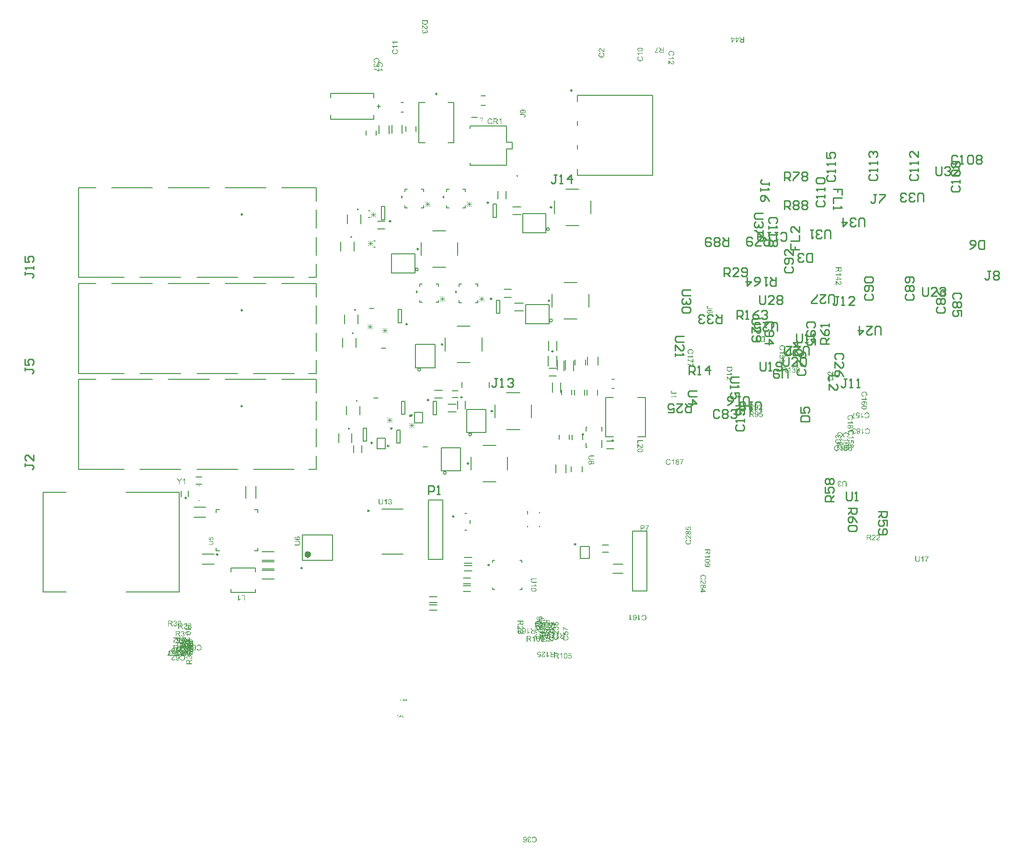
<source format=gbr>
G04*
G04 #@! TF.GenerationSoftware,Altium Limited,Altium Designer,24.9.1 (31)*
G04*
G04 Layer_Color=65535*
%FSLAX25Y25*%
%MOIN*%
G70*
G04*
G04 #@! TF.SameCoordinates,8C3FED30-37FA-4A54-8C90-A1F039295453*
G04*
G04*
G04 #@! TF.FilePolarity,Positive*
G04*
G01*
G75*
%ADD10C,0.00600*%
%ADD11C,0.00984*%
%ADD12C,0.00787*%
%ADD13C,0.02362*%
%ADD14C,0.01000*%
%ADD15C,0.00300*%
G36*
X233611Y-149779D02*
X232611D01*
Y-148279D01*
X233611D01*
Y-149779D01*
D02*
G37*
G36*
X261043Y-149855D02*
X260043D01*
Y-148355D01*
X261043D01*
Y-149855D01*
D02*
G37*
G36*
X223361Y-83920D02*
X222361D01*
Y-82420D01*
X223361D01*
Y-83920D01*
D02*
G37*
G36*
X252288Y-83880D02*
X251288D01*
Y-82380D01*
X252288D01*
Y-83880D01*
D02*
G37*
G36*
X303042Y-67583D02*
X303047Y-67592D01*
X303052Y-67606D01*
X303056Y-67625D01*
X303065Y-67652D01*
X303075Y-67680D01*
X303093Y-67749D01*
X303112Y-67832D01*
X303135Y-67925D01*
X303153Y-68022D01*
X303167Y-68124D01*
X303172Y-68119D01*
X303190Y-68101D01*
X303218Y-68068D01*
X303260Y-68027D01*
X303320Y-67971D01*
X303389Y-67911D01*
X303477Y-67832D01*
X303578Y-67749D01*
X303759Y-68008D01*
X303749Y-68013D01*
X303726Y-68031D01*
X303689Y-68059D01*
X303638Y-68096D01*
X303569Y-68137D01*
X303491Y-68188D01*
X303398Y-68248D01*
X303296Y-68308D01*
X303301D01*
X303310Y-68313D01*
X303324Y-68322D01*
X303347Y-68336D01*
X303403Y-68364D01*
X303467Y-68401D01*
X303541Y-68447D01*
X303620Y-68493D01*
X303694Y-68544D01*
X303759Y-68590D01*
X303578Y-68844D01*
X303574Y-68840D01*
X303565Y-68835D01*
X303551Y-68821D01*
X303527Y-68803D01*
X303472Y-68761D01*
X303407Y-68706D01*
X303338Y-68646D01*
X303273Y-68586D01*
X303213Y-68530D01*
X303186Y-68507D01*
X303167Y-68484D01*
Y-68489D01*
X303163Y-68498D01*
Y-68512D01*
X303158Y-68530D01*
X303153Y-68558D01*
X303144Y-68586D01*
X303130Y-68655D01*
X303112Y-68738D01*
X303093Y-68826D01*
X303042Y-69015D01*
X302733Y-68918D01*
Y-68914D01*
X302737Y-68904D01*
X302747Y-68886D01*
X302751Y-68863D01*
X302765Y-68835D01*
X302779Y-68798D01*
X302807Y-68724D01*
X302839Y-68641D01*
X302876Y-68558D01*
X302913Y-68479D01*
X302945Y-68415D01*
X302941D01*
X302927D01*
X302908Y-68419D01*
X302881D01*
X302848Y-68424D01*
X302811Y-68428D01*
X302728Y-68433D01*
X302641Y-68442D01*
X302548Y-68452D01*
X302470Y-68456D01*
X302433D01*
X302400D01*
Y-68142D01*
X302405D01*
X302410D01*
X302423D01*
X302437D01*
X302488Y-68147D01*
X302548Y-68151D01*
X302627Y-68160D01*
X302724Y-68165D01*
X302830Y-68179D01*
X302945Y-68193D01*
Y-68188D01*
X302941Y-68184D01*
X302936Y-68170D01*
X302927Y-68151D01*
X302904Y-68105D01*
X302876Y-68045D01*
X302844Y-67971D01*
X302807Y-67883D01*
X302770Y-67786D01*
X302733Y-67680D01*
X303042Y-67578D01*
Y-67583D01*
D02*
G37*
G36*
X522893Y-207069D02*
X522888D01*
X522865D01*
X522832D01*
X522788Y-207063D01*
X522738Y-207058D01*
X522682Y-207047D01*
X522627Y-207036D01*
X522566Y-207013D01*
X522560D01*
X522554Y-207008D01*
X522521Y-206997D01*
X522471Y-206975D01*
X522405Y-206941D01*
X522327Y-206897D01*
X522238Y-206841D01*
X522149Y-206780D01*
X522055Y-206703D01*
X522050D01*
X522044Y-206692D01*
X522011Y-206664D01*
X521961Y-206614D01*
X521888Y-206542D01*
X521805Y-206458D01*
X521705Y-206353D01*
X521594Y-206225D01*
X521478Y-206087D01*
X521472Y-206081D01*
X521456Y-206059D01*
X521428Y-206026D01*
X521395Y-205987D01*
X521350Y-205937D01*
X521300Y-205876D01*
X521245Y-205815D01*
X521184Y-205743D01*
X521051Y-205604D01*
X520917Y-205465D01*
X520851Y-205398D01*
X520784Y-205337D01*
X520723Y-205282D01*
X520662Y-205237D01*
X520656D01*
X520651Y-205226D01*
X520634Y-205215D01*
X520612Y-205204D01*
X520551Y-205165D01*
X520479Y-205121D01*
X520390Y-205082D01*
X520296Y-205043D01*
X520190Y-205021D01*
X520090Y-205010D01*
X520085D01*
X520079D01*
X520046Y-205015D01*
X519990Y-205021D01*
X519929Y-205038D01*
X519852Y-205060D01*
X519774Y-205099D01*
X519696Y-205149D01*
X519619Y-205215D01*
X519607Y-205226D01*
X519585Y-205254D01*
X519558Y-205293D01*
X519519Y-205354D01*
X519485Y-205432D01*
X519452Y-205521D01*
X519430Y-205626D01*
X519424Y-205743D01*
Y-205776D01*
X519430Y-205798D01*
X519435Y-205865D01*
X519452Y-205942D01*
X519474Y-206026D01*
X519513Y-206120D01*
X519563Y-206209D01*
X519630Y-206292D01*
X519641Y-206303D01*
X519668Y-206325D01*
X519713Y-206359D01*
X519779Y-206392D01*
X519857Y-206431D01*
X519957Y-206464D01*
X520068Y-206486D01*
X520196Y-206497D01*
X520146Y-206980D01*
X520140D01*
X520124Y-206975D01*
X520096D01*
X520057Y-206969D01*
X520013Y-206958D01*
X519963Y-206947D01*
X519902Y-206930D01*
X519841Y-206913D01*
X519707Y-206869D01*
X519574Y-206803D01*
X519508Y-206764D01*
X519441Y-206714D01*
X519380Y-206664D01*
X519324Y-206608D01*
X519319Y-206603D01*
X519313Y-206592D01*
X519297Y-206575D01*
X519280Y-206547D01*
X519258Y-206514D01*
X519236Y-206475D01*
X519208Y-206431D01*
X519180Y-206375D01*
X519152Y-206314D01*
X519125Y-206247D01*
X519102Y-206175D01*
X519080Y-206098D01*
X519064Y-206014D01*
X519047Y-205926D01*
X519041Y-205831D01*
X519036Y-205731D01*
Y-205676D01*
X519041Y-205637D01*
X519047Y-205593D01*
X519053Y-205537D01*
X519064Y-205476D01*
X519075Y-205415D01*
X519113Y-205271D01*
X519169Y-205126D01*
X519202Y-205054D01*
X519241Y-204982D01*
X519291Y-204915D01*
X519347Y-204854D01*
X519352Y-204849D01*
X519358Y-204838D01*
X519380Y-204827D01*
X519402Y-204804D01*
X519430Y-204777D01*
X519469Y-204749D01*
X519508Y-204721D01*
X519558Y-204688D01*
X519663Y-204632D01*
X519796Y-204577D01*
X519863Y-204555D01*
X519941Y-204544D01*
X520018Y-204533D01*
X520101Y-204527D01*
X520113D01*
X520140D01*
X520185Y-204533D01*
X520246Y-204538D01*
X520312Y-204549D01*
X520390Y-204571D01*
X520473Y-204594D01*
X520556Y-204627D01*
X520568Y-204632D01*
X520595Y-204644D01*
X520640Y-204666D01*
X520701Y-204699D01*
X520767Y-204744D01*
X520851Y-204799D01*
X520934Y-204866D01*
X521028Y-204943D01*
X521039Y-204954D01*
X521073Y-204982D01*
X521100Y-205010D01*
X521128Y-205038D01*
X521162Y-205071D01*
X521206Y-205115D01*
X521250Y-205160D01*
X521300Y-205215D01*
X521356Y-205271D01*
X521417Y-205337D01*
X521478Y-205410D01*
X521550Y-205487D01*
X521622Y-205576D01*
X521700Y-205665D01*
X521705Y-205670D01*
X521716Y-205681D01*
X521733Y-205704D01*
X521755Y-205731D01*
X521789Y-205765D01*
X521822Y-205803D01*
X521894Y-205892D01*
X521977Y-205987D01*
X522061Y-206076D01*
X522133Y-206153D01*
X522160Y-206187D01*
X522188Y-206214D01*
X522194Y-206220D01*
X522210Y-206236D01*
X522233Y-206259D01*
X522266Y-206286D01*
X522305Y-206314D01*
X522344Y-206347D01*
X522438Y-206414D01*
Y-204521D01*
X522893D01*
Y-207069D01*
D02*
G37*
G36*
X521067Y-207513D02*
X521111D01*
X521217Y-207519D01*
X521339Y-207535D01*
X521467Y-207552D01*
X521600Y-207579D01*
X521733Y-207613D01*
X521739D01*
X521750Y-207618D01*
X521766Y-207624D01*
X521789Y-207629D01*
X521850Y-207652D01*
X521927Y-207685D01*
X522016Y-207718D01*
X522105Y-207763D01*
X522199Y-207818D01*
X522288Y-207874D01*
X522299Y-207879D01*
X522327Y-207901D01*
X522366Y-207935D01*
X522416Y-207979D01*
X522471Y-208029D01*
X522527Y-208090D01*
X522588Y-208151D01*
X522638Y-208223D01*
X522643Y-208234D01*
X522660Y-208257D01*
X522682Y-208295D01*
X522710Y-208351D01*
X522743Y-208418D01*
X522771Y-208495D01*
X522804Y-208584D01*
X522832Y-208684D01*
Y-208695D01*
X522838Y-208712D01*
X522843Y-208728D01*
X522849Y-208784D01*
X522860Y-208862D01*
X522871Y-208950D01*
X522882Y-209056D01*
X522888Y-209172D01*
X522893Y-209300D01*
Y-210682D01*
X519053D01*
Y-209206D01*
X519058Y-209106D01*
X519064Y-208995D01*
X519075Y-208884D01*
X519091Y-208773D01*
X519108Y-208678D01*
Y-208673D01*
X519113Y-208662D01*
Y-208645D01*
X519125Y-208623D01*
X519141Y-208562D01*
X519169Y-208484D01*
X519208Y-208395D01*
X519258Y-208301D01*
X519313Y-208207D01*
X519385Y-208118D01*
X519391Y-208112D01*
X519397Y-208107D01*
X519413Y-208090D01*
X519430Y-208068D01*
X519485Y-208012D01*
X519563Y-207946D01*
X519657Y-207874D01*
X519768Y-207796D01*
X519896Y-207724D01*
X520040Y-207663D01*
X520046D01*
X520057Y-207657D01*
X520079Y-207646D01*
X520113Y-207641D01*
X520151Y-207624D01*
X520196Y-207613D01*
X520246Y-207602D01*
X520307Y-207585D01*
X520368Y-207568D01*
X520440Y-207557D01*
X520595Y-207530D01*
X520767Y-207513D01*
X520956Y-207507D01*
X520962D01*
X520973D01*
X521000D01*
X521028D01*
X521067Y-207513D01*
D02*
G37*
G36*
X65192Y-377923D02*
X65264Y-377934D01*
X65352Y-377950D01*
X65452Y-377978D01*
X65552Y-378011D01*
X65652Y-378056D01*
X65658D01*
X65663Y-378061D01*
X65697Y-378078D01*
X65746Y-378111D01*
X65802Y-378150D01*
X65869Y-378206D01*
X65935Y-378267D01*
X66002Y-378339D01*
X66057Y-378422D01*
X66063Y-378433D01*
X66079Y-378461D01*
X66102Y-378511D01*
X66129Y-378572D01*
X66157Y-378644D01*
X66179Y-378727D01*
X66196Y-378822D01*
X66202Y-378916D01*
Y-378927D01*
Y-378960D01*
X66196Y-379005D01*
X66185Y-379066D01*
X66168Y-379138D01*
X66141Y-379216D01*
X66107Y-379293D01*
X66063Y-379371D01*
X66057Y-379382D01*
X66041Y-379404D01*
X66007Y-379443D01*
X65963Y-379488D01*
X65907Y-379538D01*
X65841Y-379593D01*
X65763Y-379643D01*
X65669Y-379693D01*
X65674D01*
X65685Y-379699D01*
X65702Y-379704D01*
X65724Y-379710D01*
X65785Y-379732D01*
X65863Y-379765D01*
X65952Y-379810D01*
X66041Y-379865D01*
X66124Y-379937D01*
X66202Y-380021D01*
X66207Y-380032D01*
X66229Y-380065D01*
X66263Y-380120D01*
X66296Y-380193D01*
X66329Y-380281D01*
X66363Y-380387D01*
X66385Y-380509D01*
X66390Y-380642D01*
Y-380648D01*
Y-380664D01*
Y-380692D01*
X66385Y-380725D01*
X66379Y-380770D01*
X66368Y-380820D01*
X66357Y-380875D01*
X66346Y-380936D01*
X66302Y-381069D01*
X66268Y-381142D01*
X66235Y-381208D01*
X66190Y-381280D01*
X66141Y-381353D01*
X66085Y-381425D01*
X66018Y-381491D01*
X66013Y-381497D01*
X66002Y-381508D01*
X65980Y-381525D01*
X65952Y-381547D01*
X65918Y-381575D01*
X65874Y-381602D01*
X65824Y-381636D01*
X65763Y-381663D01*
X65702Y-381697D01*
X65630Y-381730D01*
X65558Y-381758D01*
X65474Y-381785D01*
X65386Y-381808D01*
X65291Y-381824D01*
X65197Y-381835D01*
X65092Y-381841D01*
X65042D01*
X65008Y-381835D01*
X64964Y-381830D01*
X64914Y-381824D01*
X64859Y-381813D01*
X64797Y-381802D01*
X64664Y-381769D01*
X64526Y-381713D01*
X64453Y-381680D01*
X64387Y-381641D01*
X64320Y-381591D01*
X64253Y-381541D01*
X64248Y-381536D01*
X64237Y-381525D01*
X64220Y-381508D01*
X64204Y-381486D01*
X64176Y-381458D01*
X64148Y-381419D01*
X64115Y-381380D01*
X64082Y-381330D01*
X64048Y-381275D01*
X64015Y-381219D01*
X63954Y-381086D01*
X63904Y-380931D01*
X63887Y-380848D01*
X63876Y-380759D01*
X64348Y-380698D01*
Y-380703D01*
X64353Y-380714D01*
X64359Y-380736D01*
X64364Y-380764D01*
X64370Y-380798D01*
X64381Y-380836D01*
X64409Y-380920D01*
X64448Y-381020D01*
X64498Y-381114D01*
X64553Y-381203D01*
X64620Y-381280D01*
X64631Y-381286D01*
X64653Y-381308D01*
X64697Y-381336D01*
X64753Y-381364D01*
X64820Y-381397D01*
X64903Y-381425D01*
X64997Y-381447D01*
X65097Y-381452D01*
X65130D01*
X65153Y-381447D01*
X65214Y-381441D01*
X65291Y-381425D01*
X65380Y-381397D01*
X65474Y-381358D01*
X65569Y-381303D01*
X65658Y-381225D01*
X65669Y-381214D01*
X65697Y-381181D01*
X65730Y-381131D01*
X65774Y-381064D01*
X65819Y-380981D01*
X65852Y-380886D01*
X65880Y-380775D01*
X65891Y-380653D01*
Y-380648D01*
Y-380637D01*
Y-380620D01*
X65885Y-380598D01*
X65880Y-380537D01*
X65863Y-380465D01*
X65841Y-380376D01*
X65802Y-380287D01*
X65746Y-380198D01*
X65674Y-380115D01*
X65663Y-380104D01*
X65636Y-380082D01*
X65591Y-380048D01*
X65530Y-380010D01*
X65452Y-379971D01*
X65358Y-379937D01*
X65253Y-379915D01*
X65136Y-379904D01*
X65086D01*
X65047Y-379910D01*
X64997Y-379915D01*
X64942Y-379926D01*
X64875Y-379937D01*
X64803Y-379954D01*
X64859Y-379538D01*
X64886D01*
X64908Y-379543D01*
X64981D01*
X65042Y-379532D01*
X65114Y-379521D01*
X65197Y-379504D01*
X65291Y-379477D01*
X65380Y-379438D01*
X65474Y-379388D01*
X65480D01*
X65486Y-379382D01*
X65513Y-379360D01*
X65552Y-379321D01*
X65597Y-379271D01*
X65641Y-379199D01*
X65680Y-379116D01*
X65708Y-379022D01*
X65719Y-378966D01*
Y-378905D01*
Y-378900D01*
Y-378894D01*
Y-378861D01*
X65708Y-378816D01*
X65697Y-378755D01*
X65674Y-378689D01*
X65647Y-378616D01*
X65602Y-378544D01*
X65541Y-378478D01*
X65536Y-378472D01*
X65508Y-378450D01*
X65469Y-378422D01*
X65419Y-378389D01*
X65352Y-378361D01*
X65275Y-378333D01*
X65186Y-378311D01*
X65086Y-378306D01*
X65042D01*
X64992Y-378317D01*
X64925Y-378328D01*
X64853Y-378350D01*
X64781Y-378378D01*
X64703Y-378422D01*
X64631Y-378478D01*
X64625Y-378483D01*
X64603Y-378511D01*
X64570Y-378550D01*
X64531Y-378605D01*
X64492Y-378678D01*
X64453Y-378766D01*
X64420Y-378872D01*
X64398Y-378994D01*
X63926Y-378911D01*
Y-378905D01*
X63932Y-378888D01*
X63937Y-378866D01*
X63943Y-378833D01*
X63954Y-378794D01*
X63971Y-378750D01*
X64004Y-378644D01*
X64059Y-378522D01*
X64126Y-378400D01*
X64209Y-378283D01*
X64315Y-378178D01*
X64320Y-378172D01*
X64331Y-378167D01*
X64348Y-378156D01*
X64370Y-378139D01*
X64398Y-378117D01*
X64437Y-378095D01*
X64476Y-378073D01*
X64526Y-378045D01*
X64636Y-378000D01*
X64764Y-377956D01*
X64914Y-377928D01*
X64992Y-377917D01*
X65130D01*
X65192Y-377923D01*
D02*
G37*
G36*
X73466Y-380062D02*
X73461D01*
X73449D01*
X73427D01*
X73394Y-380067D01*
X73361Y-380073D01*
X73322D01*
X73228Y-380089D01*
X73128Y-380106D01*
X73123Y-380107D01*
X73140Y-380123D01*
X73146Y-380129D01*
X73157Y-380134D01*
X73168Y-380156D01*
X73190Y-380179D01*
X73218Y-380206D01*
X73246Y-380245D01*
X73273Y-380284D01*
X73307Y-380334D01*
X73362Y-380440D01*
X73418Y-380573D01*
X73440Y-380639D01*
X73451Y-380717D01*
X73462Y-380795D01*
X73468Y-380878D01*
Y-380889D01*
Y-380917D01*
X73462Y-380961D01*
X73457Y-381022D01*
X73446Y-381089D01*
X73423Y-381167D01*
X73413Y-381205D01*
X73510D01*
X74220D01*
X74200Y-381155D01*
X74173Y-381083D01*
X74150Y-381000D01*
X74134Y-380906D01*
X74128Y-380806D01*
Y-380800D01*
Y-380789D01*
Y-380767D01*
X74134Y-380734D01*
X74139Y-380700D01*
X74145Y-380656D01*
X74167Y-380562D01*
X74200Y-380451D01*
X74256Y-380334D01*
X74289Y-380273D01*
X74328Y-380212D01*
X74378Y-380156D01*
X74428Y-380101D01*
X74433Y-380096D01*
X74445Y-380090D01*
X74461Y-380073D01*
X74483Y-380057D01*
X74511Y-380034D01*
X74550Y-380012D01*
X74594Y-379984D01*
X74639Y-379957D01*
X74694Y-379929D01*
X74755Y-379901D01*
X74822Y-379879D01*
X74894Y-379857D01*
X75050Y-379823D01*
X75138Y-379818D01*
X75227Y-379812D01*
X75277D01*
X75310Y-379818D01*
X75355Y-379823D01*
X75405Y-379829D01*
X75460Y-379835D01*
X75516Y-379851D01*
X75649Y-379885D01*
X75782Y-379935D01*
X75849Y-379968D01*
X75915Y-380007D01*
X75976Y-380057D01*
X76037Y-380107D01*
X76043Y-380112D01*
X76048Y-380118D01*
X76065Y-380134D01*
X76087Y-380156D01*
X76110Y-380190D01*
X76137Y-380223D01*
X76193Y-380306D01*
X76248Y-380412D01*
X76298Y-380534D01*
X76337Y-380673D01*
X76343Y-380745D01*
X76348Y-380822D01*
Y-380828D01*
Y-380834D01*
Y-380867D01*
X76343Y-380917D01*
X76332Y-380978D01*
X76315Y-381056D01*
X76287Y-381133D01*
X76254Y-381211D01*
X76204Y-381289D01*
X76198Y-381300D01*
X76176Y-381322D01*
X76158Y-381340D01*
Y-381715D01*
X76031D01*
X76065Y-381738D01*
X76154Y-381799D01*
X76237Y-381877D01*
X76315Y-381966D01*
Y-381971D01*
X76320Y-381977D01*
X76343Y-382010D01*
X76376Y-382066D01*
X76409Y-382138D01*
X76443Y-382227D01*
X76476Y-382332D01*
X76498Y-382449D01*
X76504Y-382576D01*
Y-382582D01*
Y-382598D01*
Y-382626D01*
X76498Y-382660D01*
X76493Y-382698D01*
X76487Y-382748D01*
X76476Y-382804D01*
X76459Y-382865D01*
X76420Y-382993D01*
X76393Y-383065D01*
X76354Y-383131D01*
X76315Y-383204D01*
X76271Y-383270D01*
X76215Y-383337D01*
X76154Y-383403D01*
X76148Y-383409D01*
X76137Y-383420D01*
X76121Y-383437D01*
X76093Y-383453D01*
X76054Y-383481D01*
X76015Y-383509D01*
X75965Y-383537D01*
X75910Y-383570D01*
X75858Y-383598D01*
X75903Y-383636D01*
X75991Y-383708D01*
X76080Y-383769D01*
X76174Y-383824D01*
Y-384130D01*
X72317D01*
Y-383670D01*
X70926D01*
Y-383664D01*
Y-383642D01*
Y-383609D01*
X70931Y-383564D01*
X70937Y-383514D01*
X70948Y-383459D01*
X70959Y-383403D01*
X70981Y-383342D01*
Y-383337D01*
X70987Y-383331D01*
X70998Y-383298D01*
X71020Y-383248D01*
X71053Y-383181D01*
X71098Y-383104D01*
X71153Y-383015D01*
X71214Y-382926D01*
X71292Y-382832D01*
Y-382826D01*
X71303Y-382821D01*
X71331Y-382787D01*
X71381Y-382737D01*
X71453Y-382665D01*
X71536Y-382582D01*
X71642Y-382482D01*
X71769Y-382371D01*
X71908Y-382254D01*
X71914Y-382249D01*
X71936Y-382232D01*
X71969Y-382205D01*
X72008Y-382171D01*
X72058Y-382127D01*
X72119Y-382077D01*
X72180Y-382021D01*
X72252Y-381960D01*
X72391Y-381827D01*
X72530Y-381694D01*
X72596Y-381627D01*
X72657Y-381561D01*
X72683Y-381533D01*
X72639Y-381505D01*
X72578Y-381449D01*
X72512Y-381388D01*
X72445Y-381310D01*
X72389Y-381221D01*
X72384Y-381210D01*
X72367Y-381177D01*
X72345Y-381127D01*
X72323Y-381055D01*
X72295Y-380966D01*
X72273Y-380866D01*
X72256Y-380755D01*
X72251Y-380633D01*
Y-380583D01*
X72256Y-380550D01*
X72262Y-380505D01*
X72267Y-380461D01*
X72290Y-380345D01*
X72323Y-380222D01*
X72330Y-380205D01*
X72252Y-380201D01*
X72219D01*
X72197Y-380206D01*
X72130Y-380212D01*
X72053Y-380229D01*
X71969Y-380251D01*
X71875Y-380290D01*
X71786Y-380340D01*
X71703Y-380406D01*
X71692Y-380417D01*
X71670Y-380445D01*
X71636Y-380489D01*
X71603Y-380556D01*
X71564Y-380634D01*
X71531Y-380734D01*
X71509Y-380845D01*
X71497Y-380972D01*
X71015Y-380922D01*
Y-380917D01*
X71020Y-380900D01*
Y-380873D01*
X71026Y-380834D01*
X71037Y-380789D01*
X71048Y-380739D01*
X71065Y-380678D01*
X71081Y-380617D01*
X71126Y-380484D01*
X71192Y-380351D01*
X71231Y-380284D01*
X71281Y-380218D01*
X71331Y-380156D01*
X71386Y-380101D01*
X71392Y-380096D01*
X71403Y-380090D01*
X71420Y-380073D01*
X71448Y-380057D01*
X71481Y-380034D01*
X71520Y-380012D01*
X71564Y-379984D01*
X71620Y-379957D01*
X71681Y-379929D01*
X71747Y-379901D01*
X71819Y-379879D01*
X71897Y-379857D01*
X71980Y-379840D01*
X72069Y-379823D01*
X72163Y-379818D01*
X72263Y-379812D01*
X72319D01*
X72358Y-379818D01*
X72402Y-379823D01*
X72458Y-379829D01*
X72519Y-379840D01*
X72550Y-379846D01*
X72550Y-379845D01*
X72573Y-379834D01*
X72595Y-379817D01*
X72623Y-379795D01*
X72661Y-379773D01*
X72706Y-379751D01*
X72756Y-379723D01*
X72811Y-379701D01*
X72878Y-379679D01*
X72944Y-379656D01*
X73022Y-379634D01*
X73105Y-379623D01*
X73200Y-379606D01*
X73294Y-379601D01*
X73400D01*
X73466Y-380062D01*
D02*
G37*
G36*
X62022Y-377939D02*
X62072D01*
X62189Y-377945D01*
X62311Y-377961D01*
X62444Y-377978D01*
X62566Y-378006D01*
X62627Y-378023D01*
X62677Y-378039D01*
X62683D01*
X62688Y-378045D01*
X62722Y-378061D01*
X62772Y-378084D01*
X62833Y-378122D01*
X62899Y-378172D01*
X62972Y-378239D01*
X63038Y-378317D01*
X63105Y-378405D01*
Y-378411D01*
X63110Y-378417D01*
X63132Y-378450D01*
X63155Y-378505D01*
X63188Y-378578D01*
X63216Y-378661D01*
X63243Y-378761D01*
X63260Y-378866D01*
X63266Y-378983D01*
Y-378988D01*
Y-378999D01*
Y-379022D01*
X63260Y-379049D01*
Y-379088D01*
X63254Y-379127D01*
X63232Y-379221D01*
X63199Y-379332D01*
X63155Y-379449D01*
X63088Y-379566D01*
X63044Y-379621D01*
X62999Y-379677D01*
X62994Y-379682D01*
X62988Y-379688D01*
X62972Y-379704D01*
X62949Y-379721D01*
X62922Y-379743D01*
X62888Y-379765D01*
X62844Y-379793D01*
X62799Y-379826D01*
X62744Y-379854D01*
X62683Y-379882D01*
X62616Y-379915D01*
X62544Y-379943D01*
X62461Y-379965D01*
X62378Y-379993D01*
X62283Y-380010D01*
X62183Y-380026D01*
X62195Y-380032D01*
X62217Y-380043D01*
X62250Y-380065D01*
X62294Y-380087D01*
X62394Y-380148D01*
X62444Y-380187D01*
X62489Y-380220D01*
X62500Y-380231D01*
X62528Y-380259D01*
X62572Y-380304D01*
X62627Y-380359D01*
X62688Y-380437D01*
X62761Y-380520D01*
X62833Y-380620D01*
X62910Y-380731D01*
X63571Y-381774D01*
X62938D01*
X62433Y-380975D01*
Y-380970D01*
X62422Y-380959D01*
X62411Y-380942D01*
X62394Y-380920D01*
X62355Y-380859D01*
X62305Y-380781D01*
X62244Y-380698D01*
X62183Y-380609D01*
X62122Y-380526D01*
X62067Y-380448D01*
X62061Y-380442D01*
X62045Y-380420D01*
X62017Y-380387D01*
X61978Y-380348D01*
X61895Y-380265D01*
X61850Y-380226D01*
X61806Y-380193D01*
X61800Y-380187D01*
X61789Y-380182D01*
X61767Y-380170D01*
X61734Y-380154D01*
X61700Y-380137D01*
X61662Y-380120D01*
X61573Y-380093D01*
X61567D01*
X61556Y-380087D01*
X61534D01*
X61506Y-380082D01*
X61467Y-380076D01*
X61423D01*
X61362Y-380070D01*
X60707D01*
Y-381774D01*
X60197D01*
Y-377934D01*
X61978D01*
X62022Y-377939D01*
D02*
G37*
G36*
X68222Y-377923D02*
X68294Y-377934D01*
X68377Y-377950D01*
X68466Y-377973D01*
X68560Y-378000D01*
X68649Y-378045D01*
X68655D01*
X68660Y-378050D01*
X68688Y-378067D01*
X68732Y-378095D01*
X68788Y-378134D01*
X68849Y-378189D01*
X68915Y-378250D01*
X68977Y-378322D01*
X69038Y-378405D01*
X69043Y-378417D01*
X69065Y-378444D01*
X69088Y-378494D01*
X69126Y-378567D01*
X69160Y-378650D01*
X69204Y-378744D01*
X69243Y-378855D01*
X69276Y-378977D01*
Y-378983D01*
X69282Y-378994D01*
X69287Y-379011D01*
X69293Y-379038D01*
X69298Y-379071D01*
X69304Y-379110D01*
X69315Y-379160D01*
X69321Y-379216D01*
X69332Y-379277D01*
X69337Y-379344D01*
X69343Y-379421D01*
X69354Y-379499D01*
X69359Y-379588D01*
Y-379677D01*
X69365Y-379776D01*
Y-379848D01*
X69433Y-379857D01*
X69566Y-379873D01*
X69688Y-379901D01*
X69749Y-379918D01*
X69799Y-379935D01*
X69805D01*
X69810Y-379940D01*
X69844Y-379957D01*
X69894Y-379979D01*
X69955Y-380018D01*
X70021Y-380068D01*
X70093Y-380134D01*
X70160Y-380212D01*
X70227Y-380301D01*
Y-380306D01*
X70232Y-380312D01*
X70254Y-380345D01*
X70276Y-380401D01*
X70310Y-380473D01*
X70337Y-380556D01*
X70365Y-380656D01*
X70382Y-380762D01*
X70388Y-380878D01*
Y-380884D01*
Y-380895D01*
Y-380917D01*
X70382Y-380945D01*
Y-380983D01*
X70376Y-381022D01*
X70354Y-381117D01*
X70321Y-381228D01*
X70276Y-381344D01*
X70210Y-381461D01*
X70165Y-381516D01*
X70121Y-381572D01*
X70116Y-381577D01*
X70110Y-381583D01*
X70093Y-381599D01*
X70071Y-381616D01*
X70043Y-381638D01*
X70010Y-381661D01*
X69966Y-381688D01*
X69921Y-381722D01*
X69866Y-381749D01*
X69805Y-381777D01*
X69738Y-381810D01*
X69666Y-381838D01*
X69583Y-381860D01*
X69499Y-381888D01*
X69405Y-381905D01*
X69305Y-381921D01*
X69316Y-381927D01*
X69339Y-381938D01*
X69372Y-381960D01*
X69416Y-381982D01*
X69516Y-382044D01*
X69566Y-382082D01*
X69611Y-382116D01*
X69622Y-382127D01*
X69649Y-382154D01*
X69694Y-382199D01*
X69749Y-382254D01*
X69810Y-382332D01*
X69882Y-382415D01*
X69955Y-382515D01*
X70032Y-382626D01*
X70693Y-383670D01*
X70060D01*
X69555Y-382871D01*
Y-382865D01*
X69544Y-382854D01*
X69533Y-382837D01*
X69516Y-382815D01*
X69477Y-382754D01*
X69427Y-382676D01*
X69366Y-382593D01*
X69305Y-382504D01*
X69244Y-382421D01*
X69189Y-382343D01*
X69183Y-382338D01*
X69166Y-382315D01*
X69139Y-382282D01*
X69100Y-382243D01*
X69017Y-382160D01*
X68972Y-382121D01*
X68928Y-382088D01*
X68922Y-382082D01*
X68911Y-382077D01*
X68889Y-382066D01*
X68856Y-382049D01*
X68822Y-382032D01*
X68784Y-382016D01*
X68695Y-381988D01*
X68689D01*
X68678Y-381982D01*
X68656D01*
X68628Y-381977D01*
X68589Y-381971D01*
X68545D01*
X68484Y-381966D01*
X67829D01*
Y-383670D01*
X67318D01*
Y-381535D01*
X67295Y-381514D01*
X67234Y-381447D01*
X67228Y-381441D01*
X67217Y-381425D01*
X67201Y-381397D01*
X67173Y-381353D01*
X67145Y-381303D01*
X67117Y-381236D01*
X67079Y-381158D01*
X67045Y-381069D01*
X67012Y-380970D01*
X66979Y-380853D01*
X66945Y-380725D01*
X66918Y-380581D01*
X66890Y-380426D01*
X66873Y-380259D01*
X66862Y-380076D01*
X66856Y-379882D01*
Y-379876D01*
Y-379854D01*
Y-379815D01*
Y-379771D01*
X66862Y-379710D01*
Y-379643D01*
X66868Y-379571D01*
X66873Y-379488D01*
X66890Y-379316D01*
X66918Y-379133D01*
X66951Y-378949D01*
X66973Y-378866D01*
X66995Y-378783D01*
Y-378777D01*
X67001Y-378766D01*
X67012Y-378744D01*
X67023Y-378716D01*
X67034Y-378678D01*
X67056Y-378639D01*
X67101Y-378544D01*
X67156Y-378444D01*
X67228Y-378339D01*
X67312Y-378234D01*
X67412Y-378145D01*
X67417D01*
X67423Y-378134D01*
X67439Y-378122D01*
X67461Y-378111D01*
X67489Y-378089D01*
X67523Y-378073D01*
X67606Y-378028D01*
X67706Y-377989D01*
X67822Y-377950D01*
X67961Y-377928D01*
X68111Y-377917D01*
X68161D01*
X68222Y-377923D01*
D02*
G37*
G36*
X70522Y-385117D02*
X70595Y-385128D01*
X70683Y-385144D01*
X70783Y-385172D01*
X70883Y-385205D01*
X70983Y-385250D01*
X70989D01*
X70994Y-385255D01*
X71027Y-385272D01*
X71078Y-385305D01*
X71133Y-385344D01*
X71200Y-385400D01*
X71266Y-385461D01*
X71333Y-385533D01*
X71388Y-385616D01*
X71394Y-385627D01*
X71411Y-385655D01*
X71433Y-385705D01*
X71460Y-385766D01*
X71488Y-385838D01*
X71510Y-385921D01*
X71527Y-386016D01*
X71533Y-386110D01*
Y-386121D01*
Y-386154D01*
X71527Y-386199D01*
X71516Y-386260D01*
X71499Y-386332D01*
X71472Y-386410D01*
X71438Y-386487D01*
X71394Y-386565D01*
X71388Y-386576D01*
X71372Y-386598D01*
X71338Y-386637D01*
X71294Y-386682D01*
X71238Y-386732D01*
X71172Y-386787D01*
X71094Y-386837D01*
X71000Y-386887D01*
X71005D01*
X71016Y-386893D01*
X71033Y-386898D01*
X71055Y-386904D01*
X71116Y-386926D01*
X71194Y-386959D01*
X71283Y-387004D01*
X71372Y-387059D01*
X71455Y-387131D01*
X71533Y-387214D01*
X71538Y-387226D01*
X71560Y-387259D01*
X71594Y-387314D01*
X71627Y-387386D01*
X71660Y-387475D01*
X71693Y-387581D01*
X71716Y-387703D01*
X71721Y-387836D01*
Y-387842D01*
Y-387858D01*
Y-387886D01*
X71716Y-387919D01*
X71710Y-387964D01*
X71699Y-388014D01*
X71688Y-388069D01*
X71677Y-388130D01*
X71632Y-388263D01*
X71599Y-388336D01*
X71566Y-388402D01*
X71522Y-388474D01*
X71472Y-388546D01*
X71416Y-388619D01*
X71349Y-388685D01*
X71344Y-388691D01*
X71333Y-388702D01*
X71311Y-388719D01*
X71283Y-388741D01*
X71250Y-388769D01*
X71205Y-388796D01*
X71155Y-388829D01*
X71094Y-388857D01*
X71033Y-388891D01*
X70961Y-388924D01*
X70889Y-388952D01*
X70806Y-388979D01*
X70717Y-389002D01*
X70622Y-389018D01*
X70528Y-389029D01*
X70423Y-389035D01*
X70373D01*
X70339Y-389029D01*
X70295Y-389024D01*
X70245Y-389018D01*
X70189Y-389007D01*
X70128Y-388996D01*
X69995Y-388963D01*
X69857Y-388907D01*
X69784Y-388874D01*
X69718Y-388835D01*
X69651Y-388785D01*
X69585Y-388735D01*
X69579Y-388730D01*
X69568Y-388719D01*
X69551Y-388702D01*
X69535Y-388680D01*
X69507Y-388652D01*
X69479Y-388613D01*
X69446Y-388574D01*
X69412Y-388524D01*
X69379Y-388469D01*
X69346Y-388413D01*
X69285Y-388280D01*
X69235Y-388125D01*
X69218Y-388041D01*
X69207Y-387953D01*
X69679Y-387892D01*
Y-387897D01*
X69684Y-387908D01*
X69690Y-387930D01*
X69696Y-387958D01*
X69701Y-387991D01*
X69712Y-388030D01*
X69740Y-388114D01*
X69779Y-388213D01*
X69829Y-388308D01*
X69884Y-388397D01*
X69951Y-388474D01*
X69962Y-388480D01*
X69984Y-388502D01*
X70029Y-388530D01*
X70084Y-388558D01*
X70151Y-388591D01*
X70234Y-388619D01*
X70328Y-388641D01*
X70428Y-388646D01*
X70461D01*
X70484Y-388641D01*
X70545Y-388635D01*
X70622Y-388619D01*
X70711Y-388591D01*
X70806Y-388552D01*
X70900Y-388496D01*
X70989Y-388419D01*
X71000Y-388408D01*
X71027Y-388374D01*
X71061Y-388324D01*
X71105Y-388258D01*
X71150Y-388175D01*
X71183Y-388080D01*
X71211Y-387969D01*
X71222Y-387847D01*
Y-387842D01*
Y-387830D01*
Y-387814D01*
X71216Y-387792D01*
X71211Y-387731D01*
X71194Y-387659D01*
X71172Y-387570D01*
X71133Y-387481D01*
X71078Y-387392D01*
X71005Y-387309D01*
X70994Y-387298D01*
X70967Y-387276D01*
X70922Y-387242D01*
X70861Y-387203D01*
X70783Y-387164D01*
X70689Y-387131D01*
X70583Y-387109D01*
X70467Y-387098D01*
X70417D01*
X70378Y-387104D01*
X70328Y-387109D01*
X70273Y-387120D01*
X70206Y-387131D01*
X70134Y-387148D01*
X70189Y-386732D01*
X70217D01*
X70239Y-386737D01*
X70312D01*
X70373Y-386726D01*
X70445Y-386715D01*
X70528Y-386698D01*
X70622Y-386671D01*
X70711Y-386632D01*
X70806Y-386582D01*
X70811D01*
X70817Y-386576D01*
X70844Y-386554D01*
X70883Y-386515D01*
X70928Y-386465D01*
X70972Y-386393D01*
X71011Y-386310D01*
X71039Y-386215D01*
X71050Y-386160D01*
Y-386099D01*
Y-386093D01*
Y-386088D01*
Y-386054D01*
X71039Y-386010D01*
X71027Y-385949D01*
X71005Y-385882D01*
X70978Y-385810D01*
X70933Y-385738D01*
X70872Y-385672D01*
X70867Y-385666D01*
X70839Y-385644D01*
X70800Y-385616D01*
X70750Y-385583D01*
X70683Y-385555D01*
X70606Y-385527D01*
X70517Y-385505D01*
X70417Y-385500D01*
X70373D01*
X70323Y-385511D01*
X70256Y-385522D01*
X70184Y-385544D01*
X70112Y-385572D01*
X70034Y-385616D01*
X69962Y-385672D01*
X69956Y-385677D01*
X69934Y-385705D01*
X69901Y-385744D01*
X69862Y-385799D01*
X69823Y-385871D01*
X69784Y-385960D01*
X69751Y-386066D01*
X69729Y-386188D01*
X69257Y-386104D01*
Y-386099D01*
X69263Y-386082D01*
X69268Y-386060D01*
X69274Y-386027D01*
X69285Y-385988D01*
X69301Y-385944D01*
X69335Y-385838D01*
X69390Y-385716D01*
X69457Y-385594D01*
X69540Y-385477D01*
X69646Y-385372D01*
X69651Y-385366D01*
X69662Y-385361D01*
X69679Y-385350D01*
X69701Y-385333D01*
X69729Y-385311D01*
X69768Y-385289D01*
X69806Y-385266D01*
X69857Y-385239D01*
X69968Y-385194D01*
X70095Y-385150D01*
X70245Y-385122D01*
X70323Y-385111D01*
X70461D01*
X70522Y-385117D01*
D02*
G37*
G36*
X73963Y-385348D02*
X74016Y-385345D01*
X74210Y-385339D01*
X74215D01*
X74238D01*
X74276D01*
X74321D01*
X74382Y-385345D01*
X74449D01*
X74521Y-385351D01*
X74604Y-385356D01*
X74776Y-385373D01*
X74959Y-385401D01*
X75142Y-385434D01*
X75226Y-385456D01*
X75309Y-385478D01*
X75314D01*
X75325Y-385484D01*
X75348Y-385495D01*
X75375Y-385506D01*
X75414Y-385517D01*
X75453Y-385539D01*
X75547Y-385584D01*
X75647Y-385639D01*
X75753Y-385711D01*
X75858Y-385795D01*
X75947Y-385894D01*
Y-385900D01*
X75958Y-385906D01*
X75969Y-385922D01*
X75980Y-385945D01*
X76003Y-385972D01*
X76019Y-386005D01*
X76064Y-386089D01*
X76102Y-386189D01*
X76141Y-386305D01*
X76163Y-386444D01*
X76174Y-386594D01*
Y-386644D01*
X76169Y-386705D01*
X76158Y-386777D01*
X76141Y-386860D01*
X76119Y-386949D01*
X76091Y-387043D01*
X76047Y-387132D01*
Y-387138D01*
X76041Y-387143D01*
X76025Y-387171D01*
X75997Y-387215D01*
X75958Y-387271D01*
X75903Y-387332D01*
X75841Y-387399D01*
X75769Y-387460D01*
X75686Y-387521D01*
X75675Y-387526D01*
X75647Y-387548D01*
X75597Y-387571D01*
X75525Y-387610D01*
X75442Y-387643D01*
X75348Y-387687D01*
X75237Y-387726D01*
X75115Y-387759D01*
X75109D01*
X75098Y-387765D01*
X75081Y-387770D01*
X75053Y-387776D01*
X75020Y-387782D01*
X74981Y-387787D01*
X74931Y-387798D01*
X74876Y-387804D01*
X74815Y-387815D01*
X74748Y-387820D01*
X74670Y-387826D01*
X74593Y-387837D01*
X74504Y-387843D01*
X74415D01*
X74315Y-387848D01*
X74210D01*
X74204D01*
X74182D01*
X74143D01*
X74099D01*
X74038Y-387843D01*
X73971D01*
X73963Y-387842D01*
Y-388968D01*
X73492D01*
Y-387792D01*
X73461Y-387787D01*
X73283Y-387754D01*
X73200Y-387732D01*
X73116Y-387704D01*
X73111D01*
X73100Y-387698D01*
X73078Y-387687D01*
X73050Y-387676D01*
X73011Y-387665D01*
X72972Y-387643D01*
X72878Y-387598D01*
X72778Y-387543D01*
X72667Y-387471D01*
X72567Y-387387D01*
X72473Y-387288D01*
Y-387282D01*
X72462Y-387277D01*
X72451Y-387260D01*
X72439Y-387238D01*
X72423Y-387210D01*
X72400Y-387182D01*
X72362Y-387099D01*
X72323Y-386999D01*
X72284Y-386882D01*
X72262Y-386744D01*
X72251Y-386594D01*
Y-386538D01*
X72256Y-386500D01*
X72262Y-386455D01*
X72273Y-386400D01*
X72284Y-386338D01*
X72301Y-386272D01*
X72323Y-386205D01*
X72345Y-386133D01*
X72378Y-386061D01*
X72417Y-385989D01*
X72462Y-385917D01*
X72517Y-385845D01*
X72578Y-385778D01*
X72645Y-385717D01*
X72650Y-385711D01*
X72667Y-385700D01*
X72695Y-385684D01*
X72739Y-385656D01*
X72789Y-385628D01*
X72856Y-385600D01*
X72933Y-385561D01*
X73022Y-385528D01*
X73122Y-385495D01*
X73239Y-385462D01*
X73366Y-385428D01*
X73443Y-385414D01*
X73470Y-385383D01*
X73542Y-385294D01*
X73603Y-385205D01*
X73658Y-385111D01*
X73963D01*
Y-385348D01*
D02*
G37*
G36*
X67353Y-385133D02*
X67403D01*
X67520Y-385139D01*
X67642Y-385155D01*
X67775Y-385172D01*
X67897Y-385200D01*
X67958Y-385216D01*
X68008Y-385233D01*
X68014D01*
X68019Y-385239D01*
X68053Y-385255D01*
X68103Y-385278D01*
X68164Y-385316D01*
X68230Y-385366D01*
X68303Y-385433D01*
X68369Y-385511D01*
X68436Y-385599D01*
Y-385605D01*
X68441Y-385611D01*
X68463Y-385644D01*
X68486Y-385699D01*
X68519Y-385771D01*
X68547Y-385855D01*
X68574Y-385955D01*
X68591Y-386060D01*
X68597Y-386177D01*
Y-386182D01*
Y-386193D01*
Y-386215D01*
X68591Y-386243D01*
Y-386282D01*
X68585Y-386321D01*
X68563Y-386415D01*
X68530Y-386526D01*
X68486Y-386643D01*
X68419Y-386759D01*
X68375Y-386815D01*
X68330Y-386870D01*
X68325Y-386876D01*
X68319Y-386881D01*
X68303Y-386898D01*
X68280Y-386915D01*
X68252Y-386937D01*
X68219Y-386959D01*
X68175Y-386987D01*
X68130Y-387020D01*
X68075Y-387048D01*
X68014Y-387076D01*
X67947Y-387109D01*
X67875Y-387137D01*
X67792Y-387159D01*
X67709Y-387187D01*
X67614Y-387203D01*
X67514Y-387220D01*
X67526Y-387226D01*
X67548Y-387237D01*
X67581Y-387259D01*
X67625Y-387281D01*
X67725Y-387342D01*
X67775Y-387381D01*
X67820Y-387414D01*
X67831Y-387425D01*
X67858Y-387453D01*
X67903Y-387497D01*
X67958Y-387553D01*
X68019Y-387631D01*
X68092Y-387714D01*
X68164Y-387814D01*
X68241Y-387925D01*
X68902Y-388968D01*
X68269D01*
X67764Y-388169D01*
Y-388163D01*
X67753Y-388152D01*
X67742Y-388136D01*
X67725Y-388114D01*
X67686Y-388053D01*
X67637Y-387975D01*
X67575Y-387892D01*
X67514Y-387803D01*
X67453Y-387719D01*
X67398Y-387642D01*
X67392Y-387636D01*
X67376Y-387614D01*
X67348Y-387581D01*
X67309Y-387542D01*
X67226Y-387459D01*
X67181Y-387420D01*
X67137Y-387386D01*
X67131Y-387381D01*
X67120Y-387375D01*
X67098Y-387364D01*
X67065Y-387348D01*
X67032Y-387331D01*
X66993Y-387314D01*
X66904Y-387287D01*
X66898D01*
X66887Y-387281D01*
X66865D01*
X66837Y-387276D01*
X66798Y-387270D01*
X66754D01*
X66693Y-387264D01*
X66038D01*
Y-388968D01*
X65527D01*
Y-385128D01*
X67309D01*
X67353Y-385133D01*
D02*
G37*
G36*
X583021Y-335311D02*
Y-335316D01*
Y-335338D01*
Y-335366D01*
Y-335405D01*
X583015Y-335455D01*
Y-335510D01*
X583010Y-335577D01*
X583004Y-335644D01*
X582988Y-335793D01*
X582966Y-335949D01*
X582932Y-336099D01*
X582910Y-336171D01*
X582888Y-336237D01*
Y-336243D01*
X582882Y-336254D01*
X582871Y-336271D01*
X582860Y-336293D01*
X582827Y-336354D01*
X582777Y-336432D01*
X582710Y-336521D01*
X582632Y-336609D01*
X582533Y-336704D01*
X582410Y-336787D01*
X582405D01*
X582394Y-336798D01*
X582377Y-336804D01*
X582349Y-336820D01*
X582316Y-336837D01*
X582272Y-336854D01*
X582227Y-336870D01*
X582172Y-336892D01*
X582111Y-336915D01*
X582044Y-336931D01*
X581972Y-336948D01*
X581889Y-336965D01*
X581806Y-336976D01*
X581717Y-336987D01*
X581517Y-336998D01*
X581467D01*
X581428Y-336992D01*
X581384D01*
X581328Y-336987D01*
X581267Y-336981D01*
X581206Y-336976D01*
X581067Y-336953D01*
X580918Y-336920D01*
X580773Y-336876D01*
X580634Y-336815D01*
X580629D01*
X580618Y-336804D01*
X580601Y-336792D01*
X580579Y-336781D01*
X580518Y-336737D01*
X580446Y-336676D01*
X580363Y-336598D01*
X580285Y-336509D01*
X580207Y-336398D01*
X580146Y-336276D01*
Y-336271D01*
X580141Y-336260D01*
X580135Y-336237D01*
X580124Y-336210D01*
X580113Y-336176D01*
X580102Y-336132D01*
X580085Y-336082D01*
X580074Y-336021D01*
X580063Y-335954D01*
X580046Y-335882D01*
X580035Y-335805D01*
X580024Y-335721D01*
X580013Y-335627D01*
X580007Y-335527D01*
X580002Y-335422D01*
Y-335311D01*
Y-333091D01*
X580512D01*
Y-335311D01*
Y-335316D01*
Y-335333D01*
Y-335361D01*
Y-335394D01*
X580518Y-335433D01*
Y-335483D01*
X580523Y-335588D01*
X580535Y-335710D01*
X580551Y-335832D01*
X580574Y-335949D01*
X580585Y-335999D01*
X580601Y-336049D01*
X580607Y-336060D01*
X580618Y-336088D01*
X580646Y-336126D01*
X580679Y-336182D01*
X580718Y-336237D01*
X580773Y-336298D01*
X580840Y-336360D01*
X580918Y-336409D01*
X580929Y-336415D01*
X580956Y-336432D01*
X581006Y-336448D01*
X581073Y-336471D01*
X581151Y-336498D01*
X581251Y-336515D01*
X581356Y-336532D01*
X581473Y-336537D01*
X581528D01*
X581561Y-336532D01*
X581611D01*
X581661Y-336526D01*
X581783Y-336504D01*
X581917Y-336476D01*
X582044Y-336432D01*
X582166Y-336371D01*
X582222Y-336332D01*
X582272Y-336287D01*
X582277Y-336282D01*
X582283Y-336276D01*
X582294Y-336260D01*
X582311Y-336237D01*
X582327Y-336204D01*
X582349Y-336171D01*
X582372Y-336121D01*
X582394Y-336071D01*
X582416Y-336010D01*
X582433Y-335938D01*
X582455Y-335855D01*
X582472Y-335766D01*
X582488Y-335666D01*
X582499Y-335560D01*
X582510Y-335438D01*
Y-335311D01*
Y-333091D01*
X583021D01*
Y-335311D01*
D02*
G37*
G36*
X589182Y-333512D02*
X589176Y-333518D01*
X589165Y-333529D01*
X589143Y-333551D01*
X589120Y-333584D01*
X589087Y-333623D01*
X589043Y-333668D01*
X588998Y-333723D01*
X588948Y-333790D01*
X588899Y-333857D01*
X588837Y-333934D01*
X588776Y-334023D01*
X588715Y-334112D01*
X588649Y-334212D01*
X588582Y-334317D01*
X588516Y-334434D01*
X588449Y-334550D01*
X588443Y-334556D01*
X588432Y-334578D01*
X588416Y-334611D01*
X588388Y-334661D01*
X588360Y-334722D01*
X588327Y-334789D01*
X588288Y-334867D01*
X588249Y-334955D01*
X588205Y-335055D01*
X588155Y-335155D01*
X588110Y-335266D01*
X588066Y-335383D01*
X587977Y-335621D01*
X587894Y-335877D01*
Y-335882D01*
X587888Y-335899D01*
X587883Y-335927D01*
X587872Y-335960D01*
X587861Y-336004D01*
X587850Y-336060D01*
X587833Y-336121D01*
X587822Y-336188D01*
X587805Y-336265D01*
X587788Y-336349D01*
X587761Y-336526D01*
X587733Y-336720D01*
X587716Y-336931D01*
X587233D01*
Y-336926D01*
Y-336909D01*
Y-336887D01*
X587239Y-336854D01*
Y-336809D01*
X587245Y-336754D01*
X587250Y-336693D01*
X587256Y-336626D01*
X587267Y-336548D01*
X587278Y-336471D01*
X587294Y-336376D01*
X587311Y-336282D01*
X587328Y-336182D01*
X587350Y-336071D01*
X587405Y-335843D01*
Y-335838D01*
X587411Y-335816D01*
X587422Y-335782D01*
X587439Y-335732D01*
X587456Y-335677D01*
X587478Y-335610D01*
X587500Y-335533D01*
X587533Y-335449D01*
X587567Y-335355D01*
X587600Y-335261D01*
X587683Y-335050D01*
X587783Y-334828D01*
X587894Y-334606D01*
X587899Y-334600D01*
X587911Y-334578D01*
X587927Y-334550D01*
X587949Y-334506D01*
X587977Y-334456D01*
X588016Y-334395D01*
X588055Y-334328D01*
X588099Y-334256D01*
X588205Y-334095D01*
X588316Y-333929D01*
X588443Y-333757D01*
X588577Y-333596D01*
X586695D01*
Y-333140D01*
X589182D01*
Y-333512D01*
D02*
G37*
G36*
X585452Y-336931D02*
X584980D01*
Y-333929D01*
X584975Y-333934D01*
X584947Y-333956D01*
X584914Y-333990D01*
X584858Y-334029D01*
X584797Y-334079D01*
X584719Y-334134D01*
X584630Y-334195D01*
X584531Y-334256D01*
X584525D01*
X584519Y-334262D01*
X584486Y-334284D01*
X584431Y-334312D01*
X584364Y-334345D01*
X584286Y-334384D01*
X584203Y-334423D01*
X584120Y-334461D01*
X584037Y-334495D01*
Y-334040D01*
X584042D01*
X584053Y-334029D01*
X584075Y-334023D01*
X584103Y-334006D01*
X584137Y-333990D01*
X584175Y-333967D01*
X584270Y-333912D01*
X584381Y-333851D01*
X584492Y-333773D01*
X584608Y-333684D01*
X584725Y-333590D01*
X584730Y-333584D01*
X584736Y-333579D01*
X584753Y-333562D01*
X584775Y-333546D01*
X584825Y-333490D01*
X584891Y-333424D01*
X584958Y-333346D01*
X585030Y-333257D01*
X585091Y-333168D01*
X585147Y-333074D01*
X585452D01*
Y-336931D01*
D02*
G37*
G36*
X318425Y-399456D02*
X318469Y-399462D01*
X318519Y-399467D01*
X318580Y-399473D01*
X318641Y-399490D01*
X318780Y-399523D01*
X318919Y-399573D01*
X318991Y-399606D01*
X319063Y-399645D01*
X319130Y-399689D01*
X319196Y-399739D01*
X319202Y-399745D01*
X319213Y-399750D01*
X319224Y-399773D01*
X319246Y-399795D01*
X319274Y-399823D01*
X319302Y-399856D01*
X319335Y-399900D01*
X319363Y-399950D01*
X319396Y-400000D01*
X319429Y-400061D01*
X319490Y-400195D01*
X319540Y-400350D01*
X319557Y-400433D01*
X319568Y-400522D01*
X319074Y-400561D01*
Y-400555D01*
Y-400544D01*
X319069Y-400527D01*
X319063Y-400500D01*
X319046Y-400439D01*
X319024Y-400355D01*
X318991Y-400272D01*
X318947Y-400178D01*
X318891Y-400095D01*
X318824Y-400017D01*
X318813Y-400011D01*
X318791Y-399989D01*
X318747Y-399961D01*
X318686Y-399928D01*
X318619Y-399895D01*
X318536Y-399867D01*
X318441Y-399845D01*
X318336Y-399839D01*
X318303D01*
X318281Y-399845D01*
X318214Y-399850D01*
X318136Y-399873D01*
X318042Y-399900D01*
X317948Y-399945D01*
X317848Y-400011D01*
X317803Y-400050D01*
X317759Y-400095D01*
X317753Y-400100D01*
X317748Y-400106D01*
X317737Y-400122D01*
X317720Y-400139D01*
X317681Y-400200D01*
X317637Y-400278D01*
X317598Y-400372D01*
X317559Y-400489D01*
X317531Y-400627D01*
X317520Y-400700D01*
Y-400777D01*
Y-400783D01*
Y-400794D01*
Y-400816D01*
X317526Y-400844D01*
Y-400877D01*
X317531Y-400916D01*
X317548Y-401005D01*
X317576Y-401110D01*
X317615Y-401216D01*
X317670Y-401316D01*
X317748Y-401410D01*
Y-401415D01*
X317759Y-401421D01*
X317787Y-401449D01*
X317836Y-401488D01*
X317903Y-401532D01*
X317992Y-401571D01*
X318092Y-401610D01*
X318208Y-401638D01*
X318275Y-401649D01*
X318380D01*
X318425Y-401643D01*
X318480Y-401638D01*
X318547Y-401621D01*
X318614Y-401604D01*
X318686Y-401576D01*
X318758Y-401543D01*
X318763Y-401538D01*
X318786Y-401526D01*
X318819Y-401499D01*
X318863Y-401471D01*
X318908Y-401432D01*
X318952Y-401382D01*
X319002Y-401332D01*
X319041Y-401271D01*
X319485Y-401332D01*
X319113Y-403308D01*
X317204D01*
Y-402858D01*
X318741D01*
X318947Y-401821D01*
X318941Y-401826D01*
X318930Y-401832D01*
X318913Y-401843D01*
X318885Y-401860D01*
X318852Y-401876D01*
X318813Y-401898D01*
X318724Y-401943D01*
X318614Y-401987D01*
X318491Y-402026D01*
X318358Y-402054D01*
X318292Y-402065D01*
X318169D01*
X318136Y-402059D01*
X318092Y-402054D01*
X318042Y-402048D01*
X317986Y-402037D01*
X317925Y-402020D01*
X317792Y-401982D01*
X317720Y-401954D01*
X317648Y-401915D01*
X317576Y-401876D01*
X317503Y-401832D01*
X317437Y-401776D01*
X317370Y-401715D01*
X317365Y-401710D01*
X317354Y-401698D01*
X317337Y-401682D01*
X317315Y-401654D01*
X317287Y-401615D01*
X317259Y-401576D01*
X317226Y-401526D01*
X317193Y-401471D01*
X317165Y-401410D01*
X317132Y-401343D01*
X317104Y-401266D01*
X317076Y-401188D01*
X317054Y-401105D01*
X317037Y-401010D01*
X317026Y-400916D01*
X317021Y-400816D01*
Y-400810D01*
Y-400794D01*
Y-400766D01*
X317026Y-400727D01*
X317032Y-400683D01*
X317037Y-400633D01*
X317048Y-400572D01*
X317059Y-400511D01*
X317093Y-400366D01*
X317148Y-400217D01*
X317182Y-400139D01*
X317226Y-400067D01*
X317270Y-399989D01*
X317326Y-399917D01*
X317331Y-399911D01*
X317342Y-399895D01*
X317365Y-399873D01*
X317392Y-399845D01*
X317431Y-399812D01*
X317476Y-399767D01*
X317531Y-399728D01*
X317592Y-399684D01*
X317659Y-399640D01*
X317737Y-399601D01*
X317820Y-399562D01*
X317909Y-399523D01*
X318003Y-399495D01*
X318108Y-399473D01*
X318219Y-399456D01*
X318336Y-399451D01*
X318386D01*
X318425Y-399456D01*
D02*
G37*
G36*
X329214Y-400417D02*
X330595D01*
X330639Y-400422D01*
X330689D01*
X330806Y-400428D01*
X330928Y-400445D01*
X331061Y-400461D01*
X331183Y-400489D01*
X331244Y-400506D01*
X331294Y-400522D01*
X331300D01*
X331305Y-400528D01*
X331339Y-400545D01*
X331388Y-400567D01*
X331450Y-400606D01*
X331516Y-400656D01*
X331588Y-400722D01*
X331655Y-400800D01*
X331721Y-400889D01*
Y-400894D01*
X331727Y-400900D01*
X331749Y-400933D01*
X331771Y-400989D01*
X331805Y-401061D01*
X331832Y-401144D01*
X331860Y-401244D01*
X331877Y-401349D01*
X331882Y-401466D01*
Y-401471D01*
Y-401482D01*
Y-401505D01*
X331877Y-401533D01*
Y-401571D01*
X331871Y-401610D01*
X331849Y-401705D01*
X331816Y-401816D01*
X331771Y-401932D01*
X331705Y-402049D01*
X331660Y-402104D01*
X331616Y-402160D01*
X331610Y-402165D01*
X331605Y-402171D01*
X331588Y-402187D01*
X331566Y-402204D01*
X331538Y-402226D01*
X331505Y-402248D01*
X331461Y-402276D01*
X331416Y-402310D01*
X331361Y-402337D01*
X331300Y-402365D01*
X331233Y-402398D01*
X331161Y-402426D01*
X331078Y-402448D01*
X330994Y-402476D01*
X330900Y-402493D01*
X330800Y-402509D01*
X330811Y-402515D01*
X330833Y-402526D01*
X330867Y-402548D01*
X330911Y-402570D01*
X331011Y-402631D01*
X331061Y-402670D01*
X331105Y-402704D01*
X331117Y-402715D01*
X331144Y-402742D01*
X331189Y-402787D01*
X331244Y-402842D01*
X331305Y-402920D01*
X331377Y-403003D01*
X331450Y-403103D01*
X331527Y-403214D01*
X332188Y-404257D01*
X331555D01*
X331050Y-403458D01*
Y-403453D01*
X331039Y-403442D01*
X331028Y-403425D01*
X331011Y-403403D01*
X330972Y-403342D01*
X330922Y-403264D01*
X330861Y-403181D01*
X330800Y-403092D01*
X330739Y-403009D01*
X330684Y-402931D01*
X330678Y-402925D01*
X330661Y-402903D01*
X330634Y-402870D01*
X330595Y-402831D01*
X330511Y-402748D01*
X330467Y-402709D01*
X330423Y-402676D01*
X330417Y-402670D01*
X330406Y-402665D01*
X330384Y-402654D01*
X330351Y-402637D01*
X330317Y-402620D01*
X330278Y-402604D01*
X330190Y-402576D01*
X330184D01*
X330173Y-402570D01*
X330151D01*
X330123Y-402565D01*
X330084Y-402559D01*
X330040D01*
X329979Y-402554D01*
X329324D01*
Y-404257D01*
X328813D01*
Y-403358D01*
X327432D01*
X327388Y-403352D01*
X327338D01*
X327221Y-403347D01*
X327099Y-403330D01*
X326966Y-403314D01*
X326844Y-403286D01*
X326783Y-403269D01*
X326733Y-403253D01*
X326728D01*
X326722Y-403247D01*
X326689Y-403230D01*
X326639Y-403208D01*
X326578Y-403169D01*
X326511Y-403119D01*
X326439Y-403053D01*
X326372Y-402975D01*
X326306Y-402886D01*
Y-402881D01*
X326300Y-402875D01*
X326278Y-402842D01*
X326256Y-402786D01*
X326222Y-402714D01*
X326195Y-402631D01*
X326167Y-402531D01*
X326150Y-402426D01*
X326145Y-402309D01*
Y-402304D01*
Y-402292D01*
Y-402270D01*
X326150Y-402242D01*
Y-402204D01*
X326156Y-402165D01*
X326178Y-402070D01*
X326211Y-401959D01*
X326256Y-401843D01*
X326322Y-401726D01*
X326367Y-401671D01*
X326411Y-401615D01*
X326417Y-401610D01*
X326422Y-401604D01*
X326439Y-401587D01*
X326461Y-401571D01*
X326489Y-401549D01*
X326522Y-401526D01*
X326567Y-401499D01*
X326611Y-401465D01*
X326666Y-401438D01*
X326728Y-401410D01*
X326794Y-401377D01*
X326866Y-401349D01*
X326950Y-401327D01*
X327033Y-401299D01*
X327127Y-401282D01*
X327227Y-401266D01*
X327216Y-401260D01*
X327194Y-401249D01*
X327161Y-401227D01*
X327116Y-401205D01*
X327016Y-401144D01*
X326966Y-401105D01*
X326922Y-401071D01*
X326911Y-401060D01*
X326883Y-401032D01*
X326839Y-400988D01*
X326783Y-400933D01*
X326722Y-400855D01*
X326650Y-400772D01*
X326578Y-400672D01*
X326500Y-400561D01*
X325840Y-399517D01*
X326472D01*
X326977Y-400317D01*
Y-400322D01*
X326988Y-400333D01*
X326999Y-400350D01*
X327016Y-400372D01*
X327055Y-400433D01*
X327105Y-400511D01*
X327166Y-400594D01*
X327227Y-400683D01*
X327288Y-400766D01*
X327344Y-400844D01*
X327349Y-400849D01*
X327366Y-400872D01*
X327394Y-400905D01*
X327432Y-400944D01*
X327516Y-401027D01*
X327560Y-401066D01*
X327605Y-401099D01*
X327610Y-401105D01*
X327621Y-401110D01*
X327643Y-401121D01*
X327677Y-401138D01*
X327710Y-401155D01*
X327749Y-401171D01*
X327838Y-401199D01*
X327843D01*
X327854Y-401205D01*
X327876D01*
X327904Y-401210D01*
X327943Y-401216D01*
X327987D01*
X328048Y-401221D01*
X328703D01*
Y-399517D01*
X329214D01*
Y-400417D01*
D02*
G37*
G36*
X324236Y-402520D02*
X324241Y-402514D01*
X324269Y-402492D01*
X324302Y-402459D01*
X324358Y-402420D01*
X324419Y-402370D01*
X324497Y-402315D01*
X324585Y-402253D01*
X324685Y-402192D01*
X324691D01*
X324696Y-402187D01*
X324730Y-402165D01*
X324785Y-402137D01*
X324852Y-402104D01*
X324929Y-402065D01*
X325013Y-402026D01*
X325096Y-401987D01*
X325179Y-401954D01*
Y-402409D01*
X325174D01*
X325163Y-402420D01*
X325140Y-402426D01*
X325113Y-402442D01*
X325079Y-402459D01*
X325040Y-402481D01*
X324946Y-402537D01*
X324835Y-402598D01*
X324724Y-402675D01*
X324607Y-402764D01*
X324491Y-402858D01*
X324485Y-402864D01*
X324480Y-402870D01*
X324463Y-402886D01*
X324441Y-402903D01*
X324391Y-402958D01*
X324324Y-403025D01*
X324258Y-403103D01*
X324186Y-403192D01*
X324125Y-403280D01*
X324069Y-403375D01*
X323764D01*
Y-399517D01*
X324236D01*
Y-402520D01*
D02*
G37*
G36*
X322621Y-399523D02*
Y-399545D01*
Y-399578D01*
X322615Y-399623D01*
X322609Y-399673D01*
X322598Y-399728D01*
X322587Y-399784D01*
X322565Y-399845D01*
Y-399850D01*
X322559Y-399856D01*
X322548Y-399889D01*
X322526Y-399939D01*
X322493Y-400006D01*
X322448Y-400083D01*
X322393Y-400172D01*
X322332Y-400261D01*
X322254Y-400355D01*
Y-400361D01*
X322243Y-400366D01*
X322215Y-400400D01*
X322165Y-400450D01*
X322093Y-400522D01*
X322010Y-400605D01*
X321905Y-400705D01*
X321777Y-400816D01*
X321638Y-400933D01*
X321633Y-400938D01*
X321610Y-400955D01*
X321577Y-400983D01*
X321538Y-401016D01*
X321488Y-401060D01*
X321427Y-401110D01*
X321366Y-401166D01*
X321294Y-401227D01*
X321155Y-401360D01*
X321017Y-401493D01*
X320950Y-401560D01*
X320889Y-401626D01*
X320833Y-401687D01*
X320789Y-401749D01*
Y-401754D01*
X320778Y-401760D01*
X320767Y-401776D01*
X320756Y-401798D01*
X320717Y-401860D01*
X320672Y-401932D01*
X320634Y-402020D01*
X320595Y-402115D01*
X320573Y-402220D01*
X320562Y-402320D01*
Y-402326D01*
Y-402331D01*
X320567Y-402364D01*
X320573Y-402420D01*
X320589Y-402481D01*
X320612Y-402559D01*
X320650Y-402636D01*
X320700Y-402714D01*
X320767Y-402792D01*
X320778Y-402803D01*
X320806Y-402825D01*
X320845Y-402853D01*
X320906Y-402892D01*
X320983Y-402925D01*
X321072Y-402958D01*
X321178Y-402981D01*
X321294Y-402986D01*
X321327D01*
X321350Y-402981D01*
X321416Y-402975D01*
X321494Y-402958D01*
X321577Y-402936D01*
X321672Y-402897D01*
X321760Y-402847D01*
X321844Y-402781D01*
X321855Y-402770D01*
X321877Y-402742D01*
X321910Y-402698D01*
X321943Y-402631D01*
X321982Y-402553D01*
X322016Y-402453D01*
X322038Y-402342D01*
X322049Y-402215D01*
X322532Y-402265D01*
Y-402270D01*
X322526Y-402287D01*
Y-402315D01*
X322521Y-402353D01*
X322510Y-402398D01*
X322498Y-402448D01*
X322482Y-402509D01*
X322465Y-402570D01*
X322421Y-402703D01*
X322354Y-402836D01*
X322315Y-402903D01*
X322265Y-402970D01*
X322215Y-403030D01*
X322160Y-403086D01*
X322154Y-403092D01*
X322143Y-403097D01*
X322127Y-403114D01*
X322099Y-403130D01*
X322066Y-403153D01*
X322027Y-403175D01*
X321982Y-403203D01*
X321927Y-403230D01*
X321866Y-403258D01*
X321799Y-403286D01*
X321727Y-403308D01*
X321649Y-403330D01*
X321566Y-403347D01*
X321477Y-403364D01*
X321383Y-403369D01*
X321283Y-403375D01*
X321228D01*
X321189Y-403369D01*
X321144Y-403364D01*
X321089Y-403358D01*
X321028Y-403347D01*
X320967Y-403336D01*
X320822Y-403297D01*
X320678Y-403241D01*
X320606Y-403208D01*
X320534Y-403169D01*
X320467Y-403119D01*
X320406Y-403064D01*
X320401Y-403058D01*
X320390Y-403053D01*
X320378Y-403030D01*
X320356Y-403008D01*
X320328Y-402981D01*
X320301Y-402942D01*
X320273Y-402903D01*
X320240Y-402853D01*
X320184Y-402747D01*
X320129Y-402614D01*
X320106Y-402548D01*
X320095Y-402470D01*
X320084Y-402392D01*
X320079Y-402309D01*
Y-402298D01*
Y-402270D01*
X320084Y-402226D01*
X320090Y-402165D01*
X320101Y-402098D01*
X320123Y-402020D01*
X320145Y-401937D01*
X320179Y-401854D01*
X320184Y-401843D01*
X320195Y-401815D01*
X320217Y-401771D01*
X320251Y-401710D01*
X320295Y-401643D01*
X320351Y-401560D01*
X320417Y-401476D01*
X320495Y-401382D01*
X320506Y-401371D01*
X320534Y-401338D01*
X320562Y-401310D01*
X320589Y-401282D01*
X320623Y-401249D01*
X320667Y-401205D01*
X320711Y-401160D01*
X320767Y-401110D01*
X320822Y-401055D01*
X320889Y-400994D01*
X320961Y-400933D01*
X321039Y-400861D01*
X321128Y-400788D01*
X321216Y-400711D01*
X321222Y-400705D01*
X321233Y-400694D01*
X321255Y-400677D01*
X321283Y-400655D01*
X321316Y-400622D01*
X321355Y-400589D01*
X321444Y-400516D01*
X321538Y-400433D01*
X321627Y-400350D01*
X321705Y-400278D01*
X321738Y-400250D01*
X321766Y-400222D01*
X321771Y-400217D01*
X321788Y-400200D01*
X321810Y-400178D01*
X321838Y-400144D01*
X321866Y-400106D01*
X321899Y-400067D01*
X321966Y-399973D01*
X320073D01*
Y-399517D01*
X322621D01*
Y-399523D01*
D02*
G37*
G36*
X340823Y-400916D02*
X339286D01*
X339081Y-401954D01*
X339086Y-401949D01*
X339097Y-401943D01*
X339114Y-401932D01*
X339142Y-401915D01*
X339175Y-401899D01*
X339214Y-401877D01*
X339303Y-401832D01*
X339414Y-401788D01*
X339536Y-401749D01*
X339669Y-401721D01*
X339736Y-401710D01*
X339858D01*
X339891Y-401716D01*
X339935Y-401721D01*
X339985Y-401727D01*
X340041Y-401738D01*
X340102Y-401755D01*
X340235Y-401793D01*
X340307Y-401821D01*
X340379Y-401860D01*
X340452Y-401899D01*
X340524Y-401943D01*
X340590Y-401999D01*
X340657Y-402060D01*
X340663Y-402065D01*
X340674Y-402076D01*
X340690Y-402093D01*
X340712Y-402121D01*
X340740Y-402160D01*
X340768Y-402199D01*
X340801Y-402248D01*
X340834Y-402304D01*
X340862Y-402365D01*
X340896Y-402432D01*
X340923Y-402509D01*
X340951Y-402587D01*
X340973Y-402670D01*
X340990Y-402765D01*
X341001Y-402859D01*
X341007Y-402959D01*
Y-402964D01*
Y-402981D01*
Y-403009D01*
X341001Y-403048D01*
X340996Y-403092D01*
X340990Y-403142D01*
X340979Y-403203D01*
X340968Y-403264D01*
X340934Y-403408D01*
X340879Y-403558D01*
X340846Y-403636D01*
X340801Y-403708D01*
X340757Y-403786D01*
X340701Y-403858D01*
X340696Y-403863D01*
X340685Y-403880D01*
X340663Y-403902D01*
X340635Y-403930D01*
X340596Y-403963D01*
X340551Y-404008D01*
X340496Y-404047D01*
X340435Y-404091D01*
X340368Y-404135D01*
X340291Y-404174D01*
X340207Y-404213D01*
X340119Y-404252D01*
X340024Y-404280D01*
X339919Y-404302D01*
X339808Y-404319D01*
X339691Y-404324D01*
X339641D01*
X339602Y-404319D01*
X339558Y-404313D01*
X339508Y-404308D01*
X339447Y-404302D01*
X339386Y-404285D01*
X339247Y-404252D01*
X339108Y-404202D01*
X339036Y-404169D01*
X338964Y-404130D01*
X338898Y-404085D01*
X338831Y-404036D01*
X338825Y-404030D01*
X338814Y-404024D01*
X338803Y-404002D01*
X338781Y-403980D01*
X338753Y-403952D01*
X338725Y-403919D01*
X338692Y-403875D01*
X338665Y-403825D01*
X338631Y-403775D01*
X338598Y-403714D01*
X338537Y-403580D01*
X338487Y-403425D01*
X338470Y-403342D01*
X338459Y-403253D01*
X338953Y-403214D01*
Y-403220D01*
Y-403231D01*
X338959Y-403247D01*
X338964Y-403275D01*
X338981Y-403336D01*
X339003Y-403419D01*
X339036Y-403503D01*
X339081Y-403597D01*
X339136Y-403680D01*
X339203Y-403758D01*
X339214Y-403764D01*
X339236Y-403786D01*
X339281Y-403814D01*
X339342Y-403847D01*
X339408Y-403880D01*
X339491Y-403908D01*
X339586Y-403930D01*
X339691Y-403936D01*
X339724D01*
X339747Y-403930D01*
X339813Y-403925D01*
X339891Y-403902D01*
X339985Y-403875D01*
X340080Y-403830D01*
X340180Y-403764D01*
X340224Y-403725D01*
X340268Y-403680D01*
X340274Y-403675D01*
X340280Y-403669D01*
X340291Y-403653D01*
X340307Y-403636D01*
X340346Y-403575D01*
X340390Y-403497D01*
X340429Y-403403D01*
X340468Y-403286D01*
X340496Y-403148D01*
X340507Y-403075D01*
Y-402998D01*
Y-402992D01*
Y-402981D01*
Y-402959D01*
X340501Y-402931D01*
Y-402898D01*
X340496Y-402859D01*
X340479Y-402770D01*
X340452Y-402665D01*
X340413Y-402559D01*
X340357Y-402459D01*
X340280Y-402365D01*
Y-402359D01*
X340268Y-402354D01*
X340241Y-402326D01*
X340191Y-402287D01*
X340124Y-402243D01*
X340035Y-402204D01*
X339935Y-402165D01*
X339819Y-402137D01*
X339752Y-402126D01*
X339647D01*
X339602Y-402132D01*
X339547Y-402137D01*
X339480Y-402154D01*
X339414Y-402171D01*
X339342Y-402199D01*
X339269Y-402232D01*
X339264Y-402237D01*
X339242Y-402248D01*
X339208Y-402276D01*
X339164Y-402304D01*
X339120Y-402343D01*
X339075Y-402393D01*
X339025Y-402443D01*
X338986Y-402504D01*
X338542Y-402443D01*
X338914Y-400467D01*
X340823D01*
Y-400916D01*
D02*
G37*
G36*
X334263Y-404257D02*
X333792D01*
Y-401255D01*
X333786Y-401261D01*
X333758Y-401283D01*
X333725Y-401316D01*
X333669Y-401355D01*
X333608Y-401405D01*
X333531Y-401460D01*
X333442Y-401521D01*
X333342Y-401582D01*
X333336D01*
X333331Y-401588D01*
X333298Y-401610D01*
X333242Y-401638D01*
X333175Y-401671D01*
X333098Y-401710D01*
X333015Y-401749D01*
X332931Y-401788D01*
X332848Y-401821D01*
Y-401366D01*
X332854D01*
X332865Y-401355D01*
X332887Y-401349D01*
X332915Y-401333D01*
X332948Y-401316D01*
X332987Y-401294D01*
X333081Y-401238D01*
X333192Y-401177D01*
X333303Y-401100D01*
X333420Y-401011D01*
X333536Y-400916D01*
X333542Y-400911D01*
X333547Y-400905D01*
X333564Y-400889D01*
X333586Y-400872D01*
X333636Y-400816D01*
X333703Y-400750D01*
X333769Y-400672D01*
X333841Y-400583D01*
X333903Y-400495D01*
X333958Y-400400D01*
X334263D01*
Y-404257D01*
D02*
G37*
G36*
X336839Y-400406D02*
X336911Y-400417D01*
X336994Y-400434D01*
X337083Y-400456D01*
X337177Y-400484D01*
X337266Y-400528D01*
X337271D01*
X337277Y-400533D01*
X337305Y-400550D01*
X337349Y-400578D01*
X337405Y-400617D01*
X337466Y-400672D01*
X337532Y-400733D01*
X337593Y-400805D01*
X337654Y-400889D01*
X337660Y-400900D01*
X337682Y-400927D01*
X337704Y-400978D01*
X337743Y-401050D01*
X337776Y-401133D01*
X337821Y-401227D01*
X337860Y-401338D01*
X337893Y-401460D01*
Y-401466D01*
X337899Y-401477D01*
X337904Y-401494D01*
X337910Y-401521D01*
X337915Y-401555D01*
X337921Y-401593D01*
X337932Y-401644D01*
X337937Y-401699D01*
X337948Y-401760D01*
X337954Y-401827D01*
X337960Y-401904D01*
X337971Y-401982D01*
X337976Y-402071D01*
Y-402160D01*
X337982Y-402259D01*
Y-402365D01*
Y-402371D01*
Y-402393D01*
Y-402432D01*
Y-402476D01*
X337976Y-402537D01*
Y-402604D01*
X337971Y-402676D01*
X337965Y-402753D01*
X337948Y-402931D01*
X337921Y-403114D01*
X337888Y-403292D01*
X337865Y-403375D01*
X337838Y-403458D01*
Y-403464D01*
X337832Y-403475D01*
X337821Y-403497D01*
X337810Y-403525D01*
X337799Y-403564D01*
X337776Y-403603D01*
X337732Y-403697D01*
X337677Y-403797D01*
X337604Y-403908D01*
X337521Y-404008D01*
X337421Y-404102D01*
X337416D01*
X337410Y-404113D01*
X337393Y-404124D01*
X337371Y-404135D01*
X337344Y-404152D01*
X337316Y-404174D01*
X337233Y-404213D01*
X337133Y-404252D01*
X337016Y-404291D01*
X336877Y-404313D01*
X336727Y-404324D01*
X336672D01*
X336633Y-404319D01*
X336589Y-404313D01*
X336533Y-404302D01*
X336472Y-404291D01*
X336406Y-404274D01*
X336339Y-404252D01*
X336267Y-404230D01*
X336195Y-404197D01*
X336123Y-404158D01*
X336050Y-404113D01*
X335978Y-404058D01*
X335912Y-403997D01*
X335851Y-403930D01*
X335845Y-403925D01*
X335834Y-403908D01*
X335817Y-403880D01*
X335790Y-403836D01*
X335762Y-403786D01*
X335734Y-403719D01*
X335695Y-403642D01*
X335662Y-403553D01*
X335629Y-403453D01*
X335595Y-403336D01*
X335562Y-403209D01*
X335534Y-403064D01*
X335507Y-402909D01*
X335490Y-402742D01*
X335479Y-402559D01*
X335473Y-402365D01*
Y-402359D01*
Y-402337D01*
Y-402298D01*
Y-402254D01*
X335479Y-402193D01*
Y-402126D01*
X335484Y-402054D01*
X335490Y-401971D01*
X335507Y-401799D01*
X335534Y-401616D01*
X335568Y-401433D01*
X335590Y-401349D01*
X335612Y-401266D01*
Y-401261D01*
X335617Y-401249D01*
X335629Y-401227D01*
X335640Y-401199D01*
X335651Y-401161D01*
X335673Y-401122D01*
X335717Y-401027D01*
X335773Y-400927D01*
X335845Y-400822D01*
X335928Y-400717D01*
X336028Y-400628D01*
X336034D01*
X336039Y-400617D01*
X336056Y-400606D01*
X336078Y-400595D01*
X336106Y-400572D01*
X336139Y-400556D01*
X336223Y-400511D01*
X336322Y-400472D01*
X336439Y-400434D01*
X336578Y-400411D01*
X336727Y-400400D01*
X336777D01*
X336839Y-400406D01*
D02*
G37*
G36*
X437378Y-330153D02*
X437373Y-330198D01*
Y-330247D01*
X437367Y-330364D01*
X437351Y-330486D01*
X437334Y-330619D01*
X437306Y-330741D01*
X437289Y-330802D01*
X437273Y-330852D01*
Y-330858D01*
X437267Y-330863D01*
X437251Y-330897D01*
X437228Y-330947D01*
X437190Y-331008D01*
X437140Y-331074D01*
X437073Y-331147D01*
X436995Y-331213D01*
X436907Y-331280D01*
X436901D01*
X436896Y-331285D01*
X436862Y-331308D01*
X436807Y-331330D01*
X436735Y-331363D01*
X436651Y-331391D01*
X436551Y-331418D01*
X436446Y-331435D01*
X436329Y-331441D01*
X436324D01*
X436313D01*
X436291D01*
X436263Y-331435D01*
X436224D01*
X436185Y-331430D01*
X436091Y-331407D01*
X435980Y-331374D01*
X435863Y-331330D01*
X435747Y-331263D01*
X435691Y-331219D01*
X435636Y-331174D01*
X435630Y-331169D01*
X435625Y-331163D01*
X435608Y-331147D01*
X435591Y-331124D01*
X435569Y-331097D01*
X435547Y-331063D01*
X435519Y-331019D01*
X435486Y-330975D01*
X435458Y-330919D01*
X435430Y-330858D01*
X435397Y-330791D01*
X435369Y-330719D01*
X435347Y-330636D01*
X435319Y-330553D01*
X435303Y-330458D01*
X435286Y-330359D01*
X435281Y-330370D01*
X435269Y-330392D01*
X435247Y-330425D01*
X435225Y-330469D01*
X435164Y-330569D01*
X435125Y-330619D01*
X435092Y-330664D01*
X435081Y-330675D01*
X435053Y-330703D01*
X435008Y-330747D01*
X434953Y-330802D01*
X434875Y-330863D01*
X434792Y-330936D01*
X434692Y-331008D01*
X434581Y-331085D01*
X433538Y-331746D01*
Y-331113D01*
X434337Y-330608D01*
X434342D01*
X434354Y-330597D01*
X434370Y-330586D01*
X434392Y-330569D01*
X434453Y-330531D01*
X434531Y-330481D01*
X434615Y-330419D01*
X434703Y-330359D01*
X434787Y-330297D01*
X434864Y-330242D01*
X434870Y-330236D01*
X434892Y-330220D01*
X434925Y-330192D01*
X434964Y-330153D01*
X435047Y-330070D01*
X435086Y-330026D01*
X435119Y-329981D01*
X435125Y-329976D01*
X435131Y-329964D01*
X435142Y-329942D01*
X435158Y-329909D01*
X435175Y-329876D01*
X435192Y-329837D01*
X435219Y-329748D01*
Y-329742D01*
X435225Y-329731D01*
Y-329709D01*
X435230Y-329681D01*
X435236Y-329643D01*
Y-329598D01*
X435242Y-329537D01*
Y-328882D01*
X433538D01*
Y-328372D01*
X437378D01*
Y-330153D01*
D02*
G37*
G36*
X436429Y-332412D02*
X436440Y-332423D01*
X436446Y-332445D01*
X436463Y-332473D01*
X436479Y-332506D01*
X436502Y-332545D01*
X436557Y-332640D01*
X436618Y-332751D01*
X436696Y-332861D01*
X436785Y-332978D01*
X436879Y-333095D01*
X436884Y-333100D01*
X436890Y-333106D01*
X436907Y-333122D01*
X436923Y-333145D01*
X436979Y-333194D01*
X437045Y-333261D01*
X437123Y-333328D01*
X437212Y-333400D01*
X437301Y-333461D01*
X437395Y-333516D01*
Y-333822D01*
X433538D01*
Y-333350D01*
X436540D01*
X436535Y-333344D01*
X436513Y-333317D01*
X436479Y-333283D01*
X436440Y-333228D01*
X436390Y-333167D01*
X436335Y-333089D01*
X436274Y-333000D01*
X436213Y-332900D01*
Y-332895D01*
X436207Y-332889D01*
X436185Y-332856D01*
X436157Y-332801D01*
X436124Y-332734D01*
X436085Y-332656D01*
X436046Y-332573D01*
X436007Y-332490D01*
X435974Y-332406D01*
X436429D01*
Y-332412D01*
D02*
G37*
G36*
X435602Y-335037D02*
X435669D01*
X435741Y-335043D01*
X435824Y-335048D01*
X435996Y-335065D01*
X436180Y-335093D01*
X436363Y-335126D01*
X436446Y-335148D01*
X436529Y-335170D01*
X436535D01*
X436546Y-335176D01*
X436568Y-335187D01*
X436596Y-335198D01*
X436635Y-335209D01*
X436673Y-335231D01*
X436768Y-335276D01*
X436868Y-335331D01*
X436973Y-335403D01*
X437079Y-335487D01*
X437168Y-335587D01*
Y-335592D01*
X437179Y-335598D01*
X437190Y-335614D01*
X437201Y-335636D01*
X437223Y-335664D01*
X437240Y-335698D01*
X437284Y-335781D01*
X437323Y-335881D01*
X437362Y-335997D01*
X437384Y-336136D01*
X437395Y-336286D01*
Y-336336D01*
X437390Y-336397D01*
X437378Y-336469D01*
X437362Y-336552D01*
X437339Y-336641D01*
X437312Y-336735D01*
X437267Y-336824D01*
Y-336830D01*
X437262Y-336835D01*
X437245Y-336863D01*
X437217Y-336908D01*
X437179Y-336963D01*
X437123Y-337024D01*
X437062Y-337091D01*
X436990Y-337152D01*
X436907Y-337213D01*
X436896Y-337218D01*
X436868Y-337241D01*
X436818Y-337263D01*
X436746Y-337301D01*
X436662Y-337335D01*
X436568Y-337379D01*
X436457Y-337418D01*
X436335Y-337451D01*
X436329D01*
X436318Y-337457D01*
X436302Y-337462D01*
X436274Y-337468D01*
X436241Y-337474D01*
X436202Y-337479D01*
X436152Y-337490D01*
X436096Y-337496D01*
X436035Y-337507D01*
X435969Y-337512D01*
X435891Y-337518D01*
X435813Y-337529D01*
X435724Y-337535D01*
X435636D01*
X435536Y-337540D01*
X435430D01*
X435425D01*
X435402D01*
X435364D01*
X435319D01*
X435258Y-337535D01*
X435192D01*
X435119Y-337529D01*
X435042Y-337524D01*
X434864Y-337507D01*
X434681Y-337479D01*
X434503Y-337446D01*
X434420Y-337424D01*
X434337Y-337396D01*
X434331D01*
X434320Y-337390D01*
X434298Y-337379D01*
X434270Y-337368D01*
X434232Y-337357D01*
X434193Y-337335D01*
X434098Y-337290D01*
X433998Y-337235D01*
X433887Y-337163D01*
X433787Y-337080D01*
X433693Y-336980D01*
Y-336974D01*
X433682Y-336968D01*
X433671Y-336952D01*
X433660Y-336930D01*
X433643Y-336902D01*
X433621Y-336874D01*
X433582Y-336791D01*
X433543Y-336691D01*
X433504Y-336575D01*
X433482Y-336436D01*
X433471Y-336286D01*
Y-336230D01*
X433477Y-336192D01*
X433482Y-336147D01*
X433493Y-336092D01*
X433504Y-336031D01*
X433521Y-335964D01*
X433543Y-335897D01*
X433566Y-335825D01*
X433599Y-335753D01*
X433638Y-335681D01*
X433682Y-335609D01*
X433738Y-335537D01*
X433799Y-335470D01*
X433865Y-335409D01*
X433871Y-335403D01*
X433887Y-335392D01*
X433915Y-335376D01*
X433960Y-335348D01*
X434010Y-335320D01*
X434076Y-335292D01*
X434154Y-335254D01*
X434243Y-335220D01*
X434342Y-335187D01*
X434459Y-335154D01*
X434587Y-335120D01*
X434731Y-335093D01*
X434886Y-335065D01*
X435053Y-335048D01*
X435236Y-335037D01*
X435430Y-335032D01*
X435436D01*
X435458D01*
X435497D01*
X435541D01*
X435602Y-335037D01*
D02*
G37*
G36*
X436191Y-338023D02*
X436241Y-338029D01*
X436302Y-338034D01*
X436363Y-338045D01*
X436435Y-338062D01*
X436579Y-338101D01*
X436657Y-338128D01*
X436740Y-338162D01*
X436818Y-338201D01*
X436890Y-338251D01*
X436968Y-338300D01*
X437034Y-338362D01*
X437040Y-338367D01*
X437051Y-338378D01*
X437068Y-338395D01*
X437090Y-338423D01*
X437117Y-338456D01*
X437151Y-338500D01*
X437179Y-338545D01*
X437217Y-338600D01*
X437251Y-338656D01*
X437278Y-338722D01*
X437339Y-338872D01*
X437362Y-338950D01*
X437378Y-339039D01*
X437390Y-339127D01*
X437395Y-339222D01*
Y-339261D01*
X437390Y-339288D01*
Y-339316D01*
X437384Y-339355D01*
X437367Y-339449D01*
X437345Y-339555D01*
X437306Y-339671D01*
X437256Y-339788D01*
X437190Y-339904D01*
Y-339910D01*
X437179Y-339916D01*
X437168Y-339932D01*
X437151Y-339954D01*
X437106Y-340010D01*
X437045Y-340082D01*
X436962Y-340154D01*
X436862Y-340237D01*
X436746Y-340310D01*
X436612Y-340376D01*
X436607D01*
X436596Y-340382D01*
X436574Y-340393D01*
X436546Y-340404D01*
X436507Y-340415D01*
X436457Y-340432D01*
X436402Y-340443D01*
X436341Y-340459D01*
X436268Y-340476D01*
X436185Y-340493D01*
X436096Y-340504D01*
X436002Y-340515D01*
X435896Y-340526D01*
X435785Y-340537D01*
X435663Y-340543D01*
X435536D01*
X435530D01*
X435502D01*
X435464D01*
X435414D01*
X435353Y-340537D01*
X435281D01*
X435197Y-340532D01*
X435114Y-340521D01*
X434925Y-340504D01*
X434726Y-340476D01*
X434537Y-340437D01*
X434442Y-340409D01*
X434359Y-340382D01*
X434354D01*
X434342Y-340376D01*
X434320Y-340365D01*
X434287Y-340354D01*
X434254Y-340337D01*
X434209Y-340315D01*
X434115Y-340260D01*
X434010Y-340193D01*
X433898Y-340115D01*
X433793Y-340016D01*
X433699Y-339904D01*
Y-339899D01*
X433688Y-339888D01*
X433676Y-339871D01*
X433665Y-339849D01*
X433649Y-339816D01*
X433627Y-339782D01*
X433604Y-339738D01*
X433588Y-339694D01*
X433543Y-339588D01*
X433504Y-339460D01*
X433482Y-339322D01*
X433471Y-339166D01*
Y-339122D01*
X433477Y-339094D01*
Y-339055D01*
X433482Y-339011D01*
X433504Y-338906D01*
X433532Y-338789D01*
X433577Y-338667D01*
X433638Y-338545D01*
X433676Y-338484D01*
X433721Y-338428D01*
X433727Y-338423D01*
X433732Y-338417D01*
X433749Y-338400D01*
X433765Y-338384D01*
X433793Y-338362D01*
X433826Y-338334D01*
X433904Y-338278D01*
X434004Y-338223D01*
X434126Y-338167D01*
X434265Y-338123D01*
X434426Y-338090D01*
X434465Y-338545D01*
X434459D01*
X434448Y-338550D01*
X434437D01*
X434415Y-338556D01*
X434354Y-338573D01*
X434287Y-338595D01*
X434209Y-338622D01*
X434132Y-338661D01*
X434059Y-338706D01*
X433998Y-338761D01*
X433993Y-338767D01*
X433976Y-338789D01*
X433954Y-338828D01*
X433932Y-338872D01*
X433904Y-338933D01*
X433882Y-339005D01*
X433865Y-339089D01*
X433860Y-339177D01*
Y-339216D01*
X433865Y-339255D01*
X433871Y-339305D01*
X433882Y-339366D01*
X433898Y-339427D01*
X433921Y-339494D01*
X433954Y-339555D01*
X433960Y-339560D01*
X433971Y-339583D01*
X433993Y-339616D01*
X434026Y-339649D01*
X434065Y-339694D01*
X434109Y-339738D01*
X434159Y-339782D01*
X434220Y-339827D01*
X434226Y-339832D01*
X434254Y-339843D01*
X434293Y-339866D01*
X434342Y-339888D01*
X434409Y-339916D01*
X434487Y-339943D01*
X434576Y-339971D01*
X434676Y-339999D01*
X434681D01*
X434687Y-340004D01*
X434703D01*
X434726Y-340010D01*
X434781Y-340021D01*
X434853Y-340038D01*
X434942Y-340049D01*
X435036Y-340060D01*
X435142Y-340065D01*
X435253Y-340071D01*
X435258D01*
X435275D01*
X435303D01*
X435347D01*
X435336Y-340065D01*
X435308Y-340043D01*
X435269Y-340010D01*
X435214Y-339971D01*
X435158Y-339916D01*
X435097Y-339849D01*
X435036Y-339771D01*
X434981Y-339683D01*
X434975Y-339671D01*
X434959Y-339638D01*
X434936Y-339588D01*
X434914Y-339527D01*
X434886Y-339444D01*
X434864Y-339355D01*
X434847Y-339255D01*
X434842Y-339150D01*
Y-339105D01*
X434847Y-339072D01*
X434853Y-339028D01*
X434859Y-338983D01*
X434870Y-338928D01*
X434886Y-338872D01*
X434925Y-338744D01*
X434953Y-338678D01*
X434986Y-338611D01*
X435025Y-338539D01*
X435075Y-338473D01*
X435125Y-338406D01*
X435186Y-338345D01*
X435192Y-338339D01*
X435203Y-338328D01*
X435219Y-338317D01*
X435247Y-338295D01*
X435286Y-338267D01*
X435325Y-338240D01*
X435375Y-338212D01*
X435430Y-338184D01*
X435491Y-338151D01*
X435558Y-338123D01*
X435636Y-338095D01*
X435713Y-338067D01*
X435802Y-338045D01*
X435896Y-338034D01*
X435991Y-338023D01*
X436096Y-338018D01*
X436102D01*
X436124D01*
X436152D01*
X436191Y-338023D01*
D02*
G37*
G36*
X422785Y-312486D02*
X422829Y-312491D01*
X422879Y-312497D01*
X422940Y-312508D01*
X423001Y-312519D01*
X423146Y-312552D01*
X423295Y-312608D01*
X423373Y-312641D01*
X423445Y-312685D01*
X423523Y-312730D01*
X423595Y-312785D01*
X423601Y-312791D01*
X423617Y-312802D01*
X423639Y-312824D01*
X423667Y-312852D01*
X423701Y-312891D01*
X423745Y-312935D01*
X423784Y-312991D01*
X423828Y-313052D01*
X423873Y-313118D01*
X423912Y-313196D01*
X423950Y-313279D01*
X423989Y-313368D01*
X424017Y-313462D01*
X424039Y-313568D01*
X424056Y-313679D01*
X424061Y-313795D01*
Y-313845D01*
X424056Y-313884D01*
X424050Y-313929D01*
X424045Y-313979D01*
X424039Y-314040D01*
X424022Y-314101D01*
X423989Y-314239D01*
X423939Y-314378D01*
X423906Y-314450D01*
X423867Y-314522D01*
X423823Y-314589D01*
X423773Y-314656D01*
X423767Y-314661D01*
X423762Y-314672D01*
X423739Y-314683D01*
X423717Y-314706D01*
X423690Y-314733D01*
X423656Y-314761D01*
X423612Y-314794D01*
X423562Y-314822D01*
X423512Y-314855D01*
X423451Y-314889D01*
X423318Y-314950D01*
X423162Y-315000D01*
X423079Y-315016D01*
X422990Y-315027D01*
X422951Y-314533D01*
X422957D01*
X422968D01*
X422985Y-314528D01*
X423012Y-314522D01*
X423073Y-314506D01*
X423157Y-314484D01*
X423240Y-314450D01*
X423334Y-314406D01*
X423418Y-314350D01*
X423495Y-314284D01*
X423501Y-314273D01*
X423523Y-314250D01*
X423551Y-314206D01*
X423584Y-314145D01*
X423617Y-314078D01*
X423645Y-313995D01*
X423667Y-313901D01*
X423673Y-313795D01*
Y-313762D01*
X423667Y-313740D01*
X423662Y-313673D01*
X423639Y-313596D01*
X423612Y-313501D01*
X423567Y-313407D01*
X423501Y-313307D01*
X423462Y-313263D01*
X423418Y-313218D01*
X423412Y-313213D01*
X423406Y-313207D01*
X423390Y-313196D01*
X423373Y-313179D01*
X423312Y-313141D01*
X423234Y-313096D01*
X423140Y-313057D01*
X423024Y-313018D01*
X422885Y-312991D01*
X422813Y-312980D01*
X422735D01*
X422729D01*
X422718D01*
X422696D01*
X422668Y-312985D01*
X422635D01*
X422596Y-312991D01*
X422507Y-313007D01*
X422402Y-313035D01*
X422296Y-313074D01*
X422196Y-313129D01*
X422102Y-313207D01*
X422097D01*
X422091Y-313218D01*
X422063Y-313246D01*
X422024Y-313296D01*
X421980Y-313363D01*
X421941Y-313451D01*
X421902Y-313551D01*
X421875Y-313668D01*
X421864Y-313734D01*
Y-313840D01*
X421869Y-313884D01*
X421875Y-313940D01*
X421891Y-314006D01*
X421908Y-314073D01*
X421936Y-314145D01*
X421969Y-314217D01*
X421975Y-314223D01*
X421986Y-314245D01*
X422013Y-314278D01*
X422041Y-314323D01*
X422080Y-314367D01*
X422130Y-314411D01*
X422180Y-314461D01*
X422241Y-314500D01*
X422180Y-314944D01*
X420204Y-314572D01*
Y-312663D01*
X420654D01*
Y-314200D01*
X421692Y-314406D01*
X421686Y-314400D01*
X421680Y-314389D01*
X421669Y-314373D01*
X421653Y-314345D01*
X421636Y-314312D01*
X421614Y-314273D01*
X421569Y-314184D01*
X421525Y-314073D01*
X421486Y-313951D01*
X421458Y-313818D01*
X421447Y-313751D01*
Y-313629D01*
X421453Y-313596D01*
X421458Y-313551D01*
X421464Y-313501D01*
X421475Y-313446D01*
X421492Y-313385D01*
X421530Y-313251D01*
X421558Y-313179D01*
X421597Y-313107D01*
X421636Y-313035D01*
X421680Y-312963D01*
X421736Y-312896D01*
X421797Y-312830D01*
X421803Y-312824D01*
X421814Y-312813D01*
X421830Y-312796D01*
X421858Y-312774D01*
X421897Y-312746D01*
X421936Y-312719D01*
X421986Y-312685D01*
X422041Y-312652D01*
X422102Y-312624D01*
X422169Y-312591D01*
X422247Y-312563D01*
X422324Y-312536D01*
X422407Y-312513D01*
X422502Y-312497D01*
X422596Y-312486D01*
X422696Y-312480D01*
X422702D01*
X422718D01*
X422746D01*
X422785Y-312486D01*
D02*
G37*
G36*
X422985Y-315494D02*
X423024Y-315499D01*
X423073Y-315505D01*
X423129Y-315516D01*
X423190Y-315532D01*
X423318Y-315571D01*
X423390Y-315599D01*
X423456Y-315638D01*
X423528Y-315677D01*
X423595Y-315721D01*
X423662Y-315777D01*
X423728Y-315838D01*
X423734Y-315843D01*
X423745Y-315854D01*
X423762Y-315871D01*
X423778Y-315899D01*
X423806Y-315938D01*
X423834Y-315977D01*
X423862Y-316026D01*
X423895Y-316082D01*
X423928Y-316143D01*
X423956Y-316215D01*
X423984Y-316293D01*
X424011Y-316371D01*
X424028Y-316459D01*
X424045Y-316554D01*
X424056Y-316648D01*
X424061Y-316754D01*
Y-316809D01*
X424056Y-316848D01*
X424050Y-316898D01*
X424045Y-316953D01*
X424034Y-317014D01*
X424017Y-317081D01*
X423978Y-317231D01*
X423950Y-317308D01*
X423923Y-317381D01*
X423884Y-317458D01*
X423839Y-317536D01*
X423789Y-317608D01*
X423728Y-317675D01*
X423723Y-317680D01*
X423712Y-317691D01*
X423695Y-317708D01*
X423667Y-317730D01*
X423634Y-317753D01*
X423595Y-317786D01*
X423551Y-317814D01*
X423495Y-317847D01*
X423440Y-317880D01*
X423373Y-317908D01*
X423234Y-317963D01*
X423151Y-317986D01*
X423068Y-318002D01*
X422979Y-318013D01*
X422890Y-318019D01*
X422885D01*
X422874D01*
X422851D01*
X422829Y-318013D01*
X422796D01*
X422757Y-318008D01*
X422668Y-317997D01*
X422568Y-317974D01*
X422469Y-317941D01*
X422363Y-317891D01*
X422263Y-317830D01*
X422258D01*
X422252Y-317819D01*
X422224Y-317797D01*
X422180Y-317753D01*
X422124Y-317691D01*
X422069Y-317614D01*
X422008Y-317519D01*
X421958Y-317414D01*
X421919Y-317286D01*
Y-317292D01*
X421913Y-317297D01*
X421908Y-317314D01*
X421897Y-317336D01*
X421875Y-317386D01*
X421841Y-317453D01*
X421797Y-317525D01*
X421741Y-317597D01*
X421680Y-317664D01*
X421614Y-317725D01*
X421603Y-317730D01*
X421581Y-317747D01*
X421536Y-317769D01*
X421481Y-317791D01*
X421408Y-317819D01*
X421325Y-317841D01*
X421231Y-317858D01*
X421131Y-317863D01*
X421125D01*
X421114D01*
X421092D01*
X421059Y-317858D01*
X421026Y-317852D01*
X420981Y-317847D01*
X420887Y-317825D01*
X420776Y-317791D01*
X420659Y-317736D01*
X420598Y-317703D01*
X420537Y-317664D01*
X420482Y-317614D01*
X420426Y-317564D01*
X420421Y-317558D01*
X420415Y-317547D01*
X420398Y-317530D01*
X420382Y-317508D01*
X420360Y-317481D01*
X420337Y-317442D01*
X420309Y-317397D01*
X420282Y-317353D01*
X420254Y-317297D01*
X420226Y-317236D01*
X420204Y-317170D01*
X420182Y-317098D01*
X420149Y-316942D01*
X420143Y-316853D01*
X420138Y-316765D01*
Y-316715D01*
X420143Y-316681D01*
X420149Y-316637D01*
X420154Y-316587D01*
X420160Y-316531D01*
X420176Y-316476D01*
X420210Y-316343D01*
X420260Y-316210D01*
X420293Y-316143D01*
X420332Y-316076D01*
X420382Y-316015D01*
X420432Y-315954D01*
X420437Y-315949D01*
X420443Y-315943D01*
X420459Y-315927D01*
X420482Y-315904D01*
X420515Y-315882D01*
X420548Y-315854D01*
X420631Y-315799D01*
X420737Y-315743D01*
X420859Y-315693D01*
X420998Y-315655D01*
X421070Y-315649D01*
X421148Y-315644D01*
X421153D01*
X421159D01*
X421192D01*
X421242Y-315649D01*
X421303Y-315660D01*
X421381Y-315677D01*
X421458Y-315705D01*
X421536Y-315738D01*
X421614Y-315788D01*
X421625Y-315793D01*
X421647Y-315816D01*
X421680Y-315849D01*
X421725Y-315893D01*
X421775Y-315954D01*
X421825Y-316026D01*
X421875Y-316110D01*
X421919Y-316210D01*
Y-316204D01*
X421925Y-316193D01*
X421930Y-316176D01*
X421941Y-316154D01*
X421969Y-316088D01*
X422008Y-316010D01*
X422063Y-315927D01*
X422124Y-315838D01*
X422202Y-315755D01*
X422291Y-315677D01*
X422296D01*
X422302Y-315671D01*
X422335Y-315649D01*
X422391Y-315616D01*
X422463Y-315582D01*
X422552Y-315549D01*
X422657Y-315516D01*
X422774Y-315494D01*
X422901Y-315488D01*
X422907D01*
X422924D01*
X422951D01*
X422985Y-315494D01*
D02*
G37*
G36*
X423995Y-321066D02*
X423989D01*
X423967D01*
X423934D01*
X423889Y-321060D01*
X423839Y-321055D01*
X423784Y-321044D01*
X423728Y-321033D01*
X423667Y-321010D01*
X423662D01*
X423656Y-321005D01*
X423623Y-320994D01*
X423573Y-320971D01*
X423506Y-320938D01*
X423429Y-320894D01*
X423340Y-320838D01*
X423251Y-320777D01*
X423157Y-320700D01*
X423151D01*
X423146Y-320689D01*
X423112Y-320661D01*
X423062Y-320611D01*
X422990Y-320539D01*
X422907Y-320455D01*
X422807Y-320350D01*
X422696Y-320222D01*
X422579Y-320083D01*
X422574Y-320078D01*
X422557Y-320056D01*
X422530Y-320023D01*
X422496Y-319984D01*
X422452Y-319934D01*
X422402Y-319873D01*
X422346Y-319812D01*
X422285Y-319739D01*
X422152Y-319601D01*
X422019Y-319462D01*
X421952Y-319395D01*
X421886Y-319334D01*
X421825Y-319279D01*
X421764Y-319234D01*
X421758D01*
X421753Y-319223D01*
X421736Y-319212D01*
X421714Y-319201D01*
X421653Y-319162D01*
X421581Y-319118D01*
X421492Y-319079D01*
X421397Y-319040D01*
X421292Y-319018D01*
X421192Y-319007D01*
X421186D01*
X421181D01*
X421148Y-319012D01*
X421092Y-319018D01*
X421031Y-319035D01*
X420953Y-319057D01*
X420876Y-319096D01*
X420798Y-319146D01*
X420720Y-319212D01*
X420709Y-319223D01*
X420687Y-319251D01*
X420659Y-319290D01*
X420620Y-319351D01*
X420587Y-319429D01*
X420554Y-319517D01*
X420532Y-319623D01*
X420526Y-319739D01*
Y-319773D01*
X420532Y-319795D01*
X420537Y-319862D01*
X420554Y-319939D01*
X420576Y-320023D01*
X420615Y-320117D01*
X420665Y-320206D01*
X420731Y-320289D01*
X420742Y-320300D01*
X420770Y-320322D01*
X420815Y-320356D01*
X420881Y-320389D01*
X420959Y-320428D01*
X421059Y-320461D01*
X421170Y-320483D01*
X421297Y-320494D01*
X421247Y-320977D01*
X421242D01*
X421225Y-320971D01*
X421198D01*
X421159Y-320966D01*
X421114Y-320955D01*
X421064Y-320944D01*
X421003Y-320927D01*
X420942Y-320911D01*
X420809Y-320866D01*
X420676Y-320799D01*
X420609Y-320761D01*
X420543Y-320711D01*
X420482Y-320661D01*
X420426Y-320605D01*
X420421Y-320600D01*
X420415Y-320589D01*
X420398Y-320572D01*
X420382Y-320544D01*
X420360Y-320511D01*
X420337Y-320472D01*
X420309Y-320428D01*
X420282Y-320372D01*
X420254Y-320311D01*
X420226Y-320245D01*
X420204Y-320172D01*
X420182Y-320095D01*
X420165Y-320011D01*
X420149Y-319923D01*
X420143Y-319828D01*
X420138Y-319728D01*
Y-319673D01*
X420143Y-319634D01*
X420149Y-319590D01*
X420154Y-319534D01*
X420165Y-319473D01*
X420176Y-319412D01*
X420215Y-319268D01*
X420271Y-319123D01*
X420304Y-319051D01*
X420343Y-318979D01*
X420393Y-318913D01*
X420448Y-318851D01*
X420454Y-318846D01*
X420459Y-318835D01*
X420482Y-318824D01*
X420504Y-318801D01*
X420532Y-318774D01*
X420570Y-318746D01*
X420609Y-318718D01*
X420659Y-318685D01*
X420765Y-318629D01*
X420898Y-318574D01*
X420964Y-318552D01*
X421042Y-318541D01*
X421120Y-318530D01*
X421203Y-318524D01*
X421214D01*
X421242D01*
X421286Y-318530D01*
X421347Y-318535D01*
X421414Y-318546D01*
X421492Y-318568D01*
X421575Y-318591D01*
X421658Y-318624D01*
X421669Y-318629D01*
X421697Y-318640D01*
X421741Y-318663D01*
X421803Y-318696D01*
X421869Y-318740D01*
X421952Y-318796D01*
X422036Y-318863D01*
X422130Y-318940D01*
X422141Y-318951D01*
X422174Y-318979D01*
X422202Y-319007D01*
X422230Y-319035D01*
X422263Y-319068D01*
X422307Y-319112D01*
X422352Y-319157D01*
X422402Y-319212D01*
X422457Y-319268D01*
X422518Y-319334D01*
X422579Y-319406D01*
X422652Y-319484D01*
X422724Y-319573D01*
X422801Y-319662D01*
X422807Y-319667D01*
X422818Y-319678D01*
X422835Y-319701D01*
X422857Y-319728D01*
X422890Y-319762D01*
X422924Y-319800D01*
X422996Y-319889D01*
X423079Y-319984D01*
X423162Y-320072D01*
X423234Y-320150D01*
X423262Y-320183D01*
X423290Y-320211D01*
X423295Y-320217D01*
X423312Y-320233D01*
X423334Y-320256D01*
X423368Y-320283D01*
X423406Y-320311D01*
X423445Y-320344D01*
X423540Y-320411D01*
Y-318518D01*
X423995D01*
Y-321066D01*
D02*
G37*
G36*
X422807Y-321438D02*
X422840Y-321449D01*
X422885Y-321465D01*
X422935Y-321482D01*
X422996Y-321504D01*
X423062Y-321532D01*
X423135Y-321565D01*
X423290Y-321643D01*
X423445Y-321743D01*
X423523Y-321804D01*
X423601Y-321865D01*
X423667Y-321932D01*
X423734Y-322009D01*
X423739Y-322015D01*
X423750Y-322026D01*
X423762Y-322054D01*
X423784Y-322081D01*
X423812Y-322126D01*
X423839Y-322170D01*
X423867Y-322231D01*
X423895Y-322292D01*
X423928Y-322365D01*
X423956Y-322442D01*
X423984Y-322526D01*
X424011Y-322614D01*
X424034Y-322709D01*
X424045Y-322809D01*
X424056Y-322914D01*
X424061Y-323025D01*
Y-323086D01*
X424056Y-323130D01*
Y-323180D01*
X424050Y-323241D01*
X424039Y-323308D01*
X424028Y-323386D01*
X424000Y-323547D01*
X423956Y-323713D01*
X423895Y-323880D01*
X423856Y-323957D01*
X423812Y-324035D01*
X423806Y-324041D01*
X423801Y-324052D01*
X423784Y-324074D01*
X423762Y-324096D01*
X423739Y-324130D01*
X423706Y-324168D01*
X423667Y-324213D01*
X423623Y-324257D01*
X423573Y-324302D01*
X423523Y-324352D01*
X423395Y-324451D01*
X423245Y-324546D01*
X423079Y-324629D01*
X423073D01*
X423057Y-324640D01*
X423029Y-324646D01*
X422996Y-324662D01*
X422951Y-324673D01*
X422896Y-324690D01*
X422835Y-324712D01*
X422768Y-324729D01*
X422696Y-324745D01*
X422613Y-324768D01*
X422441Y-324796D01*
X422247Y-324818D01*
X422047Y-324829D01*
X422041D01*
X422019D01*
X421986D01*
X421947Y-324823D01*
X421891D01*
X421836Y-324818D01*
X421764Y-324812D01*
X421692Y-324801D01*
X421530Y-324773D01*
X421353Y-324734D01*
X421175Y-324679D01*
X421003Y-324601D01*
X420998Y-324596D01*
X420981Y-324590D01*
X420959Y-324579D01*
X420931Y-324557D01*
X420892Y-324535D01*
X420848Y-324507D01*
X420748Y-324435D01*
X420637Y-324340D01*
X420526Y-324229D01*
X420415Y-324102D01*
X420321Y-323952D01*
X420315Y-323946D01*
X420309Y-323930D01*
X420298Y-323907D01*
X420282Y-323880D01*
X420265Y-323835D01*
X420249Y-323791D01*
X420226Y-323735D01*
X420204Y-323674D01*
X420182Y-323608D01*
X420160Y-323536D01*
X420126Y-323380D01*
X420099Y-323203D01*
X420087Y-323020D01*
Y-322964D01*
X420093Y-322925D01*
X420099Y-322875D01*
X420104Y-322814D01*
X420110Y-322753D01*
X420126Y-322681D01*
X420160Y-322531D01*
X420210Y-322365D01*
X420243Y-322281D01*
X420282Y-322204D01*
X420332Y-322126D01*
X420382Y-322048D01*
X420387Y-322043D01*
X420393Y-322032D01*
X420409Y-322009D01*
X420437Y-321982D01*
X420465Y-321954D01*
X420504Y-321915D01*
X420548Y-321876D01*
X420593Y-321832D01*
X420648Y-321787D01*
X420715Y-321743D01*
X420781Y-321693D01*
X420853Y-321649D01*
X420937Y-321610D01*
X421020Y-321565D01*
X421109Y-321532D01*
X421209Y-321499D01*
X421325Y-321998D01*
X421320D01*
X421309Y-322004D01*
X421286Y-322015D01*
X421259Y-322026D01*
X421225Y-322037D01*
X421181Y-322054D01*
X421092Y-322098D01*
X420992Y-322154D01*
X420892Y-322220D01*
X420798Y-322304D01*
X420715Y-322392D01*
X420704Y-322403D01*
X420681Y-322437D01*
X420654Y-322492D01*
X420615Y-322564D01*
X420581Y-322659D01*
X420548Y-322764D01*
X420526Y-322892D01*
X420520Y-323031D01*
Y-323075D01*
X420526Y-323103D01*
Y-323142D01*
X420532Y-323186D01*
X420548Y-323291D01*
X420570Y-323408D01*
X420609Y-323530D01*
X420665Y-323658D01*
X420737Y-323774D01*
Y-323780D01*
X420748Y-323785D01*
X420776Y-323824D01*
X420820Y-323874D01*
X420887Y-323935D01*
X420970Y-324007D01*
X421064Y-324074D01*
X421181Y-324135D01*
X421309Y-324190D01*
X421314D01*
X421325Y-324196D01*
X421342Y-324202D01*
X421370Y-324207D01*
X421403Y-324218D01*
X421442Y-324229D01*
X421536Y-324246D01*
X421647Y-324268D01*
X421769Y-324290D01*
X421902Y-324302D01*
X422047Y-324307D01*
X422052D01*
X422069D01*
X422097D01*
X422130D01*
X422169Y-324302D01*
X422219D01*
X422274Y-324296D01*
X422335Y-324290D01*
X422469Y-324274D01*
X422613Y-324246D01*
X422757Y-324213D01*
X422901Y-324168D01*
X422907D01*
X422918Y-324163D01*
X422935Y-324152D01*
X422962Y-324141D01*
X423029Y-324107D01*
X423107Y-324057D01*
X423196Y-323996D01*
X423290Y-323919D01*
X423373Y-323830D01*
X423451Y-323724D01*
Y-323719D01*
X423456Y-323708D01*
X423467Y-323691D01*
X423479Y-323669D01*
X423490Y-323641D01*
X423506Y-323608D01*
X423540Y-323530D01*
X423573Y-323430D01*
X423601Y-323319D01*
X423623Y-323197D01*
X423628Y-323069D01*
Y-323031D01*
X423623Y-322997D01*
Y-322958D01*
X423617Y-322920D01*
X423595Y-322820D01*
X423567Y-322703D01*
X423523Y-322587D01*
X423462Y-322464D01*
X423429Y-322403D01*
X423384Y-322348D01*
X423379Y-322342D01*
X423373Y-322337D01*
X423356Y-322320D01*
X423340Y-322298D01*
X423312Y-322276D01*
X423279Y-322248D01*
X423245Y-322215D01*
X423201Y-322187D01*
X423151Y-322154D01*
X423096Y-322115D01*
X423040Y-322081D01*
X422973Y-322048D01*
X422901Y-322021D01*
X422824Y-321993D01*
X422740Y-321965D01*
X422652Y-321943D01*
X422779Y-321432D01*
X422785D01*
X422807Y-321438D01*
D02*
G37*
G36*
X432562Y-346066D02*
X432617D01*
X432673Y-346072D01*
X432745Y-346077D01*
X432817Y-346089D01*
X432978Y-346116D01*
X433156Y-346155D01*
X433333Y-346211D01*
X433505Y-346288D01*
X433511Y-346294D01*
X433527Y-346299D01*
X433550Y-346310D01*
X433577Y-346333D01*
X433616Y-346355D01*
X433661Y-346383D01*
X433760Y-346455D01*
X433872Y-346549D01*
X433983Y-346660D01*
X434094Y-346788D01*
X434188Y-346938D01*
X434193Y-346943D01*
X434199Y-346960D01*
X434210Y-346982D01*
X434227Y-347010D01*
X434243Y-347054D01*
X434260Y-347099D01*
X434282Y-347154D01*
X434304Y-347215D01*
X434327Y-347282D01*
X434349Y-347354D01*
X434382Y-347509D01*
X434410Y-347687D01*
X434421Y-347870D01*
Y-347926D01*
X434415Y-347964D01*
X434410Y-348014D01*
X434404Y-348075D01*
X434399Y-348136D01*
X434382Y-348209D01*
X434349Y-348358D01*
X434299Y-348525D01*
X434266Y-348608D01*
X434227Y-348686D01*
X434177Y-348764D01*
X434127Y-348841D01*
X434121Y-348847D01*
X434116Y-348858D01*
X434099Y-348880D01*
X434071Y-348908D01*
X434044Y-348936D01*
X434005Y-348974D01*
X433960Y-349013D01*
X433916Y-349058D01*
X433860Y-349102D01*
X433794Y-349147D01*
X433727Y-349197D01*
X433655Y-349241D01*
X433572Y-349280D01*
X433489Y-349324D01*
X433400Y-349358D01*
X433300Y-349391D01*
X433183Y-348891D01*
X433189D01*
X433200Y-348886D01*
X433222Y-348875D01*
X433250Y-348864D01*
X433283Y-348852D01*
X433328Y-348836D01*
X433416Y-348791D01*
X433516Y-348736D01*
X433616Y-348669D01*
X433711Y-348586D01*
X433794Y-348497D01*
X433805Y-348486D01*
X433827Y-348453D01*
X433855Y-348397D01*
X433894Y-348325D01*
X433927Y-348231D01*
X433960Y-348125D01*
X433983Y-347998D01*
X433988Y-347859D01*
Y-347815D01*
X433983Y-347787D01*
Y-347748D01*
X433977Y-347704D01*
X433960Y-347598D01*
X433938Y-347482D01*
X433899Y-347359D01*
X433844Y-347232D01*
X433772Y-347115D01*
Y-347110D01*
X433760Y-347104D01*
X433733Y-347065D01*
X433688Y-347015D01*
X433622Y-346954D01*
X433538Y-346882D01*
X433444Y-346815D01*
X433328Y-346755D01*
X433200Y-346699D01*
X433194D01*
X433183Y-346693D01*
X433167Y-346688D01*
X433139Y-346682D01*
X433106Y-346671D01*
X433067Y-346660D01*
X432972Y-346643D01*
X432861Y-346621D01*
X432739Y-346599D01*
X432606Y-346588D01*
X432462Y-346583D01*
X432456D01*
X432440D01*
X432412D01*
X432379D01*
X432340Y-346588D01*
X432290D01*
X432234Y-346594D01*
X432173Y-346599D01*
X432040Y-346616D01*
X431896Y-346643D01*
X431751Y-346677D01*
X431607Y-346721D01*
X431602D01*
X431591Y-346727D01*
X431574Y-346738D01*
X431546Y-346749D01*
X431480Y-346782D01*
X431402Y-346832D01*
X431313Y-346893D01*
X431219Y-346971D01*
X431135Y-347060D01*
X431058Y-347165D01*
Y-347171D01*
X431052Y-347182D01*
X431041Y-347199D01*
X431030Y-347221D01*
X431019Y-347249D01*
X431002Y-347282D01*
X430969Y-347359D01*
X430936Y-347459D01*
X430908Y-347570D01*
X430886Y-347692D01*
X430880Y-347820D01*
Y-347859D01*
X430886Y-347892D01*
Y-347931D01*
X430891Y-347970D01*
X430913Y-348070D01*
X430941Y-348186D01*
X430985Y-348303D01*
X431047Y-348425D01*
X431080Y-348486D01*
X431124Y-348542D01*
X431130Y-348547D01*
X431135Y-348553D01*
X431152Y-348569D01*
X431169Y-348592D01*
X431196Y-348614D01*
X431230Y-348641D01*
X431263Y-348675D01*
X431307Y-348703D01*
X431357Y-348736D01*
X431413Y-348775D01*
X431468Y-348808D01*
X431535Y-348841D01*
X431607Y-348869D01*
X431685Y-348897D01*
X431768Y-348924D01*
X431857Y-348947D01*
X431729Y-349457D01*
X431724D01*
X431702Y-349452D01*
X431668Y-349441D01*
X431624Y-349424D01*
X431574Y-349407D01*
X431513Y-349385D01*
X431446Y-349358D01*
X431374Y-349324D01*
X431219Y-349247D01*
X431063Y-349147D01*
X430985Y-349085D01*
X430908Y-349024D01*
X430841Y-348958D01*
X430775Y-348880D01*
X430769Y-348875D01*
X430758Y-348864D01*
X430747Y-348836D01*
X430725Y-348808D01*
X430697Y-348764D01*
X430669Y-348719D01*
X430641Y-348658D01*
X430614Y-348597D01*
X430580Y-348525D01*
X430553Y-348447D01*
X430525Y-348364D01*
X430497Y-348275D01*
X430475Y-348181D01*
X430464Y-348081D01*
X430453Y-347975D01*
X430447Y-347865D01*
Y-347803D01*
X430453Y-347759D01*
Y-347709D01*
X430458Y-347648D01*
X430469Y-347581D01*
X430480Y-347504D01*
X430508Y-347343D01*
X430553Y-347176D01*
X430614Y-347010D01*
X430653Y-346932D01*
X430697Y-346854D01*
X430702Y-346849D01*
X430708Y-346838D01*
X430725Y-346815D01*
X430747Y-346793D01*
X430769Y-346760D01*
X430802Y-346721D01*
X430841Y-346677D01*
X430886Y-346632D01*
X430936Y-346588D01*
X430985Y-346538D01*
X431113Y-346438D01*
X431263Y-346344D01*
X431429Y-346261D01*
X431435D01*
X431452Y-346249D01*
X431480Y-346244D01*
X431513Y-346227D01*
X431557Y-346216D01*
X431613Y-346199D01*
X431674Y-346177D01*
X431740Y-346161D01*
X431812Y-346144D01*
X431896Y-346122D01*
X432068Y-346094D01*
X432262Y-346072D01*
X432462Y-346061D01*
X432467D01*
X432490D01*
X432523D01*
X432562Y-346066D01*
D02*
G37*
G36*
X430619Y-349829D02*
X430669Y-349835D01*
X430725Y-349846D01*
X430780Y-349857D01*
X430841Y-349879D01*
X430847D01*
X430852Y-349885D01*
X430886Y-349896D01*
X430936Y-349918D01*
X431002Y-349951D01*
X431080Y-349996D01*
X431169Y-350051D01*
X431257Y-350112D01*
X431352Y-350190D01*
X431357D01*
X431363Y-350201D01*
X431396Y-350229D01*
X431446Y-350279D01*
X431518Y-350351D01*
X431602Y-350434D01*
X431702Y-350540D01*
X431812Y-350667D01*
X431929Y-350806D01*
X431935Y-350812D01*
X431951Y-350834D01*
X431979Y-350867D01*
X432012Y-350906D01*
X432057Y-350956D01*
X432107Y-351017D01*
X432162Y-351078D01*
X432223Y-351150D01*
X432356Y-351289D01*
X432490Y-351428D01*
X432556Y-351494D01*
X432623Y-351555D01*
X432684Y-351611D01*
X432745Y-351655D01*
X432750D01*
X432756Y-351666D01*
X432773Y-351677D01*
X432795Y-351689D01*
X432856Y-351727D01*
X432928Y-351772D01*
X433017Y-351811D01*
X433111Y-351849D01*
X433217Y-351872D01*
X433317Y-351883D01*
X433322D01*
X433328D01*
X433361Y-351877D01*
X433416Y-351872D01*
X433477Y-351855D01*
X433555Y-351833D01*
X433633Y-351794D01*
X433711Y-351744D01*
X433788Y-351677D01*
X433799Y-351666D01*
X433822Y-351639D01*
X433849Y-351600D01*
X433888Y-351539D01*
X433921Y-351461D01*
X433955Y-351372D01*
X433977Y-351267D01*
X433983Y-351150D01*
Y-351117D01*
X433977Y-351095D01*
X433971Y-351028D01*
X433955Y-350950D01*
X433933Y-350867D01*
X433894Y-350773D01*
X433844Y-350684D01*
X433777Y-350601D01*
X433766Y-350590D01*
X433738Y-350567D01*
X433694Y-350534D01*
X433627Y-350501D01*
X433550Y-350462D01*
X433450Y-350429D01*
X433339Y-350406D01*
X433211Y-350395D01*
X433261Y-349912D01*
X433267D01*
X433283Y-349918D01*
X433311D01*
X433350Y-349923D01*
X433394Y-349935D01*
X433444Y-349946D01*
X433505Y-349962D01*
X433566Y-349979D01*
X433700Y-350024D01*
X433833Y-350090D01*
X433899Y-350129D01*
X433966Y-350179D01*
X434027Y-350229D01*
X434082Y-350284D01*
X434088Y-350290D01*
X434094Y-350301D01*
X434110Y-350318D01*
X434127Y-350345D01*
X434149Y-350379D01*
X434171Y-350417D01*
X434199Y-350462D01*
X434227Y-350517D01*
X434255Y-350578D01*
X434282Y-350645D01*
X434304Y-350717D01*
X434327Y-350795D01*
X434343Y-350878D01*
X434360Y-350967D01*
X434366Y-351061D01*
X434371Y-351161D01*
Y-351217D01*
X434366Y-351255D01*
X434360Y-351300D01*
X434354Y-351356D01*
X434343Y-351416D01*
X434332Y-351478D01*
X434293Y-351622D01*
X434238Y-351766D01*
X434204Y-351838D01*
X434166Y-351910D01*
X434116Y-351977D01*
X434060Y-352038D01*
X434055Y-352044D01*
X434049Y-352055D01*
X434027Y-352066D01*
X434005Y-352088D01*
X433977Y-352116D01*
X433938Y-352144D01*
X433899Y-352171D01*
X433849Y-352205D01*
X433744Y-352260D01*
X433611Y-352316D01*
X433544Y-352338D01*
X433466Y-352349D01*
X433389Y-352360D01*
X433305Y-352365D01*
X433294D01*
X433267D01*
X433222Y-352360D01*
X433161Y-352354D01*
X433095Y-352343D01*
X433017Y-352321D01*
X432934Y-352299D01*
X432850Y-352266D01*
X432839Y-352260D01*
X432811Y-352249D01*
X432767Y-352227D01*
X432706Y-352193D01*
X432639Y-352149D01*
X432556Y-352094D01*
X432473Y-352027D01*
X432379Y-351949D01*
X432368Y-351938D01*
X432334Y-351910D01*
X432306Y-351883D01*
X432279Y-351855D01*
X432245Y-351822D01*
X432201Y-351777D01*
X432157Y-351733D01*
X432107Y-351677D01*
X432051Y-351622D01*
X431990Y-351555D01*
X431929Y-351483D01*
X431857Y-351405D01*
X431785Y-351317D01*
X431707Y-351228D01*
X431702Y-351222D01*
X431690Y-351211D01*
X431674Y-351189D01*
X431651Y-351161D01*
X431618Y-351128D01*
X431585Y-351089D01*
X431513Y-351000D01*
X431429Y-350906D01*
X431346Y-350817D01*
X431274Y-350739D01*
X431246Y-350706D01*
X431219Y-350678D01*
X431213Y-350673D01*
X431196Y-350656D01*
X431174Y-350634D01*
X431141Y-350606D01*
X431102Y-350578D01*
X431063Y-350545D01*
X430969Y-350479D01*
Y-352371D01*
X430514D01*
Y-349824D01*
X430519D01*
X430542D01*
X430575D01*
X430619Y-349829D01*
D02*
G37*
G36*
X431679Y-352876D02*
X431713D01*
X431751Y-352882D01*
X431840Y-352893D01*
X431940Y-352915D01*
X432040Y-352948D01*
X432146Y-352998D01*
X432245Y-353059D01*
X432251D01*
X432257Y-353070D01*
X432284Y-353093D01*
X432329Y-353137D01*
X432384Y-353198D01*
X432440Y-353276D01*
X432501Y-353370D01*
X432551Y-353476D01*
X432589Y-353603D01*
Y-353598D01*
X432595Y-353592D01*
X432601Y-353575D01*
X432612Y-353553D01*
X432634Y-353503D01*
X432667Y-353437D01*
X432712Y-353365D01*
X432767Y-353292D01*
X432828Y-353226D01*
X432895Y-353165D01*
X432906Y-353159D01*
X432928Y-353142D01*
X432972Y-353120D01*
X433028Y-353098D01*
X433100Y-353070D01*
X433183Y-353048D01*
X433278Y-353032D01*
X433378Y-353026D01*
X433383D01*
X433394D01*
X433416D01*
X433450Y-353032D01*
X433483Y-353037D01*
X433527Y-353043D01*
X433622Y-353065D01*
X433733Y-353098D01*
X433849Y-353154D01*
X433910Y-353187D01*
X433971Y-353226D01*
X434027Y-353276D01*
X434082Y-353326D01*
X434088Y-353331D01*
X434094Y-353342D01*
X434110Y-353359D01*
X434127Y-353381D01*
X434149Y-353409D01*
X434171Y-353448D01*
X434199Y-353492D01*
X434227Y-353537D01*
X434255Y-353592D01*
X434282Y-353653D01*
X434304Y-353720D01*
X434327Y-353792D01*
X434360Y-353947D01*
X434366Y-354036D01*
X434371Y-354125D01*
Y-354175D01*
X434366Y-354208D01*
X434360Y-354253D01*
X434354Y-354303D01*
X434349Y-354358D01*
X434332Y-354414D01*
X434299Y-354547D01*
X434249Y-354680D01*
X434216Y-354747D01*
X434177Y-354813D01*
X434127Y-354874D01*
X434077Y-354935D01*
X434071Y-354941D01*
X434066Y-354946D01*
X434049Y-354963D01*
X434027Y-354985D01*
X433994Y-355007D01*
X433960Y-355035D01*
X433877Y-355091D01*
X433772Y-355146D01*
X433649Y-355196D01*
X433511Y-355235D01*
X433439Y-355241D01*
X433361Y-355246D01*
X433355D01*
X433350D01*
X433317D01*
X433267Y-355241D01*
X433206Y-355229D01*
X433128Y-355213D01*
X433050Y-355185D01*
X432972Y-355152D01*
X432895Y-355102D01*
X432884Y-355096D01*
X432861Y-355074D01*
X432828Y-355041D01*
X432784Y-354996D01*
X432734Y-354935D01*
X432684Y-354863D01*
X432634Y-354780D01*
X432589Y-354680D01*
Y-354685D01*
X432584Y-354696D01*
X432578Y-354713D01*
X432567Y-354735D01*
X432540Y-354802D01*
X432501Y-354880D01*
X432445Y-354963D01*
X432384Y-355052D01*
X432306Y-355135D01*
X432218Y-355213D01*
X432212D01*
X432206Y-355218D01*
X432173Y-355241D01*
X432118Y-355274D01*
X432046Y-355307D01*
X431957Y-355340D01*
X431851Y-355374D01*
X431735Y-355396D01*
X431607Y-355401D01*
X431602D01*
X431585D01*
X431557D01*
X431524Y-355396D01*
X431485Y-355390D01*
X431435Y-355385D01*
X431380Y-355374D01*
X431319Y-355357D01*
X431191Y-355318D01*
X431119Y-355290D01*
X431052Y-355252D01*
X430980Y-355213D01*
X430913Y-355168D01*
X430847Y-355113D01*
X430780Y-355052D01*
X430775Y-355046D01*
X430763Y-355035D01*
X430747Y-355018D01*
X430730Y-354991D01*
X430702Y-354952D01*
X430675Y-354913D01*
X430647Y-354863D01*
X430614Y-354807D01*
X430580Y-354747D01*
X430553Y-354674D01*
X430525Y-354597D01*
X430497Y-354519D01*
X430480Y-354430D01*
X430464Y-354336D01*
X430453Y-354241D01*
X430447Y-354136D01*
Y-354081D01*
X430453Y-354042D01*
X430458Y-353992D01*
X430464Y-353936D01*
X430475Y-353875D01*
X430492Y-353809D01*
X430530Y-353659D01*
X430558Y-353581D01*
X430586Y-353509D01*
X430625Y-353431D01*
X430669Y-353354D01*
X430719Y-353281D01*
X430780Y-353215D01*
X430786Y-353209D01*
X430797Y-353198D01*
X430814Y-353181D01*
X430841Y-353159D01*
X430874Y-353137D01*
X430913Y-353104D01*
X430958Y-353076D01*
X431013Y-353043D01*
X431069Y-353009D01*
X431135Y-352982D01*
X431274Y-352926D01*
X431357Y-352904D01*
X431441Y-352887D01*
X431529Y-352876D01*
X431618Y-352871D01*
X431624D01*
X431635D01*
X431657D01*
X431679Y-352876D01*
D02*
G37*
G36*
X434354Y-357460D02*
Y-357843D01*
X431868D01*
Y-358365D01*
X431435D01*
Y-357843D01*
X430514D01*
Y-357372D01*
X431435D01*
Y-355701D01*
X431868D01*
X434354Y-357460D01*
D02*
G37*
G36*
X71553Y-389666D02*
X71603D01*
X71665Y-389671D01*
X71731Y-389682D01*
X71809Y-389693D01*
X71970Y-389721D01*
X72084Y-389752D01*
X72537D01*
D01*
X72551D01*
X73022Y-390497D01*
X73073Y-390512D01*
X73145Y-390540D01*
X73212Y-390579D01*
X73284Y-390618D01*
X73351Y-390662D01*
X73417Y-390718D01*
X73484Y-390779D01*
X73489Y-390784D01*
X73501Y-390795D01*
X73517Y-390812D01*
X73534Y-390840D01*
X73562Y-390879D01*
X73589Y-390918D01*
X73617Y-390967D01*
X73650Y-391023D01*
X73684Y-391084D01*
X73685Y-391088D01*
X73750Y-391116D01*
X73834Y-391159D01*
X73861Y-391141D01*
X73872Y-391135D01*
X73900Y-391119D01*
X73950Y-391096D01*
X74011Y-391069D01*
X74083Y-391041D01*
X74166Y-391019D01*
X74260Y-391002D01*
X74355Y-390997D01*
X74366D01*
X74399D01*
X74444Y-391002D01*
X74505Y-391013D01*
X74577Y-391030D01*
X74655Y-391058D01*
X74732Y-391091D01*
X74768Y-391111D01*
Y-389752D01*
X75279D01*
D01*
X75293D01*
Y-391175D01*
X75304Y-391158D01*
X75376Y-391074D01*
X75459Y-390997D01*
X75470Y-390991D01*
X75504Y-390969D01*
X75559Y-390935D01*
X75631Y-390902D01*
X75720Y-390869D01*
X75826Y-390836D01*
X75948Y-390813D01*
X76081Y-390808D01*
X76086D01*
X76103D01*
X76131D01*
X76164Y-390813D01*
X76209Y-390819D01*
X76258Y-390830D01*
X76314Y-390841D01*
X76375Y-390852D01*
X76508Y-390897D01*
X76580Y-390930D01*
X76647Y-390963D01*
X76719Y-391008D01*
X76791Y-391058D01*
X76863Y-391113D01*
X76930Y-391180D01*
X76935Y-391185D01*
X76947Y-391196D01*
X76963Y-391219D01*
X76986Y-391246D01*
X77013Y-391280D01*
X77041Y-391324D01*
X77074Y-391374D01*
X77102Y-391435D01*
X77135Y-391496D01*
X77169Y-391568D01*
X77196Y-391640D01*
X77224Y-391724D01*
X77246Y-391812D01*
X77263Y-391907D01*
X77274Y-392001D01*
X77277Y-392066D01*
X77538D01*
Y-393847D01*
X77532Y-393891D01*
Y-393941D01*
X77527Y-394058D01*
X77510Y-394180D01*
X77493Y-394313D01*
X77480Y-394370D01*
X77485Y-394381D01*
X77523Y-394519D01*
X77529Y-394591D01*
X77535Y-394669D01*
Y-394675D01*
Y-394680D01*
Y-394714D01*
X77529Y-394763D01*
X77518Y-394825D01*
X77501Y-394902D01*
X77474Y-394980D01*
X77452Y-395029D01*
X77509Y-394968D01*
X77598Y-394890D01*
X77692Y-394824D01*
X77698D01*
X77703Y-394818D01*
X77720Y-394807D01*
X77742Y-394802D01*
X77798Y-394774D01*
X77870Y-394746D01*
X77964Y-394713D01*
X78070Y-394691D01*
X78186Y-394668D01*
X78314Y-394663D01*
X78342D01*
X78370Y-394668D01*
X78414D01*
X78464Y-394674D01*
X78519Y-394685D01*
X78586Y-394702D01*
X78653Y-394718D01*
X78730Y-394741D01*
X78808Y-394768D01*
X78886Y-394802D01*
X78969Y-394846D01*
X79047Y-394896D01*
X79124Y-394952D01*
X79202Y-395018D01*
X79274Y-395096D01*
X79280Y-395101D01*
X79291Y-395118D01*
X79308Y-395140D01*
X79330Y-395179D01*
X79363Y-395229D01*
X79391Y-395285D01*
X79424Y-395357D01*
X79457Y-395434D01*
X79496Y-395529D01*
X79530Y-395634D01*
X79557Y-395751D01*
X79585Y-395878D01*
X79613Y-396023D01*
X79629Y-396178D01*
X79641Y-396344D01*
X79646Y-396522D01*
Y-396528D01*
Y-396533D01*
Y-396550D01*
Y-396572D01*
X79641Y-396628D01*
Y-396705D01*
X79635Y-396794D01*
X79624Y-396900D01*
X79613Y-397016D01*
X79596Y-397144D01*
X79574Y-397271D01*
X79546Y-397410D01*
X79513Y-397543D01*
X79474Y-397676D01*
X79424Y-397804D01*
X79369Y-397926D01*
X79308Y-398043D01*
X79235Y-398143D01*
X79230Y-398148D01*
X79219Y-398159D01*
X79197Y-398182D01*
X79169Y-398215D01*
X79136Y-398248D01*
X79091Y-398282D01*
X79036Y-398326D01*
X78980Y-398365D01*
X78913Y-398404D01*
X78841Y-398448D01*
X78758Y-398481D01*
X78675Y-398520D01*
X78580Y-398548D01*
X78481Y-398570D01*
X78375Y-398581D01*
X78264Y-398587D01*
X78220D01*
X78186Y-398581D01*
X78148D01*
X78103Y-398576D01*
X77998Y-398553D01*
X77881Y-398526D01*
X77759Y-398481D01*
X77637Y-398415D01*
X77576Y-398376D01*
X77520Y-398331D01*
X77515Y-398326D01*
X77509Y-398320D01*
X77493Y-398304D01*
X77476Y-398287D01*
X77448Y-398259D01*
X77426Y-398226D01*
X77365Y-398148D01*
X77304Y-398048D01*
X77249Y-397926D01*
X77237Y-397895D01*
X77232Y-397904D01*
X77223Y-397909D01*
X77230Y-397929D01*
X77252Y-398023D01*
X77263Y-398123D01*
X77274Y-398228D01*
X77280Y-398339D01*
Y-398400D01*
X77274Y-398445D01*
Y-398495D01*
X77270Y-398536D01*
X77521Y-398377D01*
Y-399010D01*
X77243Y-399186D01*
X77327Y-399281D01*
Y-399286D01*
X77338Y-399292D01*
X77349Y-399308D01*
X77360Y-399330D01*
X77382Y-399358D01*
X77399Y-399392D01*
X77443Y-399475D01*
X77482Y-399575D01*
X77521Y-399691D01*
X77543Y-399830D01*
X77554Y-399980D01*
Y-400030D01*
X77549Y-400091D01*
X77538Y-400163D01*
X77521Y-400246D01*
X77499Y-400335D01*
X77471Y-400429D01*
X77427Y-400518D01*
Y-400524D01*
X77421Y-400529D01*
X77405Y-400557D01*
X77377Y-400601D01*
X77338Y-400657D01*
X77283Y-400718D01*
X77221Y-400784D01*
X77149Y-400846D01*
X77066Y-400907D01*
X77055Y-400912D01*
X77027Y-400934D01*
X76977Y-400957D01*
X76905Y-400995D01*
X76822Y-401029D01*
X76727Y-401073D01*
X76617Y-401112D01*
X76494Y-401145D01*
X76489D01*
X76478Y-401151D01*
X76461Y-401156D01*
X76433Y-401162D01*
X76400Y-401167D01*
X76361Y-401173D01*
X76311Y-401184D01*
X76256Y-401190D01*
X76195Y-401201D01*
X76128Y-401206D01*
X76050Y-401212D01*
X75973Y-401223D01*
X75907Y-401227D01*
Y-401241D01*
X77521D01*
Y-401752D01*
X75251D01*
X75189Y-401818D01*
X75100Y-401896D01*
X75006Y-401963D01*
X75000D01*
X74995Y-401968D01*
X74978Y-401979D01*
X74956Y-401985D01*
X74900Y-402012D01*
X74828Y-402040D01*
X74734Y-402073D01*
X74628Y-402096D01*
X74512Y-402118D01*
X74384Y-402123D01*
X74356D01*
X74329Y-402118D01*
X74284D01*
X74234Y-402112D01*
X74179Y-402101D01*
X74112Y-402085D01*
X74046Y-402068D01*
X73968Y-402046D01*
X73890Y-402018D01*
X73813Y-401985D01*
X73729Y-401940D01*
X73652Y-401890D01*
X73574Y-401835D01*
X73496Y-401768D01*
X73424Y-401690D01*
X73418Y-401685D01*
X73407Y-401668D01*
X73391Y-401646D01*
X73369Y-401607D01*
X73335Y-401557D01*
X73308Y-401502D01*
X73274Y-401430D01*
X73241Y-401352D01*
X73202Y-401258D01*
X73169Y-401152D01*
X73141Y-401036D01*
X73113Y-400908D01*
X73085Y-400764D01*
X73069Y-400608D01*
X73058Y-400442D01*
X73052Y-400264D01*
Y-400259D01*
Y-400253D01*
Y-400236D01*
Y-400214D01*
X73058Y-400159D01*
Y-400081D01*
X73063Y-399993D01*
X72987Y-399939D01*
Y-399556D01*
X73117D01*
X73124Y-399515D01*
X73149Y-399394D01*
X73001Y-399487D01*
X72835Y-399570D01*
X72829D01*
X72812Y-399581D01*
X72785Y-399587D01*
X72751Y-399603D01*
X72707Y-399614D01*
X72651Y-399631D01*
X72627Y-399640D01*
Y-401154D01*
X73097D01*
Y-401664D01*
X72627D01*
Y-402542D01*
X71676D01*
X71754Y-402700D01*
Y-402706D01*
X71766Y-402722D01*
X71771Y-402750D01*
X71788Y-402783D01*
X71799Y-402828D01*
X71816Y-402883D01*
X71838Y-402944D01*
X71854Y-403011D01*
X71871Y-403083D01*
X71893Y-403166D01*
X71921Y-403338D01*
X71943Y-403533D01*
X71954Y-403732D01*
Y-403738D01*
Y-403760D01*
Y-403793D01*
X71949Y-403832D01*
Y-403888D01*
X71943Y-403943D01*
X71938Y-404015D01*
X71926Y-404088D01*
X71899Y-404249D01*
X71860Y-404426D01*
X71804Y-404604D01*
X71727Y-404776D01*
X71721Y-404781D01*
X71716Y-404798D01*
X71705Y-404820D01*
X71682Y-404848D01*
X71660Y-404887D01*
X71632Y-404931D01*
X71560Y-405031D01*
X71466Y-405142D01*
X71355Y-405253D01*
X71227Y-405364D01*
X71077Y-405458D01*
X71072Y-405464D01*
X71055Y-405470D01*
X71033Y-405481D01*
X71005Y-405497D01*
X70961Y-405514D01*
X70916Y-405531D01*
X70861Y-405553D01*
X70800Y-405575D01*
X70733Y-405597D01*
X70661Y-405619D01*
X70506Y-405653D01*
X70328Y-405680D01*
X70145Y-405691D01*
X70090D01*
X70051Y-405686D01*
X70001Y-405680D01*
X69940Y-405675D01*
X69879Y-405669D01*
X69806Y-405653D01*
X69657Y-405619D01*
X69490Y-405569D01*
X69407Y-405536D01*
X69329Y-405497D01*
X69251Y-405447D01*
X69174Y-405397D01*
X69168Y-405392D01*
X69157Y-405386D01*
X69135Y-405370D01*
X69107Y-405342D01*
X69079Y-405314D01*
X69041Y-405275D01*
X69002Y-405231D01*
X68957Y-405187D01*
X68913Y-405131D01*
X68868Y-405064D01*
X68818Y-404998D01*
X68774Y-404926D01*
X68735Y-404842D01*
X68691Y-404759D01*
X68658Y-404670D01*
X68624Y-404570D01*
X69124Y-404454D01*
Y-404459D01*
X69129Y-404470D01*
X69140Y-404493D01*
X69152Y-404521D01*
X69163Y-404554D01*
X69179Y-404598D01*
X69224Y-404687D01*
X69279Y-404787D01*
X69346Y-404887D01*
X69429Y-404981D01*
X69518Y-405064D01*
X69529Y-405076D01*
X69562Y-405098D01*
X69618Y-405125D01*
X69690Y-405164D01*
X69784Y-405198D01*
X69890Y-405231D01*
X70017Y-405253D01*
X70156Y-405259D01*
X70201D01*
X70228Y-405253D01*
X70267D01*
X70311Y-405247D01*
X70417Y-405231D01*
X70534Y-405209D01*
X70656Y-405170D01*
X70783Y-405114D01*
X70900Y-405042D01*
X70905D01*
X70911Y-405031D01*
X70950Y-405003D01*
X71000Y-404959D01*
X71061Y-404892D01*
X71133Y-404809D01*
X71200Y-404715D01*
X71260Y-404598D01*
X71316Y-404470D01*
Y-404465D01*
X71322Y-404454D01*
X71327Y-404437D01*
X71333Y-404410D01*
X71344Y-404376D01*
X71355Y-404337D01*
X71372Y-404243D01*
X71394Y-404132D01*
X71416Y-404010D01*
X71427Y-403877D01*
X71433Y-403732D01*
Y-403727D01*
Y-403710D01*
Y-403682D01*
Y-403649D01*
X71427Y-403610D01*
Y-403560D01*
X71421Y-403505D01*
X71416Y-403444D01*
X71399Y-403311D01*
X71372Y-403166D01*
X71338Y-403022D01*
X71294Y-402878D01*
Y-402872D01*
X71288Y-402861D01*
X71277Y-402844D01*
X71266Y-402817D01*
X71233Y-402750D01*
X71183Y-402672D01*
X71122Y-402584D01*
X71088Y-402542D01*
X70845D01*
X70801Y-402537D01*
X70751D01*
X70634Y-402531D01*
X70512Y-402515D01*
X70379Y-402498D01*
X70257Y-402470D01*
X70196Y-402454D01*
X70146Y-402437D01*
X70140D01*
X70135Y-402431D01*
X70101Y-402415D01*
X70051Y-402393D01*
X69990Y-402354D01*
X69924Y-402304D01*
X69851Y-402237D01*
X69829Y-402212D01*
X69829Y-402212D01*
X69712Y-402256D01*
X69590Y-402317D01*
X69529Y-402350D01*
X69473Y-402395D01*
X69468Y-402400D01*
X69462Y-402406D01*
X69446Y-402423D01*
X69424Y-402439D01*
X69401Y-402467D01*
X69374Y-402500D01*
X69340Y-402534D01*
X69313Y-402578D01*
X69279Y-402628D01*
X69240Y-402683D01*
X69207Y-402739D01*
X69174Y-402806D01*
X69146Y-402878D01*
X69118Y-402955D01*
X69090Y-403039D01*
X69068Y-403127D01*
X68558Y-403000D01*
Y-402994D01*
X68563Y-402972D01*
X68574Y-402939D01*
X68591Y-402894D01*
X68608Y-402844D01*
X68630Y-402783D01*
X68658Y-402717D01*
X68691Y-402645D01*
X68769Y-402489D01*
X68868Y-402334D01*
X68929Y-402256D01*
X68991Y-402178D01*
X69057Y-402112D01*
X69135Y-402045D01*
X69140Y-402040D01*
X69152Y-402029D01*
X69179Y-402017D01*
X69207Y-401995D01*
X69251Y-401967D01*
X69296Y-401940D01*
X69357Y-401912D01*
X69418Y-401884D01*
X69490Y-401851D01*
X69568Y-401823D01*
X69606Y-401811D01*
X69579Y-401716D01*
X69572Y-401664D01*
X69257D01*
Y-401619D01*
X69223Y-401663D01*
X69156Y-401729D01*
X69078Y-401796D01*
X69073Y-401801D01*
X69062Y-401813D01*
X69034Y-401824D01*
X69006Y-401846D01*
X68962Y-401874D01*
X68917Y-401901D01*
X68856Y-401929D01*
X68795Y-401957D01*
X68723Y-401990D01*
X68646Y-402018D01*
X68562Y-402046D01*
X68473Y-402073D01*
X68449Y-402079D01*
X68339Y-402175D01*
X68190Y-402269D01*
X68184Y-402275D01*
X68167Y-402280D01*
X68145Y-402291D01*
X68117Y-402308D01*
X68073Y-402325D01*
X68029Y-402341D01*
X67973Y-402363D01*
X67913Y-402385D01*
X67925Y-402412D01*
X67958Y-402489D01*
X67997Y-402584D01*
X68030Y-402689D01*
X68058Y-402806D01*
X68086Y-402933D01*
X68114Y-403078D01*
X68130Y-403233D01*
X68141Y-403399D01*
X68147Y-403577D01*
Y-403582D01*
Y-403588D01*
Y-403605D01*
Y-403627D01*
X68141Y-403682D01*
Y-403760D01*
X68136Y-403849D01*
X68125Y-403954D01*
X68114Y-404071D01*
X68097Y-404199D01*
X68075Y-404326D01*
X68047Y-404465D01*
X68014Y-404598D01*
X67975Y-404731D01*
X67925Y-404859D01*
X67870Y-404981D01*
X67808Y-405098D01*
X67736Y-405198D01*
X67731Y-405203D01*
X67720Y-405214D01*
X67697Y-405236D01*
X67670Y-405270D01*
X67636Y-405303D01*
X67592Y-405336D01*
X67536Y-405381D01*
X67481Y-405420D01*
X67414Y-405458D01*
X67342Y-405503D01*
X67259Y-405536D01*
X67176Y-405575D01*
X67081Y-405603D01*
X66982Y-405625D01*
X66876Y-405636D01*
X66765Y-405642D01*
X66721D01*
X66687Y-405636D01*
X66649D01*
X66604Y-405630D01*
X66499Y-405608D01*
X66382Y-405581D01*
X66260Y-405536D01*
X66138Y-405470D01*
X66077Y-405431D01*
X66021Y-405386D01*
X66016Y-405381D01*
X66010Y-405375D01*
X65994Y-405359D01*
X65977Y-405342D01*
X65949Y-405314D01*
X65927Y-405281D01*
X65866Y-405203D01*
X65805Y-405103D01*
X65749Y-404981D01*
X65699Y-404842D01*
X65666Y-404687D01*
X66138Y-404648D01*
Y-404654D01*
X66143Y-404659D01*
X66149Y-404693D01*
X66166Y-404742D01*
X66188Y-404804D01*
X66210Y-404870D01*
X66243Y-404937D01*
X66282Y-404998D01*
X66321Y-405048D01*
X66332Y-405059D01*
X66354Y-405081D01*
X66393Y-405114D01*
X66449Y-405153D01*
X66521Y-405187D01*
X66598Y-405220D01*
X66693Y-405242D01*
X66793Y-405253D01*
X66832D01*
X66876Y-405247D01*
X66926Y-405236D01*
X66993Y-405220D01*
X67059Y-405198D01*
X67126Y-405170D01*
X67192Y-405125D01*
X67203Y-405120D01*
X67231Y-405098D01*
X67270Y-405059D01*
X67320Y-405003D01*
X67375Y-404937D01*
X67437Y-404859D01*
X67492Y-404759D01*
X67548Y-404648D01*
Y-404643D01*
X67553Y-404632D01*
X67559Y-404615D01*
X67570Y-404593D01*
X67575Y-404559D01*
X67586Y-404521D01*
X67598Y-404476D01*
X67609Y-404421D01*
X67625Y-404359D01*
X67636Y-404293D01*
X67647Y-404221D01*
X67653Y-404143D01*
X67664Y-404054D01*
X67670Y-403966D01*
X67675Y-403866D01*
Y-403766D01*
X67670Y-403771D01*
X67647Y-403804D01*
X67609Y-403849D01*
X67559Y-403904D01*
X67503Y-403971D01*
X67431Y-404032D01*
X67353Y-404093D01*
X67264Y-404149D01*
X67259D01*
X67253Y-404154D01*
X67220Y-404171D01*
X67170Y-404187D01*
X67104Y-404215D01*
X67026Y-404237D01*
X66937Y-404254D01*
X66843Y-404271D01*
X66743Y-404276D01*
X66698D01*
X66665Y-404271D01*
X66621Y-404265D01*
X66576Y-404260D01*
X66521Y-404249D01*
X66465Y-404232D01*
X66338Y-404193D01*
X66271Y-404165D01*
X66205Y-404126D01*
X66138Y-404088D01*
X66066Y-404043D01*
X65999Y-403988D01*
X65938Y-403927D01*
X65933Y-403921D01*
X65921Y-403910D01*
X65905Y-403893D01*
X65888Y-403866D01*
X65860Y-403827D01*
X65833Y-403788D01*
X65805Y-403738D01*
X65772Y-403682D01*
X65738Y-403621D01*
X65711Y-403555D01*
X65683Y-403477D01*
X65655Y-403399D01*
X65638Y-403316D01*
X65622Y-403222D01*
X65611Y-403127D01*
X65605Y-403027D01*
Y-403022D01*
Y-403011D01*
Y-402994D01*
Y-402966D01*
X65611Y-402933D01*
Y-402900D01*
X65627Y-402811D01*
X65644Y-402706D01*
X65672Y-402595D01*
X65711Y-402472D01*
X65766Y-402356D01*
Y-402350D01*
X65772Y-402345D01*
X65783Y-402328D01*
X65794Y-402306D01*
X65827Y-402250D01*
X65877Y-402178D01*
X65938Y-402101D01*
X66010Y-402023D01*
X66057Y-401982D01*
X66025Y-401942D01*
X65981Y-401875D01*
X65931Y-401809D01*
X65886Y-401736D01*
X65886Y-401735D01*
X65883Y-401743D01*
X65855Y-401821D01*
X65822Y-401904D01*
X65783Y-401982D01*
X65733Y-402054D01*
X65683Y-402132D01*
X65622Y-402198D01*
X65617Y-402204D01*
X65606Y-402215D01*
X65589Y-402232D01*
X65561Y-402254D01*
X65528Y-402282D01*
X65484Y-402315D01*
X65439Y-402343D01*
X65384Y-402382D01*
X65328Y-402415D01*
X65262Y-402443D01*
X65112Y-402504D01*
X65034Y-402526D01*
X64945Y-402542D01*
X64900Y-402548D01*
X64839Y-402622D01*
Y-402628D01*
X64828Y-402633D01*
X64800Y-402667D01*
X64750Y-402717D01*
X64678Y-402789D01*
X64595Y-402872D01*
X64490Y-402972D01*
X64362Y-403083D01*
X64223Y-403200D01*
X64218Y-403205D01*
X64195Y-403222D01*
X64162Y-403250D01*
X64123Y-403283D01*
X64073Y-403327D01*
X64012Y-403377D01*
X63951Y-403433D01*
X63879Y-403494D01*
X63740Y-403627D01*
X63601Y-403760D01*
X63535Y-403827D01*
X63474Y-403893D01*
X63418Y-403954D01*
X63374Y-404015D01*
Y-404021D01*
X63363Y-404027D01*
X63352Y-404043D01*
X63341Y-404065D01*
X63302Y-404126D01*
X63257Y-404199D01*
X63219Y-404287D01*
X63180Y-404382D01*
X63157Y-404487D01*
X63146Y-404587D01*
Y-404593D01*
Y-404598D01*
X63152Y-404632D01*
X63157Y-404687D01*
X63174Y-404748D01*
X63196Y-404826D01*
X63235Y-404903D01*
X63285Y-404981D01*
X63352Y-405059D01*
X63363Y-405070D01*
X63391Y-405092D01*
X63429Y-405120D01*
X63490Y-405159D01*
X63568Y-405192D01*
X63657Y-405225D01*
X63762Y-405247D01*
X63879Y-405253D01*
X63912D01*
X63934Y-405247D01*
X64001Y-405242D01*
X64079Y-405225D01*
X64162Y-405203D01*
X64256Y-405164D01*
X64345Y-405114D01*
X64429Y-405048D01*
X64440Y-405037D01*
X64462Y-405009D01*
X64495Y-404964D01*
X64528Y-404898D01*
X64567Y-404820D01*
X64600Y-404720D01*
X64623Y-404609D01*
X64634Y-404482D01*
X65117Y-404532D01*
Y-404537D01*
X65111Y-404554D01*
Y-404581D01*
X65106Y-404620D01*
X65095Y-404665D01*
X65083Y-404715D01*
X65067Y-404776D01*
X65050Y-404837D01*
X65006Y-404970D01*
X64939Y-405103D01*
X64900Y-405170D01*
X64850Y-405236D01*
X64800Y-405298D01*
X64745Y-405353D01*
X64739Y-405359D01*
X64728Y-405364D01*
X64711Y-405381D01*
X64684Y-405397D01*
X64650Y-405420D01*
X64612Y-405442D01*
X64567Y-405470D01*
X64512Y-405497D01*
X64451Y-405525D01*
X64384Y-405553D01*
X64312Y-405575D01*
X64234Y-405597D01*
X64151Y-405614D01*
X64062Y-405630D01*
X63968Y-405636D01*
X63868Y-405642D01*
X63812D01*
X63774Y-405636D01*
X63729Y-405630D01*
X63674Y-405625D01*
X63613Y-405614D01*
X63552Y-405603D01*
X63407Y-405564D01*
X63263Y-405508D01*
X63191Y-405475D01*
X63119Y-405436D01*
X63052Y-405386D01*
X62991Y-405331D01*
X62985Y-405325D01*
X62974Y-405320D01*
X62963Y-405298D01*
X62941Y-405275D01*
X62913Y-405247D01*
X62886Y-405209D01*
X62858Y-405170D01*
X62824Y-405120D01*
X62769Y-405014D01*
X62713Y-404881D01*
X62691Y-404815D01*
X62680Y-404737D01*
X62669Y-404659D01*
X62664Y-404576D01*
Y-404565D01*
Y-404537D01*
X62669Y-404493D01*
X62675Y-404432D01*
X62686Y-404365D01*
X62708Y-404287D01*
X62730Y-404204D01*
X62764Y-404121D01*
X62769Y-404110D01*
X62780Y-404082D01*
X62802Y-404038D01*
X62836Y-403977D01*
X62880Y-403910D01*
X62936Y-403827D01*
X63002Y-403744D01*
X63080Y-403649D01*
X63091Y-403638D01*
X63119Y-403605D01*
X63146Y-403577D01*
X63174Y-403549D01*
X63208Y-403516D01*
X63252Y-403472D01*
X63296Y-403427D01*
X63352Y-403377D01*
X63407Y-403322D01*
X63474Y-403261D01*
X63546Y-403200D01*
X63624Y-403127D01*
X63713Y-403055D01*
X63801Y-402978D01*
X63807Y-402972D01*
X63818Y-402961D01*
X63840Y-402944D01*
X63868Y-402922D01*
X63901Y-402889D01*
X63940Y-402855D01*
X64029Y-402783D01*
X64123Y-402700D01*
X64212Y-402617D01*
X64290Y-402545D01*
X64323Y-402517D01*
X64351Y-402489D01*
X64355Y-402485D01*
X64313Y-402470D01*
X64196Y-402420D01*
X64187Y-402415D01*
X64094Y-402436D01*
X63988Y-402447D01*
X63877Y-402452D01*
X63833D01*
X63800Y-402447D01*
X63761D01*
X63716Y-402441D01*
X63611Y-402419D01*
X63494Y-402391D01*
X63372Y-402347D01*
X63250Y-402280D01*
X63189Y-402241D01*
X63187Y-402239D01*
X62658D01*
Y-402171D01*
X62642Y-402193D01*
X62537Y-402298D01*
X62531Y-402304D01*
X62520Y-402309D01*
X62503Y-402320D01*
X62481Y-402337D01*
X62453Y-402359D01*
X62414Y-402382D01*
X62376Y-402404D01*
X62326Y-402431D01*
X62215Y-402476D01*
X62087Y-402520D01*
X61937Y-402548D01*
X61860Y-402559D01*
X61721D01*
X61660Y-402554D01*
X61588Y-402542D01*
X61499Y-402526D01*
X61399Y-402498D01*
X61299Y-402465D01*
X61199Y-402420D01*
X61194D01*
X61188Y-402415D01*
X61155Y-402398D01*
X61136Y-402386D01*
X59731D01*
Y-402014D01*
X59737Y-402008D01*
X59748Y-401997D01*
X59770Y-401975D01*
X59792Y-401942D01*
X59826Y-401903D01*
X59870Y-401858D01*
X59914Y-401803D01*
X59965Y-401736D01*
X60014Y-401670D01*
X60075Y-401592D01*
X60136Y-401503D01*
X60198Y-401414D01*
X60264Y-401314D01*
X60331Y-401209D01*
X60397Y-401092D01*
X60464Y-400976D01*
X60470Y-400970D01*
X60481Y-400948D01*
X60497Y-400915D01*
X60525Y-400865D01*
X60553Y-400804D01*
X60586Y-400737D01*
X60625Y-400660D01*
X60664Y-400571D01*
X60694Y-400503D01*
X60650Y-400456D01*
X60644Y-400445D01*
X60622Y-400411D01*
X60589Y-400356D01*
X60555Y-400284D01*
X60522Y-400195D01*
X60489Y-400089D01*
X60466Y-399967D01*
X60461Y-399834D01*
Y-399829D01*
Y-399812D01*
Y-399784D01*
X60466Y-399751D01*
X60472Y-399707D01*
X60483Y-399657D01*
X60494Y-399601D01*
X60505Y-399540D01*
X60550Y-399407D01*
X60583Y-399335D01*
X60616Y-399268D01*
X60661Y-399196D01*
X60711Y-399124D01*
X60766Y-399052D01*
X60833Y-398985D01*
X60838Y-398979D01*
X60849Y-398968D01*
X60872Y-398952D01*
X60899Y-398930D01*
X60933Y-398902D01*
X60977Y-398874D01*
X61027Y-398841D01*
X61088Y-398813D01*
X61149Y-398780D01*
X61183Y-398764D01*
X61197Y-398595D01*
X61679D01*
Y-398601D01*
Y-398617D01*
Y-398639D01*
X61679Y-398639D01*
X61760Y-398635D01*
X61809D01*
X61843Y-398641D01*
X61887Y-398646D01*
X61937Y-398652D01*
X61993Y-398663D01*
X62054Y-398674D01*
X62187Y-398708D01*
X62326Y-398763D01*
X62398Y-398796D01*
X62464Y-398835D01*
X62531Y-398885D01*
X62598Y-398935D01*
X62603Y-398941D01*
X62614Y-398952D01*
X62631Y-398968D01*
X62648Y-398991D01*
X62675Y-399018D01*
X62703Y-399057D01*
X62736Y-399096D01*
X62770Y-399146D01*
X62803Y-399201D01*
X62836Y-399256D01*
X62878Y-399167D01*
Y-399161D01*
X62884Y-399156D01*
X62895Y-399139D01*
X62906Y-399117D01*
X62939Y-399061D01*
X62989Y-398989D01*
X63050Y-398911D01*
X63083Y-398876D01*
X63077Y-398873D01*
X62988Y-398817D01*
X62905Y-398745D01*
X62827Y-398662D01*
X62822Y-398651D01*
X62800Y-398617D01*
X62766Y-398562D01*
X62733Y-398490D01*
X62700Y-398401D01*
X62666Y-398295D01*
X62644Y-398173D01*
X62639Y-398040D01*
Y-398035D01*
Y-398018D01*
Y-397990D01*
X62644Y-397957D01*
X62650Y-397913D01*
X62661Y-397863D01*
X62672Y-397807D01*
X62683Y-397746D01*
X62727Y-397613D01*
X62761Y-397541D01*
X62794Y-397474D01*
X62838Y-397402D01*
X62888Y-397330D01*
X62944Y-397258D01*
X63011Y-397191D01*
X63016Y-397185D01*
X63027Y-397174D01*
X63049Y-397158D01*
X63077Y-397136D01*
X63110Y-397108D01*
X63155Y-397080D01*
X63205Y-397047D01*
X63266Y-397019D01*
X63327Y-396986D01*
X63399Y-396952D01*
X63471Y-396925D01*
X63554Y-396897D01*
X63643Y-396875D01*
X63737Y-396858D01*
X63832Y-396847D01*
X63937Y-396841D01*
X63987D01*
X64021Y-396847D01*
X64053Y-396851D01*
Y-394901D01*
X65834D01*
X65879Y-394907D01*
X65929D01*
X66045Y-394912D01*
X66167Y-394929D01*
X66300Y-394946D01*
X66423Y-394973D01*
X66484Y-394990D01*
X66534Y-395006D01*
X66539D01*
X66545Y-395012D01*
X66578Y-395029D01*
X66628Y-395051D01*
X66689Y-395090D01*
X66756Y-395140D01*
X66828Y-395206D01*
X66894Y-395284D01*
X66961Y-395373D01*
Y-395378D01*
X66966Y-395384D01*
X66989Y-395417D01*
X67011Y-395473D01*
X67044Y-395545D01*
X67072Y-395628D01*
X67100Y-395728D01*
X67116Y-395833D01*
X67122Y-395950D01*
Y-395956D01*
Y-395967D01*
Y-395989D01*
X67116Y-396017D01*
Y-396056D01*
X67111Y-396094D01*
X67094Y-396164D01*
X67130Y-396137D01*
X67136D01*
X67141Y-396132D01*
X67175Y-396110D01*
X67230Y-396088D01*
X67302Y-396054D01*
X67385Y-396026D01*
X67485Y-395999D01*
X67591Y-395982D01*
X67707Y-395976D01*
X67713D01*
X67724D01*
X67746D01*
X67774Y-395982D01*
X67813D01*
X67852Y-395988D01*
X67946Y-396010D01*
X68057Y-396043D01*
X68088Y-396055D01*
Y-395850D01*
X68093D01*
X68104Y-395839D01*
X68126Y-395833D01*
X68154Y-395817D01*
X68187Y-395800D01*
X68226Y-395778D01*
X68321Y-395723D01*
X68432Y-395661D01*
X68505Y-395610D01*
Y-394416D01*
X68262Y-394384D01*
Y-394356D01*
X68268Y-394334D01*
Y-394262D01*
X68257Y-394200D01*
X68246Y-394128D01*
X68229Y-394045D01*
X68201Y-393951D01*
X68162Y-393862D01*
X68112Y-393768D01*
Y-393762D01*
X68107Y-393757D01*
X68085Y-393729D01*
X68046Y-393690D01*
X67996Y-393646D01*
X67924Y-393601D01*
X67840Y-393562D01*
X67773Y-393542D01*
X67670D01*
X67575Y-393570D01*
X67475Y-393592D01*
X67370Y-393603D01*
X67325Y-393606D01*
X67269Y-393640D01*
X67202Y-393701D01*
X67197Y-393707D01*
X67175Y-393734D01*
X67147Y-393773D01*
X67114Y-393823D01*
X67086Y-393890D01*
X67058Y-393967D01*
X67036Y-394056D01*
X67030Y-394156D01*
Y-394200D01*
X67041Y-394250D01*
X67052Y-394317D01*
X67075Y-394389D01*
X67102Y-394461D01*
X67147Y-394539D01*
X67202Y-394611D01*
X67208Y-394617D01*
X67236Y-394639D01*
X67274Y-394672D01*
X67330Y-394711D01*
X67402Y-394750D01*
X67491Y-394789D01*
X67596Y-394822D01*
X67718Y-394844D01*
X67635Y-395316D01*
X67630D01*
X67613Y-395310D01*
X67591Y-395305D01*
X67558Y-395299D01*
X67519Y-395288D01*
X67474Y-395272D01*
X67369Y-395238D01*
X67247Y-395183D01*
X67125Y-395116D01*
X67008Y-395033D01*
X66903Y-394928D01*
X66897Y-394922D01*
X66891Y-394911D01*
X66880Y-394894D01*
X66864Y-394872D01*
X66842Y-394844D01*
X66819Y-394806D01*
X66797Y-394767D01*
X66769Y-394717D01*
X66725Y-394606D01*
X66681Y-394478D01*
X66653Y-394328D01*
X66642Y-394250D01*
Y-394112D01*
X66647Y-394051D01*
X66658Y-393979D01*
X66675Y-393890D01*
X66703Y-393790D01*
X66736Y-393690D01*
X66781Y-393590D01*
Y-393584D01*
X66786Y-393579D01*
X66803Y-393546D01*
X66805Y-393542D01*
X66268D01*
Y-393093D01*
X66312D01*
X66299Y-393071D01*
X66263Y-392992D01*
X66237Y-393046D01*
X66198Y-393112D01*
X66148Y-393179D01*
X66098Y-393240D01*
X66042Y-393295D01*
X66037Y-393301D01*
X66026Y-393306D01*
X66009Y-393323D01*
X65981Y-393340D01*
X65948Y-393362D01*
X65909Y-393384D01*
X65865Y-393412D01*
X65809Y-393440D01*
X65748Y-393467D01*
X65682Y-393495D01*
X65609Y-393517D01*
X65532Y-393540D01*
X65448Y-393556D01*
X65360Y-393573D01*
X65265Y-393579D01*
X65165Y-393584D01*
X65110D01*
X65071Y-393579D01*
X65027Y-393573D01*
X64971Y-393567D01*
X64910Y-393556D01*
X64849Y-393545D01*
X64705Y-393506D01*
X64561Y-393451D01*
X64488Y-393418D01*
X64416Y-393379D01*
X64350Y-393329D01*
X64289Y-393273D01*
X64283Y-393268D01*
X64272Y-393262D01*
X64261Y-393240D01*
X64239Y-393218D01*
X64211Y-393190D01*
X64183Y-393151D01*
X64155Y-393112D01*
X64122Y-393062D01*
X64066Y-392957D01*
X64011Y-392824D01*
X63989Y-392757D01*
X63978Y-392679D01*
X63967Y-392602D01*
X63961Y-392518D01*
Y-392507D01*
Y-392480D01*
X63967Y-392435D01*
X63972Y-392374D01*
X63983Y-392307D01*
X64006Y-392230D01*
X64028Y-392147D01*
X64061Y-392063D01*
X64066Y-392052D01*
X64078Y-392024D01*
X64100Y-391980D01*
X64133Y-391919D01*
X64178Y-391852D01*
X64233Y-391769D01*
X64300Y-391686D01*
X64377Y-391592D01*
X64388Y-391581D01*
X64416Y-391547D01*
X64444Y-391519D01*
X64472Y-391492D01*
X64505Y-391458D01*
X64549Y-391414D01*
X64594Y-391370D01*
X64649Y-391320D01*
X64705Y-391264D01*
X64771Y-391203D01*
X64843Y-391142D01*
X64921Y-391070D01*
X65010Y-390998D01*
X65099Y-390920D01*
X65104Y-390915D01*
X65115Y-390903D01*
X65138Y-390887D01*
X65165Y-390864D01*
X65199Y-390831D01*
X65238Y-390798D01*
X65326Y-390726D01*
X65421Y-390642D01*
X65509Y-390559D01*
X65587Y-390487D01*
X65620Y-390459D01*
X65648Y-390432D01*
X65654Y-390426D01*
X65671Y-390409D01*
X65693Y-390387D01*
X65720Y-390354D01*
X65748Y-390315D01*
X65781Y-390276D01*
X65848Y-390182D01*
X63955D01*
Y-389727D01*
X66503D01*
Y-389732D01*
Y-389755D01*
Y-389788D01*
X66497Y-389832D01*
X66492Y-389882D01*
X66481Y-389938D01*
X66470Y-389993D01*
X66449Y-390050D01*
X66504Y-389990D01*
X66593Y-389913D01*
X66687Y-389846D01*
X66693D01*
X66698Y-389841D01*
X66715Y-389829D01*
X66737Y-389824D01*
X66793Y-389796D01*
X66865Y-389768D01*
X66959Y-389735D01*
X67065Y-389713D01*
X67181Y-389691D01*
X67309Y-389685D01*
X67337D01*
X67349Y-389688D01*
X67401Y-389685D01*
X67451D01*
X67489Y-389691D01*
X67534Y-389696D01*
X67584Y-389702D01*
X67645Y-389707D01*
X67706Y-389724D01*
X67845Y-389757D01*
X67983Y-389807D01*
X68055Y-389841D01*
X68128Y-389879D01*
X68194Y-389924D01*
X68261Y-389974D01*
X68266Y-389979D01*
X68278Y-389985D01*
X68289Y-390007D01*
X68311Y-390029D01*
X68335Y-390053D01*
X68351Y-389938D01*
X68368Y-389727D01*
X68851D01*
Y-389732D01*
Y-389749D01*
Y-389771D01*
X68845Y-389805D01*
Y-389849D01*
X68840Y-389904D01*
X68834Y-389965D01*
X68828Y-390032D01*
X68817Y-390110D01*
X68806Y-390187D01*
X68790Y-390282D01*
X68773Y-390376D01*
X68756Y-390476D01*
X68734Y-390587D01*
X68679Y-390815D01*
Y-390820D01*
X68673Y-390842D01*
X68666Y-390864D01*
X68723Y-390893D01*
X68834Y-390937D01*
X68950Y-390982D01*
X69087Y-391032D01*
X69085Y-390995D01*
Y-390989D01*
Y-390978D01*
Y-390962D01*
Y-390934D01*
X69091Y-390901D01*
Y-390867D01*
X69107Y-390778D01*
X69124Y-390673D01*
X69152Y-390562D01*
X69191Y-390440D01*
X69246Y-390323D01*
Y-390318D01*
X69252Y-390312D01*
X69263Y-390296D01*
X69274Y-390273D01*
X69307Y-390218D01*
X69357Y-390146D01*
X69418Y-390068D01*
X69490Y-389990D01*
X69579Y-389913D01*
X69673Y-389846D01*
X69679D01*
X69684Y-389841D01*
X69701Y-389829D01*
X69723Y-389824D01*
X69779Y-389796D01*
X69851Y-389768D01*
X69945Y-389735D01*
X70051Y-389713D01*
X70167Y-389691D01*
X70295Y-389685D01*
X70323D01*
D01*
X70337D01*
X70364Y-389691D01*
X70395D01*
D01*
X70409D01*
X70459Y-389696D01*
X70514Y-389707D01*
X70581Y-389724D01*
X70647Y-389741D01*
X70725Y-389763D01*
X70799Y-389789D01*
X70865Y-389766D01*
X70948Y-389738D01*
X71037Y-389710D01*
X71132Y-389688D01*
X71232Y-389677D01*
X71337Y-389666D01*
X71448Y-389660D01*
X71509D01*
X71553Y-389666D01*
D02*
G37*
G36*
X81755Y-394668D02*
X81805D01*
X81866Y-394674D01*
X81933Y-394685D01*
X82010Y-394696D01*
X82171Y-394724D01*
X82338Y-394768D01*
X82504Y-394829D01*
X82582Y-394868D01*
X82660Y-394913D01*
X82665Y-394918D01*
X82676Y-394924D01*
X82699Y-394940D01*
X82721Y-394963D01*
X82754Y-394985D01*
X82793Y-395018D01*
X82837Y-395057D01*
X82882Y-395101D01*
X82926Y-395151D01*
X82976Y-395201D01*
X83076Y-395329D01*
X83170Y-395479D01*
X83254Y-395645D01*
Y-395651D01*
X83265Y-395667D01*
X83270Y-395695D01*
X83287Y-395728D01*
X83298Y-395773D01*
X83315Y-395828D01*
X83337Y-395889D01*
X83353Y-395956D01*
X83370Y-396028D01*
X83392Y-396111D01*
X83420Y-396284D01*
X83442Y-396478D01*
X83453Y-396677D01*
Y-396683D01*
Y-396705D01*
Y-396739D01*
X83448Y-396777D01*
Y-396833D01*
X83442Y-396888D01*
X83437Y-396961D01*
X83426Y-397033D01*
X83398Y-397194D01*
X83359Y-397371D01*
X83303Y-397549D01*
X83226Y-397721D01*
X83220Y-397726D01*
X83215Y-397743D01*
X83204Y-397765D01*
X83181Y-397793D01*
X83159Y-397832D01*
X83131Y-397876D01*
X83059Y-397976D01*
X82965Y-398087D01*
X82854Y-398198D01*
X82726Y-398309D01*
X82576Y-398404D01*
X82571Y-398409D01*
X82554Y-398415D01*
X82532Y-398426D01*
X82504Y-398442D01*
X82460Y-398459D01*
X82415Y-398476D01*
X82360Y-398498D01*
X82299Y-398520D01*
X82232Y-398542D01*
X82160Y-398565D01*
X82005Y-398598D01*
X81827Y-398626D01*
X81644Y-398637D01*
X81589D01*
X81550Y-398631D01*
X81500Y-398626D01*
X81439Y-398620D01*
X81378Y-398615D01*
X81305Y-398598D01*
X81156Y-398565D01*
X80989Y-398515D01*
X80906Y-398481D01*
X80828Y-398442D01*
X80751Y-398393D01*
X80673Y-398342D01*
X80667Y-398337D01*
X80656Y-398331D01*
X80634Y-398315D01*
X80606Y-398287D01*
X80578Y-398259D01*
X80540Y-398220D01*
X80501Y-398176D01*
X80456Y-398132D01*
X80412Y-398076D01*
X80368Y-398009D01*
X80318Y-397943D01*
X80273Y-397871D01*
X80234Y-397787D01*
X80190Y-397704D01*
X80157Y-397616D01*
X80123Y-397516D01*
X80623Y-397399D01*
Y-397405D01*
X80628Y-397416D01*
X80639Y-397438D01*
X80651Y-397466D01*
X80662Y-397499D01*
X80678Y-397543D01*
X80723Y-397632D01*
X80778Y-397732D01*
X80845Y-397832D01*
X80928Y-397926D01*
X81017Y-398009D01*
X81028Y-398021D01*
X81061Y-398043D01*
X81117Y-398071D01*
X81189Y-398109D01*
X81283Y-398143D01*
X81389Y-398176D01*
X81516Y-398198D01*
X81655Y-398204D01*
X81700D01*
X81727Y-398198D01*
X81766D01*
X81811Y-398193D01*
X81916Y-398176D01*
X82033Y-398154D01*
X82155Y-398115D01*
X82282Y-398060D01*
X82399Y-397987D01*
X82404D01*
X82410Y-397976D01*
X82449Y-397949D01*
X82499Y-397904D01*
X82560Y-397837D01*
X82632Y-397754D01*
X82699Y-397660D01*
X82760Y-397543D01*
X82815Y-397416D01*
Y-397410D01*
X82821Y-397399D01*
X82826Y-397382D01*
X82832Y-397355D01*
X82843Y-397321D01*
X82854Y-397283D01*
X82871Y-397188D01*
X82893Y-397077D01*
X82915Y-396955D01*
X82926Y-396822D01*
X82932Y-396677D01*
Y-396672D01*
Y-396655D01*
Y-396628D01*
Y-396594D01*
X82926Y-396555D01*
Y-396505D01*
X82921Y-396450D01*
X82915Y-396389D01*
X82898Y-396256D01*
X82871Y-396111D01*
X82837Y-395967D01*
X82793Y-395823D01*
Y-395817D01*
X82787Y-395806D01*
X82776Y-395790D01*
X82765Y-395762D01*
X82732Y-395695D01*
X82682Y-395618D01*
X82621Y-395529D01*
X82543Y-395434D01*
X82454Y-395351D01*
X82349Y-395273D01*
X82343D01*
X82332Y-395268D01*
X82316Y-395257D01*
X82293Y-395246D01*
X82266Y-395234D01*
X82232Y-395218D01*
X82155Y-395185D01*
X82055Y-395151D01*
X81944Y-395124D01*
X81822Y-395101D01*
X81694Y-395096D01*
X81655D01*
X81622Y-395101D01*
X81583D01*
X81544Y-395107D01*
X81444Y-395129D01*
X81328Y-395157D01*
X81211Y-395201D01*
X81089Y-395262D01*
X81028Y-395296D01*
X80972Y-395340D01*
X80967Y-395345D01*
X80961Y-395351D01*
X80945Y-395368D01*
X80923Y-395384D01*
X80900Y-395412D01*
X80873Y-395445D01*
X80839Y-395479D01*
X80812Y-395523D01*
X80778Y-395573D01*
X80739Y-395629D01*
X80706Y-395684D01*
X80673Y-395751D01*
X80645Y-395823D01*
X80617Y-395901D01*
X80589Y-395984D01*
X80567Y-396073D01*
X80057Y-395945D01*
Y-395939D01*
X80062Y-395917D01*
X80073Y-395884D01*
X80090Y-395840D01*
X80107Y-395790D01*
X80129Y-395728D01*
X80157Y-395662D01*
X80190Y-395590D01*
X80268Y-395434D01*
X80368Y-395279D01*
X80429Y-395201D01*
X80490Y-395124D01*
X80556Y-395057D01*
X80634Y-394990D01*
X80639Y-394985D01*
X80651Y-394974D01*
X80678Y-394963D01*
X80706Y-394940D01*
X80751Y-394913D01*
X80795Y-394885D01*
X80856Y-394857D01*
X80917Y-394829D01*
X80989Y-394796D01*
X81067Y-394768D01*
X81150Y-394741D01*
X81239Y-394713D01*
X81333Y-394691D01*
X81433Y-394679D01*
X81539Y-394668D01*
X81650Y-394663D01*
X81711D01*
X81755Y-394668D01*
D02*
G37*
G36*
X75779Y-402009D02*
X75823Y-402015D01*
X75873Y-402026D01*
X75929Y-402037D01*
X75990Y-402048D01*
X76123Y-402093D01*
X76195Y-402126D01*
X76262Y-402159D01*
X76334Y-402204D01*
X76406Y-402254D01*
X76478Y-402309D01*
X76545Y-402376D01*
X76551Y-402381D01*
X76562Y-402392D01*
X76578Y-402415D01*
X76600Y-402442D01*
X76628Y-402476D01*
X76656Y-402520D01*
X76689Y-402570D01*
X76717Y-402631D01*
X76750Y-402692D01*
X76784Y-402764D01*
X76811Y-402836D01*
X76839Y-402920D01*
X76861Y-403008D01*
X76878Y-403103D01*
X76889Y-403197D01*
X76895Y-403303D01*
Y-403352D01*
X76889Y-403386D01*
X76884Y-403430D01*
X76878Y-403480D01*
X76867Y-403536D01*
X76856Y-403597D01*
X76823Y-403730D01*
X76767Y-403869D01*
X76734Y-403941D01*
X76695Y-404007D01*
X76645Y-404074D01*
X76595Y-404141D01*
X76589Y-404146D01*
X76578Y-404157D01*
X76562Y-404174D01*
X76539Y-404191D01*
X76512Y-404218D01*
X76473Y-404246D01*
X76434Y-404279D01*
X76384Y-404313D01*
X76328Y-404346D01*
X76273Y-404379D01*
X76140Y-404440D01*
X75984Y-404490D01*
X75901Y-404507D01*
X75812Y-404518D01*
X75751Y-404046D01*
X75757D01*
X75768Y-404041D01*
X75790Y-404035D01*
X75818Y-404030D01*
X75851Y-404024D01*
X75890Y-404013D01*
X75973Y-403985D01*
X76073Y-403946D01*
X76168Y-403896D01*
X76256Y-403841D01*
X76334Y-403774D01*
X76340Y-403763D01*
X76362Y-403741D01*
X76390Y-403697D01*
X76417Y-403641D01*
X76451Y-403575D01*
X76478Y-403491D01*
X76501Y-403397D01*
X76506Y-403297D01*
Y-403264D01*
X76501Y-403241D01*
X76495Y-403181D01*
X76478Y-403103D01*
X76451Y-403014D01*
X76412Y-402920D01*
X76356Y-402825D01*
X76279Y-402737D01*
X76267Y-402725D01*
X76234Y-402698D01*
X76184Y-402664D01*
X76118Y-402620D01*
X76034Y-402575D01*
X75940Y-402542D01*
X75829Y-402515D01*
X75707Y-402503D01*
X75701D01*
X75690D01*
X75674D01*
X75651Y-402509D01*
X75590Y-402515D01*
X75518Y-402531D01*
X75429Y-402553D01*
X75341Y-402592D01*
X75252Y-402648D01*
X75169Y-402720D01*
X75157Y-402731D01*
X75135Y-402759D01*
X75102Y-402803D01*
X75063Y-402864D01*
X75024Y-402942D01*
X74991Y-403036D01*
X74969Y-403142D01*
X74958Y-403258D01*
Y-403308D01*
X74963Y-403347D01*
X74969Y-403397D01*
X74980Y-403452D01*
X74991Y-403519D01*
X75008Y-403591D01*
X74591Y-403536D01*
Y-403508D01*
X74597Y-403486D01*
Y-403414D01*
X74586Y-403352D01*
X74575Y-403280D01*
X74558Y-403197D01*
X74530Y-403103D01*
X74492Y-403014D01*
X74441Y-402920D01*
Y-402914D01*
X74436Y-402909D01*
X74414Y-402881D01*
X74375Y-402842D01*
X74325Y-402798D01*
X74253Y-402753D01*
X74170Y-402714D01*
X74075Y-402687D01*
X74020Y-402675D01*
X73959D01*
X73953D01*
X73948D01*
X73914D01*
X73870Y-402687D01*
X73809Y-402698D01*
X73742Y-402720D01*
X73670Y-402748D01*
X73598Y-402792D01*
X73531Y-402853D01*
X73526Y-402859D01*
X73504Y-402886D01*
X73476Y-402925D01*
X73443Y-402975D01*
X73415Y-403042D01*
X73387Y-403119D01*
X73365Y-403208D01*
X73359Y-403308D01*
Y-403352D01*
X73370Y-403403D01*
X73382Y-403469D01*
X73404Y-403541D01*
X73431Y-403613D01*
X73476Y-403691D01*
X73531Y-403763D01*
X73537Y-403769D01*
X73565Y-403791D01*
X73603Y-403824D01*
X73659Y-403863D01*
X73731Y-403902D01*
X73820Y-403941D01*
X73925Y-403974D01*
X74047Y-403996D01*
X73964Y-404468D01*
X73959D01*
X73942Y-404462D01*
X73920Y-404457D01*
X73887Y-404451D01*
X73848Y-404440D01*
X73803Y-404424D01*
X73698Y-404390D01*
X73576Y-404335D01*
X73454Y-404268D01*
X73337Y-404185D01*
X73232Y-404080D01*
X73226Y-404074D01*
X73220Y-404063D01*
X73209Y-404046D01*
X73193Y-404024D01*
X73171Y-403996D01*
X73148Y-403958D01*
X73126Y-403919D01*
X73098Y-403869D01*
X73054Y-403758D01*
X73010Y-403630D01*
X72982Y-403480D01*
X72971Y-403403D01*
Y-403264D01*
X72976Y-403203D01*
X72987Y-403130D01*
X73004Y-403042D01*
X73032Y-402942D01*
X73065Y-402842D01*
X73110Y-402742D01*
Y-402737D01*
X73115Y-402731D01*
X73132Y-402698D01*
X73165Y-402648D01*
X73204Y-402592D01*
X73259Y-402526D01*
X73320Y-402459D01*
X73393Y-402392D01*
X73476Y-402337D01*
X73487Y-402331D01*
X73515Y-402315D01*
X73565Y-402292D01*
X73626Y-402265D01*
X73698Y-402237D01*
X73781Y-402215D01*
X73875Y-402198D01*
X73970Y-402193D01*
X73981D01*
X74014D01*
X74059Y-402198D01*
X74120Y-402209D01*
X74192Y-402226D01*
X74269Y-402254D01*
X74347Y-402287D01*
X74425Y-402331D01*
X74436Y-402337D01*
X74458Y-402353D01*
X74497Y-402387D01*
X74541Y-402431D01*
X74591Y-402487D01*
X74647Y-402553D01*
X74697Y-402631D01*
X74747Y-402725D01*
Y-402720D01*
X74752Y-402709D01*
X74758Y-402692D01*
X74763Y-402670D01*
X74786Y-402609D01*
X74819Y-402531D01*
X74863Y-402442D01*
X74919Y-402353D01*
X74991Y-402270D01*
X75074Y-402193D01*
X75085Y-402187D01*
X75119Y-402165D01*
X75174Y-402132D01*
X75246Y-402098D01*
X75335Y-402065D01*
X75441Y-402032D01*
X75563Y-402009D01*
X75696Y-402004D01*
X75701D01*
X75718D01*
X75746D01*
X75779Y-402009D01*
D02*
G37*
G36*
X76828Y-405456D02*
X76029Y-405961D01*
X76023D01*
X76012Y-405972D01*
X75995Y-405983D01*
X75973Y-406000D01*
X75912Y-406039D01*
X75835Y-406089D01*
X75751Y-406150D01*
X75662Y-406211D01*
X75579Y-406272D01*
X75502Y-406327D01*
X75496Y-406333D01*
X75474Y-406350D01*
X75441Y-406377D01*
X75402Y-406416D01*
X75318Y-406499D01*
X75280Y-406544D01*
X75246Y-406588D01*
X75241Y-406594D01*
X75235Y-406605D01*
X75224Y-406627D01*
X75207Y-406660D01*
X75191Y-406694D01*
X75174Y-406733D01*
X75146Y-406821D01*
Y-406827D01*
X75141Y-406838D01*
Y-406860D01*
X75135Y-406888D01*
X75130Y-406927D01*
Y-406971D01*
X75124Y-407032D01*
Y-407687D01*
X76828D01*
Y-408198D01*
X72987D01*
Y-406416D01*
X72993Y-406372D01*
Y-406322D01*
X72998Y-406205D01*
X73015Y-406083D01*
X73032Y-405950D01*
X73060Y-405828D01*
X73076Y-405767D01*
X73093Y-405717D01*
Y-405711D01*
X73098Y-405706D01*
X73115Y-405672D01*
X73137Y-405622D01*
X73176Y-405561D01*
X73226Y-405495D01*
X73293Y-405423D01*
X73370Y-405356D01*
X73459Y-405290D01*
X73465D01*
X73470Y-405284D01*
X73504Y-405262D01*
X73559Y-405239D01*
X73631Y-405206D01*
X73715Y-405178D01*
X73814Y-405151D01*
X73920Y-405134D01*
X74036Y-405128D01*
X74042D01*
X74053D01*
X74075D01*
X74103Y-405134D01*
X74142D01*
X74181Y-405140D01*
X74275Y-405162D01*
X74386Y-405195D01*
X74503Y-405239D01*
X74619Y-405306D01*
X74675Y-405350D01*
X74730Y-405395D01*
X74736Y-405401D01*
X74741Y-405406D01*
X74758Y-405423D01*
X74774Y-405445D01*
X74797Y-405473D01*
X74819Y-405506D01*
X74847Y-405550D01*
X74880Y-405595D01*
X74908Y-405650D01*
X74936Y-405711D01*
X74969Y-405778D01*
X74997Y-405850D01*
X75019Y-405933D01*
X75046Y-406016D01*
X75063Y-406111D01*
X75080Y-406211D01*
X75085Y-406200D01*
X75096Y-406178D01*
X75119Y-406144D01*
X75141Y-406100D01*
X75202Y-406000D01*
X75241Y-405950D01*
X75274Y-405905D01*
X75285Y-405894D01*
X75313Y-405867D01*
X75357Y-405822D01*
X75413Y-405767D01*
X75490Y-405706D01*
X75574Y-405634D01*
X75674Y-405561D01*
X75785Y-405484D01*
X76828Y-404823D01*
Y-405456D01*
D02*
G37*
G36*
X319287Y-374927D02*
X319320D01*
X319409Y-374944D01*
X319515Y-374961D01*
X319626Y-374988D01*
X319748Y-375027D01*
X319864Y-375083D01*
X319870D01*
X319875Y-375088D01*
X319892Y-375099D01*
X319914Y-375111D01*
X319970Y-375144D01*
X320042Y-375194D01*
X320120Y-375255D01*
X320197Y-375327D01*
X320275Y-375416D01*
X320342Y-375510D01*
Y-375516D01*
X320347Y-375521D01*
X320358Y-375538D01*
X320364Y-375560D01*
X320392Y-375616D01*
X320419Y-375688D01*
X320453Y-375782D01*
X320474Y-375882D01*
X320600Y-375893D01*
X320799Y-375921D01*
X320988Y-375960D01*
X321082Y-375988D01*
X321166Y-376015D01*
X321171D01*
X321182Y-376021D01*
X321204Y-376032D01*
X321238Y-376043D01*
X321271Y-376060D01*
X321316Y-376082D01*
X321410Y-376138D01*
X321515Y-376204D01*
X321626Y-376282D01*
X321732Y-376382D01*
X321826Y-376493D01*
Y-376498D01*
X321837Y-376509D01*
X321848Y-376526D01*
X321859Y-376548D01*
X321876Y-376582D01*
X321898Y-376615D01*
X321920Y-376659D01*
X321937Y-376704D01*
X321982Y-376809D01*
X322020Y-376937D01*
X322042Y-377076D01*
X322054Y-377231D01*
Y-377275D01*
X322048Y-377303D01*
Y-377342D01*
X322042Y-377386D01*
X322027Y-377461D01*
X325565D01*
Y-379243D01*
X325560Y-379287D01*
Y-379337D01*
X325554Y-379454D01*
X325537Y-379576D01*
X325521Y-379709D01*
X325493Y-379831D01*
X325476Y-379892D01*
X325460Y-379942D01*
Y-379948D01*
X325454Y-379953D01*
X325442Y-379978D01*
X325445Y-379977D01*
X325456Y-379960D01*
X325473Y-379938D01*
X325517Y-379882D01*
X325578Y-379810D01*
X325661Y-379738D01*
X325761Y-379655D01*
X325878Y-379583D01*
X326011Y-379516D01*
X326016D01*
X326028Y-379510D01*
X326050Y-379499D01*
X326078Y-379488D01*
X326116Y-379477D01*
X326166Y-379460D01*
X326222Y-379449D01*
X326283Y-379433D01*
X326355Y-379416D01*
X326438Y-379399D01*
X326527Y-379388D01*
X326621Y-379377D01*
X326727Y-379366D01*
X326802Y-379359D01*
Y-378774D01*
X327313D01*
Y-379355D01*
X327343D01*
X327426Y-379361D01*
X327509Y-379372D01*
X327698Y-379388D01*
X327898Y-379416D01*
X328087Y-379455D01*
X328095Y-379457D01*
X328132Y-379391D01*
X328170Y-379330D01*
X328215Y-379275D01*
X328220Y-379269D01*
X328226Y-379264D01*
X328242Y-379247D01*
X328259Y-379230D01*
X328287Y-379203D01*
X328320Y-379180D01*
X328398Y-379119D01*
X328498Y-379058D01*
X328620Y-379003D01*
X328759Y-378953D01*
X328914Y-378920D01*
X328953Y-379391D01*
X328947D01*
X328942Y-379397D01*
X328908Y-379402D01*
X328858Y-379419D01*
X328798Y-379441D01*
X328731Y-379464D01*
X328664Y-379497D01*
X328603Y-379536D01*
X328553Y-379574D01*
X328542Y-379586D01*
X328520Y-379608D01*
X328502Y-379629D01*
X328508Y-379632D01*
X328614Y-379699D01*
X328725Y-379777D01*
X328830Y-379877D01*
X328925Y-379988D01*
Y-379993D01*
X328936Y-380004D01*
X328947Y-380021D01*
X328958Y-380043D01*
X328975Y-380077D01*
X328997Y-380110D01*
X329019Y-380154D01*
X329036Y-380199D01*
X329080Y-380304D01*
X329119Y-380432D01*
X329141Y-380570D01*
X329152Y-380726D01*
Y-380770D01*
X329147Y-380798D01*
Y-380837D01*
X329144Y-380855D01*
X329180Y-380862D01*
X329241Y-380879D01*
X329308Y-380890D01*
X329380Y-380901D01*
X329458Y-380906D01*
X329547Y-380918D01*
X329636Y-380923D01*
X329735Y-380929D01*
X329835D01*
X329830Y-380923D01*
X329797Y-380901D01*
X329752Y-380862D01*
X329697Y-380812D01*
X329630Y-380757D01*
X329569Y-380684D01*
X329508Y-380607D01*
X329452Y-380518D01*
Y-380512D01*
X329447Y-380507D01*
X329430Y-380473D01*
X329414Y-380424D01*
X329386Y-380357D01*
X329364Y-380279D01*
X329347Y-380190D01*
X329330Y-380096D01*
X329325Y-379996D01*
Y-379952D01*
X329330Y-379919D01*
X329336Y-379874D01*
X329341Y-379830D01*
X329352Y-379774D01*
X329369Y-379719D01*
X329408Y-379591D01*
X329436Y-379524D01*
X329475Y-379458D01*
X329513Y-379391D01*
X329558Y-379319D01*
X329613Y-379253D01*
X329674Y-379191D01*
X329680Y-379186D01*
X329691Y-379175D01*
X329708Y-379158D01*
X329735Y-379142D01*
X329774Y-379114D01*
X329813Y-379086D01*
X329863Y-379058D01*
X329919Y-379025D01*
X329980Y-378992D01*
X330046Y-378964D01*
X330124Y-378936D01*
X330202Y-378908D01*
X330285Y-378892D01*
X330379Y-378875D01*
X330474Y-378864D01*
X330574Y-378858D01*
X330579D01*
X330590D01*
X330607D01*
X330634D01*
X330668Y-378864D01*
X330701D01*
X330790Y-378881D01*
X330895Y-378897D01*
X331006Y-378925D01*
X331129Y-378964D01*
X331245Y-379019D01*
X331251D01*
X331256Y-379025D01*
X331273Y-379036D01*
X331295Y-379047D01*
X331350Y-379081D01*
X331423Y-379131D01*
X331500Y-379191D01*
X331578Y-379264D01*
X331656Y-379352D01*
X331722Y-379447D01*
Y-379452D01*
X331728Y-379458D01*
X331739Y-379474D01*
X331745Y-379497D01*
X331772Y-379552D01*
X331800Y-379624D01*
X331833Y-379719D01*
X331856Y-379824D01*
X331878Y-379941D01*
X331883Y-380068D01*
Y-380096D01*
X331878Y-380124D01*
Y-380168D01*
X331872Y-380218D01*
X331861Y-380274D01*
X331844Y-380340D01*
X331828Y-380407D01*
X331806Y-380485D01*
X331778Y-380562D01*
X331745Y-380640D01*
X331700Y-380723D01*
X331650Y-380801D01*
X331595Y-380879D01*
X331528Y-380956D01*
X331450Y-381029D01*
X331445Y-381034D01*
X331428Y-381045D01*
X331406Y-381062D01*
X331367Y-381084D01*
X331317Y-381117D01*
X331262Y-381145D01*
X331189Y-381178D01*
X331112Y-381212D01*
X331017Y-381251D01*
X330912Y-381284D01*
X330796Y-381312D01*
X330668Y-381339D01*
X330523Y-381367D01*
X330368Y-381384D01*
X330202Y-381395D01*
X330024Y-381400D01*
X330018D01*
X330013D01*
X329996D01*
X329974D01*
X329919Y-381395D01*
X329841D01*
X329752Y-381389D01*
X329647Y-381378D01*
X329530Y-381367D01*
X329402Y-381350D01*
X329275Y-381328D01*
X329136Y-381300D01*
X329023Y-381272D01*
X328986Y-381347D01*
X328947Y-381409D01*
X328903Y-381464D01*
X328897Y-381469D01*
X328891Y-381475D01*
X328875Y-381492D01*
X328858Y-381508D01*
X328830Y-381531D01*
X328797Y-381558D01*
X328719Y-381614D01*
X328619Y-381669D01*
X328497Y-381725D01*
X328359Y-381769D01*
X328198Y-381803D01*
X328159Y-381347D01*
X328164D01*
X328175Y-381342D01*
X328186D01*
X328209Y-381336D01*
X328270Y-381320D01*
X328336Y-381297D01*
X328414Y-381270D01*
X328492Y-381231D01*
X328564Y-381187D01*
X328625Y-381131D01*
X328629Y-381127D01*
X328620Y-381123D01*
X328503Y-381062D01*
X328403Y-380990D01*
X328398Y-380984D01*
X328387Y-380973D01*
X328365Y-380951D01*
X328331Y-380923D01*
X328298Y-380890D01*
X328265Y-380845D01*
X328220Y-380790D01*
X328181Y-380734D01*
X328143Y-380668D01*
X328098Y-380596D01*
X328065Y-380512D01*
X328026Y-380429D01*
X327998Y-380335D01*
X327976Y-380235D01*
X327965Y-380129D01*
X327959Y-380018D01*
Y-379974D01*
X327965Y-379941D01*
Y-379902D01*
X327965Y-379898D01*
X327948Y-379893D01*
X327942D01*
X327937Y-379888D01*
X327920D01*
X327898Y-379882D01*
X327842Y-379871D01*
X327770Y-379854D01*
X327681Y-379843D01*
X327587Y-379832D01*
X327482Y-379827D01*
X327371Y-379821D01*
X327365D01*
X327348D01*
X327321D01*
X327313D01*
Y-379847D01*
X327315Y-379849D01*
X327354Y-379882D01*
X327410Y-379921D01*
X327465Y-379977D01*
X327526Y-380043D01*
X327587Y-380121D01*
X327643Y-380210D01*
X327648Y-380221D01*
X327665Y-380254D01*
X327687Y-380304D01*
X327709Y-380365D01*
X327737Y-380448D01*
X327759Y-380537D01*
X327776Y-380637D01*
X327781Y-380743D01*
Y-380787D01*
X327776Y-380820D01*
X327770Y-380865D01*
X327765Y-380909D01*
X327754Y-380964D01*
X327737Y-381020D01*
X327698Y-381148D01*
X327670Y-381214D01*
X327637Y-381281D01*
X327598Y-381353D01*
X327548Y-381420D01*
X327498Y-381486D01*
X327437Y-381547D01*
X327432Y-381553D01*
X327421Y-381564D01*
X327404Y-381575D01*
X327376Y-381597D01*
X327337Y-381625D01*
X327313Y-381643D01*
Y-382615D01*
X326979D01*
X327043Y-382657D01*
X327127Y-382724D01*
X327221Y-382802D01*
X327232Y-382813D01*
X327265Y-382840D01*
X327293Y-382868D01*
X327321Y-382896D01*
X327354Y-382929D01*
X327398Y-382974D01*
X327443Y-383018D01*
X327493Y-383073D01*
X327548Y-383129D01*
X327609Y-383196D01*
X327670Y-383268D01*
X327743Y-383345D01*
X327815Y-383434D01*
X327892Y-383523D01*
X327898Y-383529D01*
X327909Y-383540D01*
X327926Y-383562D01*
X327948Y-383590D01*
X327981Y-383623D01*
X328014Y-383662D01*
X328087Y-383751D01*
X328153Y-383825D01*
X328137Y-383798D01*
X328115Y-383759D01*
X328087Y-383709D01*
X328043Y-383598D01*
X327998Y-383471D01*
X327971Y-383321D01*
X327959Y-383243D01*
Y-383104D01*
X327965Y-383043D01*
X327976Y-382971D01*
X327993Y-382882D01*
X328021Y-382782D01*
X328054Y-382682D01*
X328098Y-382582D01*
Y-382577D01*
X328104Y-382572D01*
X328120Y-382538D01*
X328154Y-382488D01*
X328192Y-382433D01*
X328248Y-382366D01*
X328309Y-382299D01*
X328381Y-382233D01*
X328465Y-382177D01*
X328476Y-382172D01*
X328503Y-382155D01*
X328553Y-382133D01*
X328614Y-382105D01*
X328686Y-382078D01*
X328770Y-382055D01*
X328864Y-382039D01*
X328958Y-382033D01*
X328970D01*
X329003D01*
X329047Y-382039D01*
X329108Y-382050D01*
X329180Y-382066D01*
X329258Y-382094D01*
X329336Y-382127D01*
X329414Y-382172D01*
X329425Y-382177D01*
X329447Y-382194D01*
X329486Y-382227D01*
X329530Y-382272D01*
X329580Y-382327D01*
X329636Y-382394D01*
X329685Y-382471D01*
X329735Y-382566D01*
Y-382560D01*
X329741Y-382549D01*
X329747Y-382533D01*
X329752Y-382510D01*
X329774Y-382449D01*
X329808Y-382372D01*
X329852Y-382283D01*
X329907Y-382194D01*
X329980Y-382111D01*
X330063Y-382033D01*
X330074Y-382028D01*
X330107Y-382005D01*
X330163Y-381972D01*
X330235Y-381939D01*
X330324Y-381906D01*
X330429Y-381872D01*
X330551Y-381850D01*
X330684Y-381844D01*
X330690D01*
X330707D01*
X330734D01*
X330768Y-381850D01*
X330812Y-381856D01*
X330862Y-381867D01*
X330918Y-381878D01*
X330979Y-381889D01*
X331112Y-381933D01*
X331184Y-381966D01*
X331251Y-382000D01*
X331323Y-382044D01*
X331395Y-382094D01*
X331467Y-382150D01*
X331534Y-382216D01*
X331539Y-382222D01*
X331550Y-382233D01*
X331567Y-382255D01*
X331589Y-382283D01*
X331617Y-382316D01*
X331645Y-382361D01*
X331678Y-382411D01*
X331706Y-382471D01*
X331739Y-382533D01*
X331772Y-382605D01*
X331800Y-382677D01*
X331828Y-382760D01*
X331850Y-382849D01*
X331867Y-382943D01*
X331878Y-383038D01*
X331883Y-383143D01*
Y-383193D01*
X331878Y-383226D01*
X331872Y-383271D01*
X331867Y-383321D01*
X331856Y-383376D01*
X331844Y-383437D01*
X331811Y-383570D01*
X331756Y-383709D01*
X331722Y-383781D01*
X331683Y-383848D01*
X331633Y-383915D01*
X331584Y-383981D01*
X331578Y-383987D01*
X331567Y-383998D01*
X331550Y-384014D01*
X331528Y-384031D01*
X331500Y-384059D01*
X331462Y-384087D01*
X331423Y-384120D01*
X331373Y-384153D01*
X331317Y-384187D01*
X331262Y-384220D01*
X331129Y-384281D01*
X330973Y-384331D01*
X330890Y-384347D01*
X330801Y-384359D01*
X330740Y-383887D01*
X330746D01*
X330757Y-383881D01*
X330779Y-383876D01*
X330807Y-383870D01*
X330840Y-383865D01*
X330879Y-383854D01*
X330962Y-383826D01*
X331062Y-383787D01*
X331156Y-383737D01*
X331245Y-383681D01*
X331323Y-383615D01*
X331328Y-383604D01*
X331350Y-383582D01*
X331378Y-383537D01*
X331406Y-383482D01*
X331439Y-383415D01*
X331467Y-383332D01*
X331489Y-383237D01*
X331495Y-383138D01*
Y-383104D01*
X331489Y-383082D01*
X331484Y-383021D01*
X331467Y-382943D01*
X331439Y-382855D01*
X331400Y-382760D01*
X331345Y-382666D01*
X331267Y-382577D01*
X331256Y-382566D01*
X331223Y-382538D01*
X331173Y-382505D01*
X331106Y-382460D01*
X331023Y-382416D01*
X330929Y-382383D01*
X330818Y-382355D01*
X330696Y-382344D01*
X330690D01*
X330679D01*
X330662D01*
X330640Y-382349D01*
X330579Y-382355D01*
X330507Y-382372D01*
X330418Y-382394D01*
X330329Y-382433D01*
X330241Y-382488D01*
X330157Y-382560D01*
X330146Y-382572D01*
X330124Y-382599D01*
X330091Y-382644D01*
X330052Y-382705D01*
X330013Y-382782D01*
X329980Y-382877D01*
X329957Y-382982D01*
X329946Y-383099D01*
Y-383149D01*
X329952Y-383188D01*
X329957Y-383237D01*
X329969Y-383293D01*
X329980Y-383360D01*
X329996Y-383432D01*
X329580Y-383376D01*
Y-383348D01*
X329586Y-383326D01*
Y-383254D01*
X329574Y-383193D01*
X329563Y-383121D01*
X329547Y-383038D01*
X329519Y-382943D01*
X329480Y-382855D01*
X329430Y-382760D01*
Y-382755D01*
X329425Y-382749D01*
X329402Y-382721D01*
X329364Y-382682D01*
X329314Y-382638D01*
X329241Y-382594D01*
X329158Y-382555D01*
X329086Y-382533D01*
Y-384877D01*
X329108Y-384880D01*
X329169Y-384886D01*
X329236Y-384897D01*
X329314Y-384919D01*
X329397Y-384941D01*
X329480Y-384975D01*
X329491Y-384980D01*
X329519Y-384991D01*
X329563Y-385014D01*
X329624Y-385047D01*
X329691Y-385091D01*
X329774Y-385147D01*
X329857Y-385213D01*
X329952Y-385291D01*
X329963Y-385302D01*
X329996Y-385330D01*
X330024Y-385357D01*
X330052Y-385385D01*
X330085Y-385419D01*
X330130Y-385463D01*
X330174Y-385507D01*
X330224Y-385563D01*
X330279Y-385618D01*
X330340Y-385685D01*
X330401Y-385757D01*
X330474Y-385835D01*
X330546Y-385924D01*
X330623Y-386012D01*
X330629Y-386018D01*
X330640Y-386029D01*
X330657Y-386051D01*
X330679Y-386079D01*
X330712Y-386112D01*
X330746Y-386151D01*
X330818Y-386240D01*
X330901Y-386334D01*
X330984Y-386423D01*
X331056Y-386501D01*
X331084Y-386534D01*
X331112Y-386562D01*
X331117Y-386567D01*
X331134Y-386584D01*
X331146Y-386596D01*
X331201Y-386532D01*
X331273Y-386443D01*
X331334Y-386355D01*
X331362Y-386309D01*
Y-384869D01*
X331817D01*
Y-387417D01*
X331811D01*
X331789D01*
X331756D01*
X331711Y-387411D01*
X331695Y-387409D01*
Y-388596D01*
X331717Y-388643D01*
X331750Y-388715D01*
X331778Y-388793D01*
X331806Y-388876D01*
X331833Y-388965D01*
X331856Y-389059D01*
X331858Y-389085D01*
X331939Y-389053D01*
Y-389508D01*
X331933D01*
X331922Y-389519D01*
X331900Y-389525D01*
X331877Y-389538D01*
X331872Y-389592D01*
X331861Y-389659D01*
X331850Y-389737D01*
X331822Y-389897D01*
X331778Y-390064D01*
X331717Y-390230D01*
X331678Y-390308D01*
X331633Y-390386D01*
X331628Y-390391D01*
X331622Y-390403D01*
X331606Y-390425D01*
X331584Y-390447D01*
X331561Y-390480D01*
X331528Y-390519D01*
X331489Y-390564D01*
X331445Y-390608D01*
X331395Y-390652D01*
X331345Y-390702D01*
X331217Y-390802D01*
X331067Y-390897D01*
X330901Y-390980D01*
X330895D01*
X330879Y-390991D01*
X330851Y-390996D01*
X330818Y-391013D01*
X330773Y-391024D01*
X330718Y-391041D01*
X330657Y-391063D01*
X330590Y-391080D01*
X330518Y-391096D01*
X330435Y-391118D01*
X330263Y-391146D01*
X330068Y-391168D01*
X329869Y-391179D01*
X329863D01*
X329841D01*
X329808D01*
X329769Y-391174D01*
X329713D01*
X329658Y-391168D01*
X329586Y-391163D01*
X329513Y-391152D01*
X329352Y-391124D01*
X329175Y-391085D01*
X328997Y-391030D01*
X328842Y-390959D01*
X328830Y-390977D01*
X328797Y-391016D01*
X328758Y-391060D01*
X328714Y-391104D01*
X328664Y-391149D01*
X328614Y-391199D01*
X328486Y-391299D01*
X328336Y-391393D01*
X328170Y-391476D01*
X328164D01*
X328148Y-391487D01*
X328120Y-391493D01*
X328087Y-391510D01*
X328042Y-391521D01*
X327987Y-391537D01*
X327926Y-391559D01*
X327859Y-391576D01*
X327787Y-391593D01*
X327704Y-391615D01*
X327572Y-391636D01*
X327896Y-391866D01*
Y-392249D01*
X325410D01*
Y-392771D01*
X324977D01*
Y-392249D01*
X324056D01*
Y-391777D01*
X324977D01*
Y-390469D01*
X324962Y-390468D01*
X324890Y-390457D01*
X324807Y-390440D01*
X324718Y-390418D01*
X324624Y-390390D01*
X324535Y-390346D01*
X324530D01*
X324524Y-390340D01*
X324496Y-390324D01*
X324452Y-390296D01*
X324396Y-390257D01*
X324335Y-390202D01*
X324269Y-390141D01*
X324208Y-390069D01*
X324147Y-389985D01*
X324141Y-389974D01*
X324119Y-389946D01*
X324097Y-389896D01*
X324058Y-389824D01*
X324025Y-389741D01*
X323980Y-389647D01*
X323941Y-389536D01*
X323908Y-389414D01*
Y-389408D01*
X323902Y-389397D01*
X323897Y-389380D01*
X323891Y-389352D01*
X323886Y-389319D01*
X323880Y-389280D01*
X323869Y-389230D01*
X323864Y-389175D01*
X323852Y-389114D01*
X323847Y-389047D01*
X323842Y-388976D01*
X323812Y-388972D01*
X323757Y-388961D01*
X323701Y-388950D01*
X323640Y-388928D01*
X323635D01*
X323629Y-388922D01*
X323596Y-388911D01*
X323546Y-388889D01*
X323479Y-388856D01*
X323401Y-388811D01*
X323313Y-388756D01*
X323224Y-388695D01*
X323130Y-388617D01*
X323124D01*
X323118Y-388606D01*
X323085Y-388578D01*
X323035Y-388528D01*
X322963Y-388456D01*
X322880Y-388373D01*
X322780Y-388267D01*
X322748Y-388231D01*
X322693Y-388258D01*
X322644Y-388277D01*
Y-388341D01*
X322438Y-388471D01*
X322471Y-388491D01*
X322521Y-388530D01*
X322566Y-388564D01*
X322576Y-388575D01*
X322604Y-388602D01*
X322649Y-388647D01*
X322704Y-388702D01*
X322765Y-388780D01*
X322837Y-388863D01*
X322909Y-388963D01*
X322987Y-389074D01*
X323318Y-389596D01*
X323418Y-389661D01*
X323496Y-389722D01*
X323573Y-389783D01*
X323640Y-389849D01*
X323707Y-389927D01*
X323712Y-389932D01*
X323723Y-389944D01*
X323734Y-389971D01*
X323757Y-389999D01*
X323784Y-390043D01*
X323812Y-390088D01*
X323840Y-390149D01*
X323868Y-390210D01*
X323901Y-390282D01*
X323929Y-390360D01*
X323956Y-390443D01*
X323984Y-390532D01*
X324006Y-390626D01*
X324018Y-390726D01*
X324029Y-390832D01*
X324034Y-390943D01*
Y-391004D01*
X324029Y-391048D01*
Y-391098D01*
X324023Y-391159D01*
X324012Y-391226D01*
X324001Y-391303D01*
X323973Y-391464D01*
X323929Y-391631D01*
X323868Y-391797D01*
X323829Y-391875D01*
X323784Y-391953D01*
X323779Y-391958D01*
X323773Y-391969D01*
X323757Y-391992D01*
X323734Y-392014D01*
X323712Y-392047D01*
X323679Y-392086D01*
X323640Y-392130D01*
X323596Y-392175D01*
X323546Y-392219D01*
X323496Y-392269D01*
X323368Y-392369D01*
X323218Y-392463D01*
X323052Y-392547D01*
X323046D01*
X323030Y-392558D01*
X323002Y-392563D01*
X322969Y-392580D01*
X322924Y-392591D01*
X322869Y-392608D01*
X322808Y-392630D01*
X322741Y-392647D01*
X322669Y-392663D01*
X322586Y-392685D01*
X322413Y-392713D01*
X322219Y-392735D01*
X322020Y-392746D01*
X322014D01*
X321992D01*
X321958D01*
X321920Y-392741D01*
X321864D01*
X321809Y-392735D01*
X321736Y-392730D01*
X321664Y-392719D01*
X321503Y-392691D01*
X321326Y-392652D01*
X321148Y-392597D01*
X320976Y-392519D01*
X320971Y-392513D01*
X320954Y-392508D01*
X320932Y-392497D01*
X320904Y-392474D01*
X320876Y-392459D01*
X320807Y-392480D01*
X320668Y-392502D01*
X320513Y-392513D01*
X320468D01*
X320441Y-392508D01*
X320402D01*
X320357Y-392502D01*
X320252Y-392480D01*
X320135Y-392452D01*
X320013Y-392408D01*
X319891Y-392347D01*
X319830Y-392308D01*
X319775Y-392263D01*
X319769Y-392258D01*
X319764Y-392252D01*
X319747Y-392236D01*
X319730Y-392219D01*
X319708Y-392191D01*
X319680Y-392158D01*
X319625Y-392080D01*
X319569Y-391980D01*
X319514Y-391858D01*
X319469Y-391720D01*
X319436Y-391559D01*
X319891Y-391520D01*
Y-391525D01*
X319897Y-391536D01*
Y-391547D01*
X319902Y-391570D01*
X319919Y-391631D01*
X319941Y-391697D01*
X319969Y-391775D01*
X320008Y-391853D01*
X320052Y-391925D01*
X320108Y-391986D01*
X320113Y-391991D01*
X320135Y-392008D01*
X320174Y-392030D01*
X320219Y-392052D01*
X320280Y-392080D01*
X320352Y-392102D01*
X320435Y-392119D01*
X320477Y-392122D01*
X320388Y-392019D01*
X320293Y-391869D01*
X320288Y-391864D01*
X320282Y-391847D01*
X320271Y-391825D01*
X320255Y-391797D01*
X320238Y-391753D01*
X320221Y-391708D01*
X320199Y-391653D01*
X320177Y-391592D01*
X320155Y-391525D01*
X320132Y-391453D01*
X320099Y-391298D01*
X320071Y-391120D01*
X320069Y-391082D01*
X318890D01*
X318892Y-391103D01*
X318898Y-391203D01*
Y-391209D01*
Y-391220D01*
Y-391237D01*
Y-391264D01*
X318892Y-391298D01*
Y-391331D01*
X318876Y-391420D01*
X318859Y-391525D01*
X318831Y-391636D01*
X318792Y-391758D01*
X318737Y-391875D01*
Y-391880D01*
X318731Y-391886D01*
X318720Y-391903D01*
X318709Y-391925D01*
X318676Y-391980D01*
X318626Y-392052D01*
X318565Y-392130D01*
X318493Y-392208D01*
X318404Y-392286D01*
X318310Y-392352D01*
X318304D01*
X318299Y-392358D01*
X318282Y-392369D01*
X318260Y-392374D01*
X318204Y-392402D01*
X318132Y-392430D01*
X318038Y-392463D01*
X317932Y-392485D01*
X317816Y-392508D01*
X317688Y-392513D01*
X317660D01*
X317633Y-392508D01*
X317588D01*
X317538Y-392502D01*
X317483Y-392491D01*
X317416Y-392474D01*
X317349Y-392458D01*
X317272Y-392435D01*
X317194Y-392408D01*
X317116Y-392374D01*
X317033Y-392330D01*
X316955Y-392280D01*
X316878Y-392225D01*
X316800Y-392158D01*
X316728Y-392080D01*
X316722Y-392075D01*
X316711Y-392058D01*
X316694Y-392036D01*
X316672Y-391997D01*
X316639Y-391947D01*
X316611Y-391892D01*
X316578Y-391819D01*
X316545Y-391742D01*
X316506Y-391647D01*
X316473Y-391542D01*
X316445Y-391425D01*
X316417Y-391298D01*
X316389Y-391153D01*
X316373Y-390998D01*
X316361Y-390831D01*
X316356Y-390654D01*
Y-390648D01*
Y-390643D01*
Y-390626D01*
Y-390604D01*
X316361Y-390548D01*
Y-390471D01*
X316367Y-390382D01*
X316378Y-390277D01*
X316389Y-390160D01*
X316406Y-390033D01*
X316390Y-390021D01*
X316279Y-389927D01*
X316168Y-389816D01*
X316057Y-389688D01*
X315963Y-389538D01*
X315957Y-389533D01*
X315952Y-389516D01*
X315940Y-389494D01*
X315924Y-389466D01*
X315907Y-389422D01*
X315891Y-389377D01*
X315868Y-389322D01*
X315846Y-389261D01*
X315824Y-389194D01*
X315802Y-389122D01*
X315769Y-388967D01*
X315741Y-388789D01*
X315730Y-388606D01*
Y-388550D01*
X315735Y-388512D01*
X315741Y-388462D01*
X315746Y-388401D01*
X315752Y-388340D01*
X315769Y-388267D01*
X315802Y-388118D01*
X315852Y-387951D01*
X315885Y-387868D01*
X315924Y-387790D01*
X315974Y-387712D01*
X316024Y-387635D01*
X316029Y-387629D01*
X316035Y-387618D01*
X316052Y-387596D01*
X316079Y-387568D01*
X316107Y-387540D01*
X316146Y-387502D01*
X316190Y-387463D01*
X316235Y-387418D01*
X316290Y-387374D01*
X316357Y-387329D01*
X316423Y-387280D01*
X316495Y-387235D01*
X316579Y-387196D01*
X316662Y-387152D01*
X316751Y-387119D01*
X316851Y-387085D01*
X316967Y-387585D01*
X316962D01*
X316951Y-387590D01*
X316928Y-387601D01*
X316901Y-387613D01*
X316867Y-387624D01*
X316823Y-387640D01*
X316734Y-387685D01*
X316634Y-387740D01*
X316534Y-387807D01*
X316440Y-387890D01*
X316357Y-387979D01*
X316346Y-387990D01*
X316323Y-388023D01*
X316296Y-388079D01*
X316257Y-388151D01*
X316224Y-388245D01*
X316190Y-388351D01*
X316168Y-388478D01*
X316162Y-388617D01*
Y-388662D01*
X316168Y-388689D01*
Y-388728D01*
X316174Y-388772D01*
X316190Y-388878D01*
X316213Y-388995D01*
X316251Y-389117D01*
X316307Y-389244D01*
X316379Y-389361D01*
Y-389366D01*
X316390Y-389372D01*
X316418Y-389411D01*
X316462Y-389461D01*
X316523Y-389516D01*
X316528Y-389499D01*
X316578Y-389372D01*
X316634Y-389250D01*
X316694Y-389133D01*
X316767Y-389033D01*
X316772Y-389028D01*
X316783Y-389017D01*
X316806Y-388994D01*
X316833Y-388961D01*
X316867Y-388928D01*
X316911Y-388895D01*
X316967Y-388850D01*
X317022Y-388811D01*
X317089Y-388772D01*
X317161Y-388728D01*
X317244Y-388695D01*
X317327Y-388656D01*
X317422Y-388628D01*
X317522Y-388606D01*
X317627Y-388595D01*
X317738Y-388589D01*
X317782D01*
X317816Y-388595D01*
X317854D01*
X317899Y-388600D01*
X318004Y-388623D01*
X318121Y-388650D01*
X318243Y-388695D01*
X318365Y-388761D01*
X318426Y-388800D01*
X318482Y-388844D01*
X318487Y-388850D01*
X318493Y-388856D01*
X318509Y-388872D01*
X318526Y-388889D01*
X318554Y-388917D01*
X318576Y-388950D01*
X318637Y-389028D01*
X318698Y-389128D01*
X318754Y-389250D01*
X318804Y-389388D01*
X318804Y-389389D01*
Y-389301D01*
X318809Y-389256D01*
Y-389207D01*
X318815Y-389090D01*
X318831Y-388968D01*
X318848Y-388835D01*
X318876Y-388713D01*
X318892Y-388651D01*
X318909Y-388601D01*
Y-388596D01*
X318915Y-388590D01*
X318931Y-388557D01*
X318953Y-388507D01*
X318992Y-388446D01*
X319042Y-388380D01*
X319109Y-388307D01*
X319186Y-388241D01*
X319190Y-388238D01*
X319165Y-388173D01*
X319104Y-388051D01*
X319071Y-387990D01*
X319026Y-387934D01*
X319021Y-387929D01*
X319015Y-387923D01*
X318999Y-387907D01*
X318982Y-387884D01*
X318954Y-387862D01*
X318921Y-387835D01*
X318888Y-387801D01*
X318843Y-387773D01*
X318793Y-387740D01*
X318738Y-387701D01*
X318682Y-387668D01*
X318616Y-387635D01*
X318544Y-387607D01*
X318466Y-387579D01*
X318383Y-387551D01*
X318294Y-387529D01*
X318421Y-387019D01*
X318427D01*
X318449Y-387024D01*
X318482Y-387035D01*
X318527Y-387052D01*
X318577Y-387069D01*
X318638Y-387091D01*
X318704Y-387119D01*
X318777Y-387152D01*
X318932Y-387230D01*
X319087Y-387329D01*
X319165Y-387390D01*
X319243Y-387452D01*
X319309Y-387518D01*
X319376Y-387596D01*
X319381Y-387601D01*
X319393Y-387613D01*
X319404Y-387640D01*
X319426Y-387668D01*
X319454Y-387712D01*
X319481Y-387757D01*
X319509Y-387818D01*
X319537Y-387879D01*
X319570Y-387951D01*
X319598Y-388029D01*
X319603Y-388043D01*
X319631Y-388035D01*
X319736Y-388019D01*
X319852Y-388013D01*
X319858D01*
X319869D01*
X319891D01*
X319919Y-388019D01*
X319958D01*
X319997Y-388024D01*
X320091Y-388047D01*
X320171Y-388071D01*
X320155Y-388012D01*
X320138Y-387929D01*
X320121Y-387840D01*
X320116Y-387746D01*
X320110Y-387646D01*
Y-387590D01*
X320116Y-387551D01*
X320121Y-387507D01*
X320127Y-387452D01*
X320138Y-387391D01*
X320149Y-387330D01*
X320188Y-387185D01*
X320244Y-387041D01*
X320273Y-386976D01*
Y-386277D01*
X321971D01*
X321958Y-386263D01*
X321941Y-386236D01*
X321913Y-386197D01*
X321885Y-386158D01*
X321858Y-386108D01*
X321855Y-386104D01*
X319642D01*
X319647Y-386110D01*
X319669Y-386137D01*
X319703Y-386171D01*
X319742Y-386226D01*
X319792Y-386287D01*
X319847Y-386365D01*
X319908Y-386454D01*
X319969Y-386554D01*
Y-386559D01*
X319975Y-386565D01*
X319997Y-386598D01*
X320025Y-386653D01*
X320058Y-386720D01*
X320097Y-386798D01*
X320136Y-386881D01*
X320174Y-386964D01*
X320208Y-387048D01*
X319753D01*
Y-387042D01*
X319742Y-387031D01*
X319736Y-387009D01*
X319719Y-386981D01*
X319703Y-386948D01*
X319681Y-386909D01*
X319625Y-386814D01*
X319564Y-386703D01*
X319524Y-386646D01*
X319481Y-386641D01*
X319426Y-386630D01*
X319370Y-386619D01*
X319309Y-386597D01*
X319304D01*
X319298Y-386591D01*
X319265Y-386580D01*
X319215Y-386558D01*
X319148Y-386525D01*
X319071Y-386480D01*
X318982Y-386425D01*
X318893Y-386364D01*
X318799Y-386286D01*
X318793D01*
X318788Y-386275D01*
X318754Y-386247D01*
X318704Y-386197D01*
X318632Y-386125D01*
X318549Y-386042D01*
X318449Y-385936D01*
X318338Y-385809D01*
X318222Y-385670D01*
X318216Y-385664D01*
X318199Y-385642D01*
X318172Y-385609D01*
X318138Y-385570D01*
X318094Y-385520D01*
X318044Y-385459D01*
X317988Y-385398D01*
X317927Y-385326D01*
X317794Y-385187D01*
X317661Y-385048D01*
X317594Y-384982D01*
X317528Y-384921D01*
X317467Y-384865D01*
X317406Y-384821D01*
X317400D01*
X317395Y-384810D01*
X317378Y-384799D01*
X317356Y-384788D01*
X317295Y-384749D01*
X317223Y-384704D01*
X317134Y-384665D01*
X317039Y-384627D01*
X316934Y-384604D01*
X316834Y-384593D01*
X316828D01*
X316823D01*
X316790Y-384599D01*
X316734Y-384604D01*
X316673Y-384621D01*
X316595Y-384643D01*
X316518Y-384682D01*
X316440Y-384732D01*
X316362Y-384799D01*
X316351Y-384810D01*
X316329Y-384838D01*
X316301Y-384876D01*
X316262Y-384937D01*
X316229Y-385015D01*
X316196Y-385104D01*
X316174Y-385209D01*
X316168Y-385326D01*
Y-385359D01*
X316174Y-385381D01*
X316179Y-385448D01*
X316196Y-385526D01*
X316218Y-385609D01*
X316257Y-385703D01*
X316307Y-385792D01*
X316373Y-385875D01*
X316385Y-385887D01*
X316412Y-385909D01*
X316457Y-385942D01*
X316523Y-385975D01*
X316601Y-386014D01*
X316701Y-386047D01*
X316812Y-386070D01*
X316939Y-386081D01*
X316890Y-386563D01*
X316884D01*
X316867Y-386558D01*
X316840D01*
X316801Y-386552D01*
X316756Y-386541D01*
X316706Y-386530D01*
X316645Y-386514D01*
X316584Y-386497D01*
X316451Y-386453D01*
X316318Y-386386D01*
X316251Y-386347D01*
X316185Y-386297D01*
X316124Y-386247D01*
X316068Y-386192D01*
X316063Y-386186D01*
X316057Y-386175D01*
X316040Y-386158D01*
X316024Y-386131D01*
X316002Y-386097D01*
X315979Y-386058D01*
X315952Y-386014D01*
X315924Y-385959D01*
X315896Y-385898D01*
X315868Y-385831D01*
X315846Y-385759D01*
X315824Y-385681D01*
X315807Y-385598D01*
X315791Y-385509D01*
X315785Y-385415D01*
X315780Y-385315D01*
Y-385259D01*
X315785Y-385220D01*
X315791Y-385176D01*
X315796Y-385121D01*
X315807Y-385059D01*
X315818Y-384998D01*
X315857Y-384854D01*
X315913Y-384710D01*
X315946Y-384638D01*
X315985Y-384565D01*
X316035Y-384499D01*
X316090Y-384438D01*
X316096Y-384432D01*
X316102Y-384421D01*
X316124Y-384410D01*
X316146Y-384388D01*
X316174Y-384360D01*
X316213Y-384332D01*
X316251Y-384305D01*
X316301Y-384271D01*
X316407Y-384216D01*
X316540Y-384160D01*
X316606Y-384138D01*
X316684Y-384127D01*
X316762Y-384116D01*
X316845Y-384110D01*
X316856D01*
X316884D01*
X316928Y-384116D01*
X316989Y-384121D01*
X317056Y-384133D01*
X317134Y-384155D01*
X317217Y-384177D01*
X317300Y-384210D01*
X317311Y-384216D01*
X317339Y-384227D01*
X317384Y-384249D01*
X317445Y-384282D01*
X317511Y-384327D01*
X317594Y-384382D01*
X317678Y-384449D01*
X317772Y-384527D01*
X317783Y-384538D01*
X317816Y-384565D01*
X317844Y-384593D01*
X317872Y-384621D01*
X317905Y-384654D01*
X317950Y-384699D01*
X317994Y-384743D01*
X318044Y-384799D01*
X318099Y-384854D01*
X318161Y-384921D01*
X318222Y-384993D01*
X318294Y-385071D01*
X318366Y-385159D01*
X318444Y-385248D01*
X318449Y-385254D01*
X318460Y-385265D01*
X318477Y-385287D01*
X318499Y-385315D01*
X318532Y-385348D01*
X318566Y-385387D01*
X318638Y-385476D01*
X318721Y-385570D01*
X318787Y-385640D01*
Y-385632D01*
X319182D01*
Y-384389D01*
X318853D01*
Y-384102D01*
X316595D01*
Y-383514D01*
X316584Y-383511D01*
X316451Y-383467D01*
X316318Y-383400D01*
X316251Y-383361D01*
X316185Y-383311D01*
X316124Y-383261D01*
X316068Y-383206D01*
X316063Y-383200D01*
X316057Y-383189D01*
X316040Y-383172D01*
X316024Y-383145D01*
X316002Y-383112D01*
X315979Y-383073D01*
X315952Y-383028D01*
X315924Y-382973D01*
X315896Y-382912D01*
X315868Y-382845D01*
X315846Y-382773D01*
X315824Y-382695D01*
X315808Y-382615D01*
X315686D01*
Y-380128D01*
X315164D01*
Y-379695D01*
X315686D01*
Y-378774D01*
X315920D01*
X315935Y-378744D01*
X315974Y-378677D01*
X316024Y-378616D01*
X316074Y-378555D01*
X316079Y-378549D01*
X316085Y-378544D01*
X316102Y-378527D01*
X316124Y-378505D01*
X316157Y-378483D01*
X316190Y-378455D01*
X316273Y-378399D01*
X316379Y-378344D01*
X316501Y-378294D01*
X316640Y-378255D01*
X316712Y-378250D01*
X316790Y-378244D01*
X316795D01*
X316801D01*
X316834D01*
X316884Y-378250D01*
X316916Y-378255D01*
X316923Y-378252D01*
X316945Y-378230D01*
X316973Y-378202D01*
X317012Y-378174D01*
X317050Y-378146D01*
X317100Y-378113D01*
X317206Y-378058D01*
X317339Y-378002D01*
X317406Y-377980D01*
X317483Y-377969D01*
X317561Y-377958D01*
X317644Y-377952D01*
X317655D01*
X317683D01*
X317727Y-377958D01*
X317789Y-377963D01*
X317855Y-377974D01*
X317933Y-377996D01*
X318016Y-378019D01*
X318099Y-378052D01*
X318110Y-378058D01*
X318138Y-378069D01*
X318183Y-378091D01*
X318244Y-378124D01*
X318254Y-378131D01*
X318299Y-378116D01*
X318416Y-378094D01*
X318544Y-378089D01*
X318548D01*
X318491Y-378036D01*
X318485Y-378030D01*
X318474Y-378019D01*
X318457Y-378002D01*
X318435Y-377975D01*
X318407Y-377941D01*
X318374Y-377897D01*
X318346Y-377853D01*
X318307Y-377797D01*
X318274Y-377742D01*
X318246Y-377675D01*
X318185Y-377525D01*
X318163Y-377447D01*
X318160Y-377431D01*
X318149Y-377430D01*
X318022Y-377414D01*
X317894Y-377392D01*
X317755Y-377364D01*
X317622Y-377330D01*
X317489Y-377292D01*
X317361Y-377242D01*
X317239Y-377186D01*
X317123Y-377125D01*
X317023Y-377053D01*
X317017Y-377047D01*
X317006Y-377036D01*
X316984Y-377014D01*
X316950Y-376986D01*
X316917Y-376953D01*
X316884Y-376909D01*
X316840Y-376853D01*
X316801Y-376798D01*
X316762Y-376731D01*
X316717Y-376659D01*
X316684Y-376576D01*
X316645Y-376493D01*
X316617Y-376398D01*
X316595Y-376298D01*
X316584Y-376193D01*
X316579Y-376082D01*
Y-376037D01*
X316584Y-376004D01*
Y-375965D01*
X316590Y-375921D01*
X316612Y-375815D01*
X316640Y-375699D01*
X316684Y-375577D01*
X316751Y-375455D01*
X316790Y-375394D01*
X316834Y-375338D01*
X316840Y-375332D01*
X316845Y-375327D01*
X316862Y-375310D01*
X316878Y-375294D01*
X316906Y-375266D01*
X316939Y-375244D01*
X317017Y-375183D01*
X317117Y-375122D01*
X317239Y-375066D01*
X317378Y-375016D01*
X317533Y-374983D01*
X317572Y-375455D01*
X317567D01*
X317561Y-375460D01*
X317528Y-375466D01*
X317478Y-375482D01*
X317417Y-375505D01*
X317350Y-375527D01*
X317284Y-375560D01*
X317222Y-375599D01*
X317173Y-375638D01*
X317161Y-375649D01*
X317139Y-375671D01*
X317106Y-375710D01*
X317067Y-375765D01*
X317034Y-375838D01*
X317001Y-375915D01*
X316978Y-376010D01*
X316967Y-376110D01*
Y-376148D01*
X316973Y-376193D01*
X316984Y-376243D01*
X317001Y-376309D01*
X317023Y-376376D01*
X317050Y-376443D01*
X317095Y-376509D01*
X317100Y-376520D01*
X317123Y-376548D01*
X317161Y-376587D01*
X317217Y-376637D01*
X317284Y-376692D01*
X317361Y-376753D01*
X317461Y-376809D01*
X317572Y-376864D01*
X317578D01*
X317589Y-376870D01*
X317605Y-376875D01*
X317628Y-376887D01*
X317661Y-376892D01*
X317700Y-376903D01*
X317744Y-376914D01*
X317800Y-376925D01*
X317861Y-376942D01*
X317927Y-376953D01*
X318000Y-376964D01*
X318077Y-376970D01*
X318152Y-376979D01*
X318158Y-376948D01*
X318180Y-376842D01*
X318205Y-376767D01*
X318188Y-376748D01*
X318127Y-376670D01*
X318072Y-376581D01*
Y-376576D01*
X318066Y-376570D01*
X318049Y-376537D01*
X318033Y-376487D01*
X318005Y-376420D01*
X317983Y-376343D01*
X317966Y-376254D01*
X317950Y-376160D01*
X317944Y-376060D01*
Y-376015D01*
X317950Y-375982D01*
X317955Y-375938D01*
X317961Y-375893D01*
X317972Y-375838D01*
X317988Y-375782D01*
X318027Y-375654D01*
X318055Y-375588D01*
X318094Y-375521D01*
X318133Y-375455D01*
X318177Y-375382D01*
X318233Y-375316D01*
X318294Y-375255D01*
X318299Y-375249D01*
X318310Y-375238D01*
X318327Y-375221D01*
X318355Y-375205D01*
X318393Y-375177D01*
X318432Y-375149D01*
X318482Y-375122D01*
X318538Y-375088D01*
X318599Y-375055D01*
X318666Y-375027D01*
X318743Y-374999D01*
X318821Y-374972D01*
X318904Y-374955D01*
X318999Y-374939D01*
X319093Y-374927D01*
X319193Y-374922D01*
X319198D01*
X319209D01*
X319226D01*
X319254D01*
X319287Y-374927D01*
D02*
G37*
G36*
X335208Y-382429D02*
X335219Y-382440D01*
X335241Y-382462D01*
X335275Y-382484D01*
X335314Y-382517D01*
X335358Y-382562D01*
X335414Y-382606D01*
X335480Y-382656D01*
X335547Y-382706D01*
X335624Y-382767D01*
X335713Y-382828D01*
X335802Y-382889D01*
X335902Y-382956D01*
X336007Y-383022D01*
X336124Y-383089D01*
X336240Y-383156D01*
X336246Y-383161D01*
X336268Y-383172D01*
X336301Y-383189D01*
X336351Y-383217D01*
X336413Y-383244D01*
X336479Y-383278D01*
X336557Y-383317D01*
X336646Y-383355D01*
X336746Y-383400D01*
X336845Y-383450D01*
X336956Y-383494D01*
X337073Y-383539D01*
X337312Y-383627D01*
X337567Y-383711D01*
X337572D01*
X337589Y-383716D01*
X337617Y-383722D01*
X337650Y-383733D01*
X337695Y-383744D01*
X337750Y-383755D01*
X337811Y-383772D01*
X337878Y-383783D01*
X337955Y-383799D01*
X338039Y-383816D01*
X338216Y-383844D01*
X338410Y-383872D01*
X338621Y-383888D01*
Y-384371D01*
X338616D01*
X338599D01*
X338577D01*
X338544Y-384366D01*
X338499D01*
X338444Y-384360D01*
X338383Y-384354D01*
X338316Y-384349D01*
X338238Y-384338D01*
X338161Y-384327D01*
X338066Y-384310D01*
X337972Y-384293D01*
X337872Y-384277D01*
X337761Y-384255D01*
X337534Y-384199D01*
X337528D01*
X337506Y-384193D01*
X337473Y-384182D01*
X337423Y-384166D01*
X337367Y-384149D01*
X337300Y-384127D01*
X337223Y-384105D01*
X337140Y-384071D01*
X337045Y-384038D01*
X336951Y-384005D01*
X336740Y-383922D01*
X336518Y-383822D01*
X336296Y-383711D01*
X336290Y-383705D01*
X336268Y-383694D01*
X336240Y-383677D01*
X336196Y-383655D01*
X336146Y-383627D01*
X336085Y-383589D01*
X336018Y-383550D01*
X335946Y-383505D01*
X335785Y-383400D01*
X335619Y-383289D01*
X335447Y-383161D01*
X335286Y-383028D01*
Y-384909D01*
X334831D01*
Y-382423D01*
X335203D01*
X335208Y-382429D01*
D02*
G37*
G36*
X337411Y-385387D02*
X337456Y-385392D01*
X337506Y-385398D01*
X337567Y-385409D01*
X337628Y-385420D01*
X337772Y-385453D01*
X337922Y-385509D01*
X338000Y-385542D01*
X338072Y-385587D01*
X338150Y-385631D01*
X338222Y-385686D01*
X338227Y-385692D01*
X338244Y-385703D01*
X338266Y-385725D01*
X338294Y-385753D01*
X338327Y-385792D01*
X338372Y-385836D01*
X338410Y-385892D01*
X338455Y-385953D01*
X338499Y-386019D01*
X338538Y-386097D01*
X338577Y-386180D01*
X338616Y-386269D01*
X338644Y-386364D01*
X338666Y-386469D01*
X338682Y-386580D01*
X338688Y-386697D01*
Y-386747D01*
X338682Y-386785D01*
X338677Y-386830D01*
X338671Y-386880D01*
X338666Y-386941D01*
X338649Y-387002D01*
X338616Y-387140D01*
X338566Y-387279D01*
X338533Y-387351D01*
X338494Y-387424D01*
X338449Y-387490D01*
X338399Y-387557D01*
X338394Y-387562D01*
X338388Y-387573D01*
X338366Y-387584D01*
X338344Y-387607D01*
X338316Y-387634D01*
X338283Y-387662D01*
X338238Y-387696D01*
X338189Y-387723D01*
X338139Y-387757D01*
X338077Y-387790D01*
X337944Y-387851D01*
X337789Y-387901D01*
X337706Y-387917D01*
X337617Y-387929D01*
X337578Y-387435D01*
X337583D01*
X337595D01*
X337611Y-387429D01*
X337639Y-387424D01*
X337700Y-387407D01*
X337783Y-387385D01*
X337867Y-387351D01*
X337961Y-387307D01*
X338044Y-387251D01*
X338122Y-387185D01*
X338127Y-387174D01*
X338150Y-387152D01*
X338177Y-387107D01*
X338211Y-387046D01*
X338244Y-386980D01*
X338272Y-386896D01*
X338294Y-386802D01*
X338299Y-386697D01*
Y-386663D01*
X338294Y-386641D01*
X338288Y-386574D01*
X338266Y-386497D01*
X338238Y-386402D01*
X338194Y-386308D01*
X338127Y-386208D01*
X338089Y-386164D01*
X338044Y-386119D01*
X338039Y-386114D01*
X338033Y-386108D01*
X338016Y-386097D01*
X338000Y-386081D01*
X337939Y-386042D01*
X337861Y-385997D01*
X337767Y-385958D01*
X337650Y-385919D01*
X337511Y-385892D01*
X337439Y-385881D01*
X337362D01*
X337356D01*
X337345D01*
X337323D01*
X337295Y-385886D01*
X337262D01*
X337223Y-385892D01*
X337134Y-385908D01*
X337029Y-385936D01*
X336923Y-385975D01*
X336823Y-386031D01*
X336729Y-386108D01*
X336723D01*
X336718Y-386119D01*
X336690Y-386147D01*
X336651Y-386197D01*
X336607Y-386264D01*
X336568Y-386352D01*
X336529Y-386452D01*
X336501Y-386569D01*
X336490Y-386635D01*
Y-386741D01*
X336496Y-386785D01*
X336501Y-386841D01*
X336518Y-386907D01*
X336535Y-386974D01*
X336562Y-387046D01*
X336596Y-387118D01*
X336601Y-387124D01*
X336612Y-387146D01*
X336640Y-387179D01*
X336668Y-387224D01*
X336707Y-387268D01*
X336757Y-387313D01*
X336807Y-387363D01*
X336868Y-387401D01*
X336807Y-387845D01*
X335974Y-387689D01*
Y-390457D01*
X335235D01*
X335236Y-390459D01*
X335291Y-390587D01*
X335364Y-390704D01*
Y-390709D01*
X335375Y-390715D01*
X335402Y-390754D01*
X335447Y-390804D01*
X335513Y-390865D01*
X335597Y-390937D01*
X335691Y-391003D01*
X335807Y-391064D01*
X335935Y-391120D01*
X335941D01*
X335952Y-391125D01*
X335968Y-391131D01*
X335996Y-391137D01*
X336030Y-391148D01*
X336068Y-391159D01*
X336163Y-391175D01*
X336274Y-391198D01*
X336396Y-391220D01*
X336529Y-391231D01*
X336673Y-391236D01*
X336679D01*
X336696D01*
X336723D01*
X336757D01*
X336795Y-391231D01*
X336845D01*
X336901Y-391225D01*
X336962Y-391220D01*
X337095Y-391203D01*
X337239Y-391175D01*
X337384Y-391142D01*
X337528Y-391098D01*
X337534D01*
X337545Y-391092D01*
X337561Y-391081D01*
X337589Y-391070D01*
X337656Y-391037D01*
X337733Y-390987D01*
X337822Y-390926D01*
X337916Y-390848D01*
X338000Y-390759D01*
X338077Y-390654D01*
Y-390648D01*
X338083Y-390637D01*
X338094Y-390620D01*
X338105Y-390598D01*
X338116Y-390570D01*
X338133Y-390537D01*
X338166Y-390459D01*
X338200Y-390359D01*
X338227Y-390248D01*
X338249Y-390126D01*
X338255Y-389999D01*
Y-389960D01*
X338249Y-389927D01*
Y-389888D01*
X338244Y-389849D01*
X338222Y-389749D01*
X338194Y-389633D01*
X338150Y-389516D01*
X338089Y-389394D01*
X338055Y-389333D01*
X338011Y-389277D01*
X338005Y-389272D01*
X338000Y-389266D01*
X337983Y-389249D01*
X337966Y-389227D01*
X337939Y-389205D01*
X337905Y-389177D01*
X337872Y-389144D01*
X337828Y-389116D01*
X337778Y-389083D01*
X337722Y-389044D01*
X337667Y-389011D01*
X337600Y-388978D01*
X337528Y-388950D01*
X337450Y-388922D01*
X337367Y-388894D01*
X337278Y-388872D01*
X337406Y-388362D01*
X337411D01*
X337434Y-388367D01*
X337467Y-388378D01*
X337511Y-388395D01*
X337561Y-388411D01*
X337622Y-388434D01*
X337689Y-388461D01*
X337761Y-388495D01*
X337916Y-388572D01*
X338072Y-388672D01*
X338150Y-388733D01*
X338227Y-388794D01*
X338294Y-388861D01*
X338361Y-388939D01*
X338366Y-388944D01*
X338377Y-388955D01*
X338388Y-388983D01*
X338410Y-389011D01*
X338438Y-389055D01*
X338466Y-389100D01*
X338494Y-389161D01*
X338522Y-389222D01*
X338555Y-389294D01*
X338582Y-389372D01*
X338610Y-389455D01*
X338638Y-389544D01*
X338660Y-389638D01*
X338671Y-389738D01*
X338682Y-389843D01*
X338688Y-389954D01*
Y-390015D01*
X338682Y-390060D01*
Y-390110D01*
X338677Y-390171D01*
X338666Y-390237D01*
X338655Y-390315D01*
X338627Y-390476D01*
X338582Y-390643D01*
X338522Y-390809D01*
X338483Y-390887D01*
X338438Y-390965D01*
X338433Y-390970D01*
X338427Y-390981D01*
X338410Y-391003D01*
X338388Y-391025D01*
X338366Y-391059D01*
X338333Y-391098D01*
X338294Y-391142D01*
X338249Y-391186D01*
X338200Y-391231D01*
X338150Y-391281D01*
X338022Y-391381D01*
X337872Y-391475D01*
X337706Y-391558D01*
X337700D01*
X337683Y-391569D01*
X337656Y-391575D01*
X337622Y-391592D01*
X337578Y-391603D01*
X337523Y-391619D01*
X337461Y-391642D01*
X337395Y-391658D01*
X337323Y-391675D01*
X337239Y-391697D01*
X337067Y-391725D01*
X336873Y-391747D01*
X336673Y-391758D01*
X336668D01*
X336646D01*
X336612D01*
X336573Y-391753D01*
X336518D01*
X336462Y-391747D01*
X336390Y-391741D01*
X336318Y-391730D01*
X336157Y-391703D01*
X335980Y-391664D01*
X335802Y-391608D01*
X335630Y-391531D01*
X335624Y-391525D01*
X335608Y-391519D01*
X335585Y-391508D01*
X335558Y-391486D01*
X335519Y-391464D01*
X335474Y-391436D01*
X335375Y-391364D01*
X335264Y-391270D01*
X335153Y-391159D01*
X335042Y-391031D01*
X334947Y-390881D01*
X334942Y-390876D01*
X334936Y-390859D01*
X334925Y-390837D01*
X334908Y-390809D01*
X334892Y-390765D01*
X334875Y-390720D01*
X334853Y-390665D01*
X334831Y-390604D01*
X334808Y-390537D01*
X334786Y-390465D01*
X334785Y-390457D01*
X334192D01*
X334148Y-390451D01*
X334098D01*
X333981Y-390446D01*
X333859Y-390429D01*
X333726Y-390413D01*
X333604Y-390385D01*
X333543Y-390368D01*
X333493Y-390352D01*
X333487D01*
X333482Y-390346D01*
X333448Y-390329D01*
X333398Y-390307D01*
X333337Y-390268D01*
X333271Y-390218D01*
X333199Y-390152D01*
X333132Y-390074D01*
X333065Y-389985D01*
Y-389980D01*
X333060Y-389974D01*
X333038Y-389941D01*
X333015Y-389885D01*
X332982Y-389813D01*
X332954Y-389730D01*
X332927Y-389630D01*
X332910Y-389525D01*
X332905Y-389408D01*
Y-389403D01*
Y-389391D01*
Y-389369D01*
X332910Y-389341D01*
Y-389303D01*
X332916Y-389264D01*
X332938Y-389169D01*
X332971Y-389058D01*
X333015Y-388942D01*
X333082Y-388825D01*
X333126Y-388770D01*
X333171Y-388714D01*
X333176Y-388709D01*
X333182Y-388703D01*
X333199Y-388686D01*
X333221Y-388670D01*
X333249Y-388648D01*
X333282Y-388626D01*
X333326Y-388598D01*
X333371Y-388564D01*
X333426Y-388537D01*
X333487Y-388509D01*
X333554Y-388476D01*
X333626Y-388448D01*
X333709Y-388426D01*
X333792Y-388398D01*
X333887Y-388381D01*
X333987Y-388365D01*
X333976Y-388359D01*
X333953Y-388348D01*
X333920Y-388326D01*
X333876Y-388304D01*
X333776Y-388243D01*
X333726Y-388204D01*
X333682Y-388170D01*
X333670Y-388159D01*
X333643Y-388131D01*
X333598Y-388087D01*
X333543Y-388032D01*
X333482Y-387954D01*
X333410Y-387871D01*
X333337Y-387771D01*
X333260Y-387660D01*
X332599Y-386616D01*
X333232D01*
X333737Y-387416D01*
Y-387421D01*
X333748Y-387432D01*
X333759Y-387449D01*
X333776Y-387471D01*
X333815Y-387532D01*
X333865Y-387610D01*
X333926Y-387693D01*
X333987Y-387782D01*
X334048Y-387865D01*
X334103Y-387943D01*
X334109Y-387948D01*
X334125Y-387971D01*
X334153Y-388004D01*
X334192Y-388043D01*
X334275Y-388126D01*
X334320Y-388165D01*
X334364Y-388198D01*
X334370Y-388204D01*
X334381Y-388209D01*
X334403Y-388220D01*
X334436Y-388237D01*
X334470Y-388254D01*
X334508Y-388270D01*
X334597Y-388298D01*
X334603D01*
X334614Y-388304D01*
X334636D01*
X334664Y-388309D01*
X334703Y-388315D01*
X334747D01*
X334808Y-388320D01*
X335463D01*
Y-387593D01*
X334831Y-387474D01*
Y-385564D01*
X335280D01*
Y-387102D01*
X335463Y-387138D01*
Y-386616D01*
X335974D01*
Y-387239D01*
X336318Y-387307D01*
X336313Y-387301D01*
X336307Y-387290D01*
X336296Y-387274D01*
X336279Y-387246D01*
X336263Y-387213D01*
X336240Y-387174D01*
X336196Y-387085D01*
X336152Y-386974D01*
X336113Y-386852D01*
X336085Y-386719D01*
X336074Y-386652D01*
Y-386530D01*
X336080Y-386497D01*
X336085Y-386452D01*
X336091Y-386402D01*
X336102Y-386347D01*
X336118Y-386286D01*
X336157Y-386153D01*
X336185Y-386081D01*
X336224Y-386008D01*
X336263Y-385936D01*
X336307Y-385864D01*
X336363Y-385797D01*
X336424Y-385731D01*
X336429Y-385725D01*
X336440Y-385714D01*
X336457Y-385698D01*
X336485Y-385675D01*
X336524Y-385648D01*
X336562Y-385620D01*
X336612Y-385587D01*
X336668Y-385553D01*
X336729Y-385525D01*
X336795Y-385492D01*
X336873Y-385464D01*
X336951Y-385437D01*
X337034Y-385415D01*
X337128Y-385398D01*
X337223Y-385387D01*
X337323Y-385381D01*
X337328D01*
X337345D01*
X337373D01*
X337411Y-385387D01*
D02*
G37*
G36*
X315168Y-392446D02*
X314697D01*
Y-389444D01*
X314691Y-389450D01*
X314663Y-389472D01*
X314630Y-389505D01*
X314574Y-389544D01*
X314513Y-389594D01*
X314436Y-389649D01*
X314347Y-389710D01*
X314247Y-389771D01*
X314241D01*
X314236Y-389777D01*
X314203Y-389799D01*
X314147Y-389827D01*
X314081Y-389860D01*
X314003Y-389899D01*
X313919Y-389938D01*
X313836Y-389977D01*
X313753Y-390010D01*
Y-389555D01*
X313759D01*
X313770Y-389544D01*
X313792Y-389538D01*
X313820Y-389522D01*
X313853Y-389505D01*
X313892Y-389483D01*
X313986Y-389427D01*
X314097Y-389366D01*
X314208Y-389288D01*
X314325Y-389200D01*
X314441Y-389105D01*
X314447Y-389100D01*
X314452Y-389094D01*
X314469Y-389078D01*
X314491Y-389061D01*
X314541Y-389005D01*
X314608Y-388939D01*
X314674Y-388861D01*
X314746Y-388772D01*
X314808Y-388684D01*
X314863Y-388589D01*
X315168D01*
Y-392446D01*
D02*
G37*
G36*
X311544Y-388612D02*
X311594D01*
X311711Y-388617D01*
X311833Y-388634D01*
X311966Y-388650D01*
X312088Y-388678D01*
X312149Y-388695D01*
X312199Y-388711D01*
X312205D01*
X312210Y-388717D01*
X312243Y-388734D01*
X312293Y-388756D01*
X312354Y-388795D01*
X312421Y-388844D01*
X312493Y-388911D01*
X312560Y-388989D01*
X312626Y-389078D01*
Y-389083D01*
X312632Y-389089D01*
X312654Y-389122D01*
X312676Y-389178D01*
X312710Y-389250D01*
X312737Y-389333D01*
X312765Y-389433D01*
X312782Y-389538D01*
X312787Y-389655D01*
Y-389660D01*
Y-389671D01*
Y-389694D01*
X312782Y-389721D01*
Y-389760D01*
X312776Y-389799D01*
X312754Y-389894D01*
X312721Y-390004D01*
X312676Y-390121D01*
X312610Y-390238D01*
X312565Y-390293D01*
X312521Y-390349D01*
X312515Y-390354D01*
X312510Y-390360D01*
X312493Y-390376D01*
X312471Y-390393D01*
X312443Y-390415D01*
X312410Y-390437D01*
X312366Y-390465D01*
X312321Y-390498D01*
X312266Y-390526D01*
X312205Y-390554D01*
X312138Y-390587D01*
X312066Y-390615D01*
X311983Y-390637D01*
X311899Y-390665D01*
X311805Y-390682D01*
X311705Y-390698D01*
X311716Y-390704D01*
X311738Y-390715D01*
X311772Y-390737D01*
X311816Y-390759D01*
X311916Y-390820D01*
X311966Y-390859D01*
X312010Y-390893D01*
X312021Y-390904D01*
X312049Y-390931D01*
X312094Y-390976D01*
X312149Y-391031D01*
X312210Y-391109D01*
X312282Y-391192D01*
X312354Y-391292D01*
X312432Y-391403D01*
X313093Y-392446D01*
X312460D01*
X311955Y-391647D01*
Y-391642D01*
X311944Y-391631D01*
X311933Y-391614D01*
X311916Y-391592D01*
X311877Y-391531D01*
X311827Y-391453D01*
X311766Y-391370D01*
X311705Y-391281D01*
X311644Y-391198D01*
X311589Y-391120D01*
X311583Y-391114D01*
X311566Y-391092D01*
X311539Y-391059D01*
X311500Y-391020D01*
X311417Y-390937D01*
X311372Y-390898D01*
X311328Y-390865D01*
X311322Y-390859D01*
X311311Y-390854D01*
X311289Y-390843D01*
X311256Y-390826D01*
X311222Y-390809D01*
X311183Y-390793D01*
X311095Y-390765D01*
X311089D01*
X311078Y-390759D01*
X311056D01*
X311028Y-390754D01*
X310989Y-390748D01*
X310945D01*
X310884Y-390743D01*
X310229D01*
Y-392446D01*
X309718D01*
Y-388606D01*
X311500D01*
X311544Y-388612D01*
D02*
G37*
G36*
X307088Y-22266D02*
X307160D01*
X307243Y-22271D01*
X307327Y-22282D01*
X307515Y-22299D01*
X307715Y-22327D01*
X307904Y-22366D01*
X307998Y-22393D01*
X308082Y-22421D01*
X308087D01*
X308098Y-22427D01*
X308120Y-22438D01*
X308154Y-22449D01*
X308187Y-22465D01*
X308231Y-22488D01*
X308326Y-22543D01*
X308431Y-22610D01*
X308542Y-22687D01*
X308648Y-22787D01*
X308742Y-22898D01*
Y-22904D01*
X308753Y-22915D01*
X308764Y-22932D01*
X308775Y-22954D01*
X308792Y-22987D01*
X308814Y-23020D01*
X308836Y-23065D01*
X308853Y-23109D01*
X308897Y-23215D01*
X308936Y-23342D01*
X308958Y-23481D01*
X308969Y-23637D01*
Y-23681D01*
X308964Y-23709D01*
Y-23747D01*
X308958Y-23792D01*
X308936Y-23897D01*
X308909Y-24014D01*
X308864Y-24136D01*
X308803Y-24258D01*
X308764Y-24319D01*
X308720Y-24375D01*
X308714Y-24380D01*
X308709Y-24386D01*
X308692Y-24402D01*
X308675Y-24419D01*
X308648Y-24441D01*
X308614Y-24469D01*
X308537Y-24524D01*
X308437Y-24580D01*
X308315Y-24635D01*
X308176Y-24680D01*
X308015Y-24713D01*
X307976Y-24258D01*
X307982D01*
X307993Y-24252D01*
X308004D01*
X308026Y-24247D01*
X308087Y-24230D01*
X308154Y-24208D01*
X308231Y-24180D01*
X308309Y-24141D01*
X308381Y-24097D01*
X308442Y-24042D01*
X308448Y-24036D01*
X308465Y-24014D01*
X308487Y-23975D01*
X308509Y-23931D01*
X308537Y-23870D01*
X308559Y-23797D01*
X308576Y-23714D01*
X308581Y-23625D01*
Y-23586D01*
X308576Y-23548D01*
X308570Y-23498D01*
X308559Y-23437D01*
X308542Y-23376D01*
X308520Y-23309D01*
X308487Y-23248D01*
X308481Y-23242D01*
X308470Y-23220D01*
X308448Y-23187D01*
X308415Y-23154D01*
X308376Y-23109D01*
X308331Y-23065D01*
X308281Y-23020D01*
X308220Y-22976D01*
X308215Y-22971D01*
X308187Y-22959D01*
X308148Y-22937D01*
X308098Y-22915D01*
X308032Y-22887D01*
X307954Y-22860D01*
X307865Y-22832D01*
X307765Y-22804D01*
X307760D01*
X307754Y-22798D01*
X307737D01*
X307715Y-22793D01*
X307660Y-22782D01*
X307588Y-22765D01*
X307499Y-22754D01*
X307404Y-22743D01*
X307299Y-22737D01*
X307188Y-22732D01*
X307182D01*
X307166D01*
X307138D01*
X307094D01*
X307105Y-22737D01*
X307133Y-22760D01*
X307171Y-22793D01*
X307227Y-22832D01*
X307282Y-22887D01*
X307343Y-22954D01*
X307404Y-23031D01*
X307460Y-23120D01*
X307466Y-23131D01*
X307482Y-23165D01*
X307504Y-23215D01*
X307526Y-23276D01*
X307554Y-23359D01*
X307576Y-23448D01*
X307593Y-23548D01*
X307599Y-23653D01*
Y-23697D01*
X307593Y-23731D01*
X307588Y-23775D01*
X307582Y-23820D01*
X307571Y-23875D01*
X307554Y-23931D01*
X307515Y-24058D01*
X307488Y-24125D01*
X307454Y-24192D01*
X307416Y-24264D01*
X307366Y-24330D01*
X307316Y-24397D01*
X307255Y-24458D01*
X307249Y-24463D01*
X307238Y-24475D01*
X307221Y-24486D01*
X307193Y-24508D01*
X307155Y-24536D01*
X307116Y-24563D01*
X307066Y-24591D01*
X307010Y-24619D01*
X306949Y-24652D01*
X306883Y-24680D01*
X306805Y-24708D01*
X306727Y-24735D01*
X306639Y-24758D01*
X306544Y-24769D01*
X306450Y-24780D01*
X306344Y-24785D01*
X306339D01*
X306317D01*
X306289D01*
X306250Y-24780D01*
X306200Y-24774D01*
X306139Y-24769D01*
X306078Y-24758D01*
X306006Y-24741D01*
X305861Y-24702D01*
X305784Y-24674D01*
X305701Y-24641D01*
X305623Y-24602D01*
X305551Y-24552D01*
X305473Y-24502D01*
X305406Y-24441D01*
X305401Y-24436D01*
X305390Y-24425D01*
X305373Y-24408D01*
X305351Y-24380D01*
X305323Y-24347D01*
X305290Y-24303D01*
X305262Y-24258D01*
X305223Y-24203D01*
X305190Y-24147D01*
X305162Y-24081D01*
X305101Y-23931D01*
X305079Y-23853D01*
X305062Y-23764D01*
X305051Y-23675D01*
X305046Y-23581D01*
Y-23542D01*
X305051Y-23514D01*
Y-23487D01*
X305057Y-23448D01*
X305073Y-23353D01*
X305096Y-23248D01*
X305135Y-23131D01*
X305184Y-23015D01*
X305251Y-22898D01*
Y-22893D01*
X305262Y-22887D01*
X305273Y-22871D01*
X305290Y-22848D01*
X305334Y-22793D01*
X305395Y-22721D01*
X305479Y-22649D01*
X305578Y-22565D01*
X305695Y-22493D01*
X305828Y-22427D01*
X305834D01*
X305845Y-22421D01*
X305867Y-22410D01*
X305895Y-22399D01*
X305934Y-22388D01*
X305984Y-22371D01*
X306039Y-22360D01*
X306100Y-22343D01*
X306172Y-22327D01*
X306256Y-22310D01*
X306344Y-22299D01*
X306439Y-22288D01*
X306544Y-22277D01*
X306655Y-22266D01*
X306777Y-22260D01*
X306905D01*
X306910D01*
X306938D01*
X306977D01*
X307027D01*
X307088Y-22266D01*
D02*
G37*
G36*
X307804Y-25429D02*
X307848D01*
X307954Y-25440D01*
X308076Y-25451D01*
X308204Y-25473D01*
X308320Y-25507D01*
X308431Y-25546D01*
X308437D01*
X308442Y-25551D01*
X308476Y-25568D01*
X308520Y-25596D01*
X308581Y-25635D01*
X308642Y-25690D01*
X308709Y-25751D01*
X308775Y-25829D01*
X308831Y-25918D01*
X308836Y-25929D01*
X308853Y-25962D01*
X308875Y-26012D01*
X308897Y-26084D01*
X308925Y-26173D01*
X308947Y-26273D01*
X308964Y-26384D01*
X308969Y-26506D01*
Y-26556D01*
X308964Y-26589D01*
X308958Y-26634D01*
X308953Y-26678D01*
X308931Y-26794D01*
X308897Y-26917D01*
X308847Y-27044D01*
X308814Y-27111D01*
X308775Y-27172D01*
X308731Y-27227D01*
X308681Y-27283D01*
X308675Y-27288D01*
X308670Y-27294D01*
X308648Y-27305D01*
X308625Y-27322D01*
X308598Y-27344D01*
X308559Y-27366D01*
X308514Y-27388D01*
X308465Y-27416D01*
X308409Y-27438D01*
X308342Y-27460D01*
X308276Y-27483D01*
X308198Y-27505D01*
X308115Y-27516D01*
X308020Y-27533D01*
X307926Y-27538D01*
X307821D01*
X307754Y-27077D01*
X307760D01*
X307771D01*
X307793D01*
X307826Y-27072D01*
X307859Y-27066D01*
X307898D01*
X307993Y-27050D01*
X308093Y-27033D01*
X308192Y-27000D01*
X308281Y-26967D01*
X308320Y-26944D01*
X308353Y-26917D01*
X308359Y-26911D01*
X308376Y-26889D01*
X308403Y-26855D01*
X308431Y-26811D01*
X308465Y-26750D01*
X308487Y-26683D01*
X308509Y-26600D01*
X308514Y-26511D01*
Y-26478D01*
X308509Y-26445D01*
X308503Y-26395D01*
X308492Y-26345D01*
X308481Y-26289D01*
X308459Y-26234D01*
X308431Y-26178D01*
X308426Y-26173D01*
X308415Y-26156D01*
X308392Y-26134D01*
X308370Y-26101D01*
X308331Y-26073D01*
X308292Y-26040D01*
X308248Y-26012D01*
X308192Y-25990D01*
X308187D01*
X308165Y-25979D01*
X308126Y-25973D01*
X308076Y-25962D01*
X308009Y-25951D01*
X307926Y-25945D01*
X307826Y-25934D01*
X307710D01*
X305062D01*
Y-25424D01*
X307682D01*
X307687D01*
X307704D01*
X307726D01*
X307760D01*
X307804Y-25429D01*
D02*
G37*
G36*
X316469Y-348989D02*
X314249D01*
X314244D01*
X314227D01*
X314199D01*
X314166D01*
X314127Y-348995D01*
X314077D01*
X313971Y-349000D01*
X313849Y-349011D01*
X313727Y-349028D01*
X313611Y-349050D01*
X313561Y-349061D01*
X313511Y-349078D01*
X313500Y-349083D01*
X313472Y-349095D01*
X313433Y-349122D01*
X313378Y-349155D01*
X313322Y-349194D01*
X313261Y-349250D01*
X313200Y-349317D01*
X313150Y-349394D01*
X313145Y-349405D01*
X313128Y-349433D01*
X313111Y-349483D01*
X313089Y-349550D01*
X313061Y-349627D01*
X313045Y-349727D01*
X313028Y-349833D01*
X313022Y-349949D01*
Y-350005D01*
X313028Y-350038D01*
Y-350088D01*
X313034Y-350138D01*
X313056Y-350260D01*
X313084Y-350393D01*
X313128Y-350521D01*
X313189Y-350643D01*
X313228Y-350698D01*
X313272Y-350748D01*
X313278Y-350754D01*
X313283Y-350760D01*
X313300Y-350771D01*
X313322Y-350787D01*
X313355Y-350804D01*
X313389Y-350826D01*
X313439Y-350848D01*
X313489Y-350870D01*
X313550Y-350893D01*
X313622Y-350909D01*
X313705Y-350932D01*
X313794Y-350948D01*
X313894Y-350965D01*
X313999Y-350976D01*
X314121Y-350987D01*
X314249D01*
X316469D01*
Y-351498D01*
X314249D01*
X314244D01*
X314221D01*
X314194D01*
X314155D01*
X314105Y-351492D01*
X314049D01*
X313983Y-351486D01*
X313916Y-351481D01*
X313766Y-351464D01*
X313611Y-351442D01*
X313461Y-351409D01*
X313389Y-351387D01*
X313322Y-351364D01*
X313317D01*
X313305Y-351359D01*
X313289Y-351348D01*
X313267Y-351337D01*
X313206Y-351303D01*
X313128Y-351253D01*
X313039Y-351187D01*
X312950Y-351109D01*
X312856Y-351009D01*
X312773Y-350887D01*
Y-350882D01*
X312762Y-350870D01*
X312756Y-350854D01*
X312739Y-350826D01*
X312723Y-350793D01*
X312706Y-350748D01*
X312689Y-350704D01*
X312667Y-350648D01*
X312645Y-350587D01*
X312628Y-350521D01*
X312612Y-350449D01*
X312595Y-350365D01*
X312584Y-350282D01*
X312573Y-350193D01*
X312562Y-349994D01*
Y-349944D01*
X312567Y-349905D01*
Y-349860D01*
X312573Y-349805D01*
X312579Y-349744D01*
X312584Y-349683D01*
X312606Y-349544D01*
X312639Y-349394D01*
X312684Y-349250D01*
X312745Y-349111D01*
Y-349106D01*
X312756Y-349095D01*
X312767Y-349078D01*
X312778Y-349056D01*
X312823Y-348995D01*
X312884Y-348922D01*
X312961Y-348839D01*
X313050Y-348762D01*
X313161Y-348684D01*
X313283Y-348623D01*
X313289D01*
X313300Y-348617D01*
X313322Y-348612D01*
X313350Y-348601D01*
X313383Y-348589D01*
X313428Y-348578D01*
X313478Y-348562D01*
X313539Y-348551D01*
X313605Y-348539D01*
X313677Y-348523D01*
X313755Y-348512D01*
X313838Y-348501D01*
X313933Y-348489D01*
X314033Y-348484D01*
X314138Y-348478D01*
X314249D01*
X316469D01*
Y-348989D01*
D02*
G37*
G36*
X315520Y-352519D02*
X315531Y-352530D01*
X315537Y-352552D01*
X315553Y-352580D01*
X315570Y-352613D01*
X315592Y-352652D01*
X315648Y-352746D01*
X315709Y-352857D01*
X315786Y-352968D01*
X315875Y-353085D01*
X315969Y-353202D01*
X315975Y-353207D01*
X315981Y-353213D01*
X315997Y-353229D01*
X316014Y-353251D01*
X316069Y-353301D01*
X316136Y-353368D01*
X316214Y-353435D01*
X316302Y-353507D01*
X316391Y-353568D01*
X316486Y-353623D01*
Y-353928D01*
X312628D01*
Y-353457D01*
X315631D01*
X315625Y-353451D01*
X315603Y-353424D01*
X315570Y-353390D01*
X315531Y-353335D01*
X315481Y-353274D01*
X315426Y-353196D01*
X315365Y-353107D01*
X315303Y-353007D01*
Y-353002D01*
X315298Y-352996D01*
X315276Y-352963D01*
X315248Y-352907D01*
X315215Y-352841D01*
X315176Y-352763D01*
X315137Y-352680D01*
X315098Y-352596D01*
X315065Y-352513D01*
X315520D01*
Y-352519D01*
D02*
G37*
G36*
X314693Y-355144D02*
X314760D01*
X314832Y-355150D01*
X314915Y-355155D01*
X315087Y-355172D01*
X315270Y-355200D01*
X315453Y-355233D01*
X315537Y-355255D01*
X315620Y-355277D01*
X315625D01*
X315636Y-355283D01*
X315659Y-355294D01*
X315686Y-355305D01*
X315725Y-355316D01*
X315764Y-355338D01*
X315859Y-355383D01*
X315958Y-355438D01*
X316064Y-355510D01*
X316169Y-355593D01*
X316258Y-355693D01*
Y-355699D01*
X316269Y-355704D01*
X316280Y-355721D01*
X316291Y-355743D01*
X316314Y-355771D01*
X316330Y-355804D01*
X316375Y-355888D01*
X316413Y-355988D01*
X316452Y-356104D01*
X316475Y-356243D01*
X316486Y-356393D01*
Y-356443D01*
X316480Y-356504D01*
X316469Y-356576D01*
X316452Y-356659D01*
X316430Y-356748D01*
X316402Y-356842D01*
X316358Y-356931D01*
Y-356937D01*
X316353Y-356942D01*
X316336Y-356970D01*
X316308Y-357014D01*
X316269Y-357070D01*
X316214Y-357131D01*
X316153Y-357197D01*
X316080Y-357259D01*
X315997Y-357320D01*
X315986Y-357325D01*
X315958Y-357347D01*
X315909Y-357369D01*
X315836Y-357408D01*
X315753Y-357442D01*
X315659Y-357486D01*
X315548Y-357525D01*
X315426Y-357558D01*
X315420D01*
X315409Y-357564D01*
X315392Y-357569D01*
X315365Y-357575D01*
X315331Y-357580D01*
X315292Y-357586D01*
X315243Y-357597D01*
X315187Y-357603D01*
X315126Y-357614D01*
X315059Y-357619D01*
X314982Y-357625D01*
X314904Y-357636D01*
X314815Y-357642D01*
X314726D01*
X314626Y-357647D01*
X314521D01*
X314515D01*
X314493D01*
X314454D01*
X314410D01*
X314349Y-357642D01*
X314282D01*
X314210Y-357636D01*
X314132Y-357630D01*
X313955Y-357614D01*
X313772Y-357586D01*
X313594Y-357553D01*
X313511Y-357530D01*
X313428Y-357503D01*
X313422D01*
X313411Y-357497D01*
X313389Y-357486D01*
X313361Y-357475D01*
X313322Y-357464D01*
X313283Y-357442D01*
X313189Y-357397D01*
X313089Y-357342D01*
X312978Y-357270D01*
X312878Y-357186D01*
X312784Y-357086D01*
Y-357081D01*
X312773Y-357075D01*
X312762Y-357059D01*
X312751Y-357036D01*
X312734Y-357009D01*
X312712Y-356981D01*
X312673Y-356898D01*
X312634Y-356798D01*
X312595Y-356681D01*
X312573Y-356543D01*
X312562Y-356393D01*
Y-356337D01*
X312567Y-356298D01*
X312573Y-356254D01*
X312584Y-356199D01*
X312595Y-356137D01*
X312612Y-356071D01*
X312634Y-356004D01*
X312656Y-355932D01*
X312689Y-355860D01*
X312728Y-355788D01*
X312773Y-355716D01*
X312828Y-355644D01*
X312889Y-355577D01*
X312956Y-355516D01*
X312961Y-355510D01*
X312978Y-355499D01*
X313006Y-355483D01*
X313050Y-355455D01*
X313100Y-355427D01*
X313167Y-355399D01*
X313245Y-355360D01*
X313333Y-355327D01*
X313433Y-355294D01*
X313550Y-355260D01*
X313677Y-355227D01*
X313822Y-355200D01*
X313977Y-355172D01*
X314144Y-355155D01*
X314327Y-355144D01*
X314521Y-355138D01*
X314527D01*
X314549D01*
X314588D01*
X314632D01*
X314693Y-355144D01*
D02*
G37*
G36*
X307252Y-379704D02*
X307247Y-379748D01*
Y-379798D01*
X307241Y-379915D01*
X307225Y-380037D01*
X307208Y-380170D01*
X307180Y-380292D01*
X307164Y-380353D01*
X307147Y-380403D01*
Y-380409D01*
X307141Y-380414D01*
X307125Y-380448D01*
X307103Y-380498D01*
X307064Y-380559D01*
X307014Y-380625D01*
X306947Y-380697D01*
X306870Y-380764D01*
X306781Y-380831D01*
X306775D01*
X306770Y-380836D01*
X306736Y-380858D01*
X306681Y-380881D01*
X306609Y-380914D01*
X306525Y-380942D01*
X306425Y-380969D01*
X306320Y-380986D01*
X306204Y-380992D01*
X306198D01*
X306187D01*
X306165D01*
X306137Y-380986D01*
X306098D01*
X306059Y-380980D01*
X305965Y-380958D01*
X305854Y-380925D01*
X305737Y-380881D01*
X305621Y-380814D01*
X305565Y-380770D01*
X305510Y-380725D01*
X305504Y-380720D01*
X305499Y-380714D01*
X305482Y-380697D01*
X305465Y-380675D01*
X305443Y-380647D01*
X305421Y-380614D01*
X305393Y-380570D01*
X305360Y-380525D01*
X305332Y-380470D01*
X305304Y-380409D01*
X305271Y-380342D01*
X305243Y-380270D01*
X305221Y-380187D01*
X305193Y-380104D01*
X305177Y-380009D01*
X305160Y-379909D01*
X305154Y-379921D01*
X305143Y-379943D01*
X305121Y-379976D01*
X305099Y-380020D01*
X305038Y-380120D01*
X304999Y-380170D01*
X304966Y-380215D01*
X304955Y-380226D01*
X304927Y-380254D01*
X304883Y-380298D01*
X304827Y-380353D01*
X304749Y-380414D01*
X304666Y-380487D01*
X304566Y-380559D01*
X304455Y-380636D01*
X303412Y-381297D01*
Y-380664D01*
X304211Y-380159D01*
X304217D01*
X304228Y-380148D01*
X304244Y-380137D01*
X304267Y-380120D01*
X304328Y-380081D01*
X304405Y-380031D01*
X304488Y-379970D01*
X304577Y-379909D01*
X304661Y-379848D01*
X304738Y-379793D01*
X304744Y-379787D01*
X304766Y-379771D01*
X304799Y-379743D01*
X304838Y-379704D01*
X304921Y-379621D01*
X304960Y-379576D01*
X304994Y-379532D01*
X304999Y-379526D01*
X305005Y-379515D01*
X305016Y-379493D01*
X305032Y-379460D01*
X305049Y-379427D01*
X305066Y-379388D01*
X305094Y-379299D01*
Y-379293D01*
X305099Y-379282D01*
Y-379260D01*
X305105Y-379232D01*
X305110Y-379193D01*
Y-379149D01*
X305116Y-379088D01*
Y-378433D01*
X303412D01*
Y-377923D01*
X307252D01*
Y-379704D01*
D02*
G37*
G36*
X315669Y-386964D02*
X313888D01*
X313843Y-386959D01*
X313793D01*
X313677Y-386953D01*
X313555Y-386936D01*
X313422Y-386920D01*
X313300Y-386892D01*
X313239Y-386876D01*
X313189Y-386859D01*
X313183D01*
X313177Y-386853D01*
X313144Y-386837D01*
X313094Y-386814D01*
X313033Y-386776D01*
X312967Y-386726D01*
X312894Y-386659D01*
X312828Y-386581D01*
X312761Y-386492D01*
Y-386487D01*
X312756Y-386481D01*
X312734Y-386448D01*
X312711Y-386393D01*
X312678Y-386320D01*
X312650Y-386237D01*
X312622Y-386137D01*
X312606Y-386032D01*
X312600Y-385915D01*
Y-385910D01*
Y-385899D01*
Y-385876D01*
X312606Y-385849D01*
Y-385810D01*
X312611Y-385771D01*
X312634Y-385677D01*
X312667Y-385566D01*
X312711Y-385449D01*
X312778Y-385333D01*
X312822Y-385277D01*
X312867Y-385222D01*
X312872Y-385216D01*
X312878Y-385210D01*
X312894Y-385194D01*
X312917Y-385177D01*
X312944Y-385155D01*
X312978Y-385133D01*
X313022Y-385105D01*
X313067Y-385072D01*
X313122Y-385044D01*
X313183Y-385016D01*
X313250Y-384983D01*
X313322Y-384955D01*
X313405Y-384933D01*
X313488Y-384905D01*
X313583Y-384889D01*
X313683Y-384872D01*
X313671Y-384866D01*
X313649Y-384855D01*
X313616Y-384833D01*
X313572Y-384811D01*
X313472Y-384750D01*
X313422Y-384711D01*
X313377Y-384678D01*
X313366Y-384667D01*
X313338Y-384639D01*
X313294Y-384594D01*
X313239Y-384539D01*
X313177Y-384461D01*
X313105Y-384378D01*
X313033Y-384278D01*
X312955Y-384167D01*
X312295Y-383124D01*
X312928D01*
X313433Y-383923D01*
Y-383928D01*
X313444Y-383940D01*
X313455Y-383956D01*
X313472Y-383978D01*
X313510Y-384039D01*
X313560Y-384117D01*
X313621Y-384200D01*
X313683Y-384289D01*
X313744Y-384372D01*
X313799Y-384450D01*
X313805Y-384456D01*
X313821Y-384478D01*
X313849Y-384511D01*
X313888Y-384550D01*
X313971Y-384633D01*
X314016Y-384672D01*
X314060Y-384705D01*
X314066Y-384711D01*
X314077Y-384717D01*
X314099Y-384728D01*
X314132Y-384744D01*
X314165Y-384761D01*
X314204Y-384778D01*
X314293Y-384805D01*
X314299D01*
X314310Y-384811D01*
X314332D01*
X314360Y-384816D01*
X314399Y-384822D01*
X314443D01*
X314504Y-384827D01*
X315159D01*
Y-383124D01*
X315669D01*
Y-386964D01*
D02*
G37*
G36*
X310691Y-386126D02*
X310697Y-386121D01*
X310724Y-386099D01*
X310758Y-386065D01*
X310813Y-386026D01*
X310874Y-385976D01*
X310952Y-385921D01*
X311041Y-385860D01*
X311141Y-385799D01*
X311146D01*
X311152Y-385793D01*
X311185Y-385771D01*
X311241Y-385743D01*
X311307Y-385710D01*
X311385Y-385671D01*
X311468Y-385632D01*
X311551Y-385593D01*
X311635Y-385560D01*
Y-386015D01*
X311629D01*
X311618Y-386026D01*
X311596Y-386032D01*
X311568Y-386049D01*
X311535Y-386065D01*
X311496Y-386087D01*
X311402Y-386143D01*
X311291Y-386204D01*
X311179Y-386282D01*
X311063Y-386370D01*
X310946Y-386465D01*
X310941Y-386470D01*
X310935Y-386476D01*
X310919Y-386492D01*
X310896Y-386509D01*
X310846Y-386565D01*
X310780Y-386631D01*
X310713Y-386709D01*
X310641Y-386798D01*
X310580Y-386887D01*
X310525Y-386981D01*
X310219D01*
Y-383124D01*
X310691D01*
Y-386126D01*
D02*
G37*
G36*
X303517Y-381536D02*
X303567Y-381541D01*
X303623Y-381552D01*
X303678Y-381563D01*
X303739Y-381586D01*
X303745D01*
X303750Y-381591D01*
X303784Y-381602D01*
X303834Y-381624D01*
X303900Y-381658D01*
X303978Y-381702D01*
X304067Y-381757D01*
X304155Y-381819D01*
X304250Y-381896D01*
X304255D01*
X304261Y-381907D01*
X304294Y-381935D01*
X304344Y-381985D01*
X304416Y-382057D01*
X304500Y-382140D01*
X304599Y-382246D01*
X304711Y-382374D01*
X304827Y-382512D01*
X304833Y-382518D01*
X304849Y-382540D01*
X304877Y-382573D01*
X304910Y-382612D01*
X304955Y-382662D01*
X305005Y-382723D01*
X305060Y-382784D01*
X305121Y-382856D01*
X305254Y-382995D01*
X305388Y-383134D01*
X305454Y-383201D01*
X305521Y-383262D01*
X305530Y-383270D01*
X305546Y-383279D01*
X305618Y-383329D01*
X305685Y-383390D01*
X305686Y-383391D01*
X305693Y-383395D01*
X305754Y-383434D01*
X305826Y-383478D01*
X305915Y-383517D01*
X306009Y-383556D01*
X306115Y-383578D01*
X306215Y-383589D01*
X306220D01*
X306226D01*
X306259Y-383583D01*
X306314Y-383578D01*
X306376Y-383561D01*
X306453Y-383539D01*
X306531Y-383500D01*
X306609Y-383450D01*
X306686Y-383384D01*
X306697Y-383373D01*
X306720Y-383345D01*
X306747Y-383306D01*
X306786Y-383245D01*
X306820Y-383167D01*
X306853Y-383078D01*
X306875Y-382973D01*
X306881Y-382856D01*
Y-382823D01*
X306875Y-382801D01*
X306870Y-382734D01*
X306853Y-382657D01*
X306831Y-382573D01*
X306792Y-382479D01*
X306742Y-382390D01*
X306675Y-382307D01*
X306664Y-382296D01*
X306636Y-382274D01*
X306592Y-382240D01*
X306525Y-382207D01*
X306448Y-382168D01*
X306348Y-382135D01*
X306237Y-382113D01*
X306109Y-382102D01*
X306159Y-381619D01*
X306165D01*
X306181Y-381624D01*
X306209D01*
X306248Y-381630D01*
X306292Y-381641D01*
X306342Y-381652D01*
X306403Y-381669D01*
X306464Y-381685D01*
X306597Y-381730D01*
X306731Y-381796D01*
X306797Y-381835D01*
X306864Y-381885D01*
X306925Y-381935D01*
X306980Y-381991D01*
X306986Y-381996D01*
X306992Y-382007D01*
X307008Y-382024D01*
X307025Y-382052D01*
X307047Y-382085D01*
X307069Y-382124D01*
X307097Y-382168D01*
X307125Y-382224D01*
X307153Y-382285D01*
X307180Y-382351D01*
X307203Y-382423D01*
X307225Y-382501D01*
X307241Y-382585D01*
X307258Y-382673D01*
X307263Y-382768D01*
X307269Y-382868D01*
Y-382923D01*
X307263Y-382962D01*
X307258Y-383006D01*
X307252Y-383062D01*
X307241Y-383123D01*
X307237Y-383148D01*
X307256Y-383140D01*
X307350Y-383107D01*
X307455Y-383085D01*
X307572Y-383063D01*
X307700Y-383057D01*
X307727D01*
X307755Y-383063D01*
X307800D01*
X307850Y-383068D01*
X307905Y-383079D01*
X307972Y-383096D01*
X308038Y-383113D01*
X308116Y-383135D01*
X308194Y-383162D01*
X308271Y-383196D01*
X308354Y-383240D01*
X308432Y-383290D01*
X308510Y-383346D01*
X308588Y-383412D01*
X308660Y-383490D01*
X308665Y-383495D01*
X308676Y-383512D01*
X308693Y-383534D01*
X308715Y-383573D01*
X308749Y-383623D01*
X308776Y-383679D01*
X308810Y-383751D01*
X308843Y-383828D01*
X308882Y-383923D01*
X308915Y-384028D01*
X308943Y-384145D01*
X308971Y-384273D01*
X308998Y-384417D01*
X309015Y-384572D01*
X309026Y-384739D01*
X309032Y-384916D01*
Y-384922D01*
Y-384927D01*
Y-384944D01*
Y-384966D01*
X309026Y-385022D01*
Y-385100D01*
X309020Y-385188D01*
X309009Y-385294D01*
X308998Y-385410D01*
X308982Y-385538D01*
X308960Y-385666D01*
X308932Y-385804D01*
X308898Y-385938D01*
X308860Y-386071D01*
X308810Y-386198D01*
X308754Y-386320D01*
X308693Y-386437D01*
X308621Y-386537D01*
X308615Y-386543D01*
X308604Y-386554D01*
X308582Y-386576D01*
X308554Y-386609D01*
X308521Y-386642D01*
X308477Y-386676D01*
X308421Y-386720D01*
X308366Y-386759D01*
X308299Y-386798D01*
X308227Y-386842D01*
X308144Y-386876D01*
X308060Y-386914D01*
X307966Y-386942D01*
X307866Y-386964D01*
X307761Y-386975D01*
X307650Y-386981D01*
X307605D01*
X307572Y-386975D01*
X307533D01*
X307489Y-386970D01*
X307383Y-386948D01*
X307267Y-386920D01*
X307145Y-386876D01*
X307023Y-386809D01*
X306961Y-386770D01*
X306906Y-386726D01*
X306900Y-386720D01*
X306895Y-386715D01*
X306878Y-386698D01*
X306872Y-386691D01*
X306847Y-386714D01*
X306764Y-386769D01*
X306753Y-386775D01*
X306725Y-386791D01*
X306675Y-386814D01*
X306614Y-386841D01*
X306542Y-386869D01*
X306459Y-386891D01*
X306364
... [616981 chars truncated]
</source>
